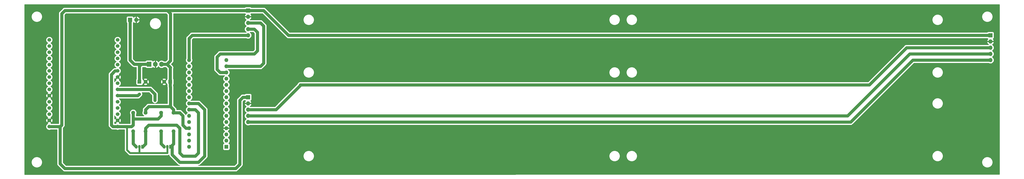
<source format=gbr>
G04 #@! TF.GenerationSoftware,KiCad,Pcbnew,(5.1.5)-3*
G04 #@! TF.CreationDate,2020-07-10T12:59:04+02:00*
G04 #@! TF.ProjectId,twitchdisplay,74776974-6368-4646-9973-706c61792e6b,rev?*
G04 #@! TF.SameCoordinates,Original*
G04 #@! TF.FileFunction,Copper,L2,Bot*
G04 #@! TF.FilePolarity,Positive*
%FSLAX46Y46*%
G04 Gerber Fmt 4.6, Leading zero omitted, Abs format (unit mm)*
G04 Created by KiCad (PCBNEW (5.1.5)-3) date 2020-07-10 12:59:04*
%MOMM*%
%LPD*%
G04 APERTURE LIST*
%ADD10C,1.524000*%
%ADD11O,1.905000X2.000000*%
%ADD12R,1.905000X2.000000*%
%ADD13O,1.600000X1.600000*%
%ADD14C,1.600000*%
%ADD15R,1.050000X1.500000*%
%ADD16O,1.050000X1.500000*%
%ADD17O,1.700000X1.700000*%
%ADD18R,1.700000X1.700000*%
%ADD19R,1.600000X1.600000*%
%ADD20C,1.270000*%
%ADD21C,1.270000*%
%ADD22C,0.800000*%
%ADD23C,0.254000*%
G04 APERTURE END LIST*
D10*
X-2540000Y-80645000D03*
X-2540000Y-83185000D03*
X-2540000Y-85725000D03*
X-2540000Y-88265000D03*
X-2540000Y-90805000D03*
X-2540000Y-93345000D03*
X-2540000Y-95885000D03*
X-2540000Y-98425000D03*
X-2540000Y-100965000D03*
X-2540000Y-103505000D03*
X-2540000Y-106045000D03*
X-2540000Y-108585000D03*
X-2540000Y-111125000D03*
X-2540000Y-113665000D03*
X-2540000Y-116205000D03*
X-30480000Y-116205000D03*
X-30480000Y-113665000D03*
X-30480000Y-111125000D03*
X-30480000Y-108585000D03*
X-30480000Y-106045000D03*
X-30480000Y-103505000D03*
X-30480000Y-100965000D03*
X-30480000Y-98425000D03*
X-30480000Y-95885000D03*
X-30480000Y-93345000D03*
X-30480000Y-90805000D03*
X-30480000Y-88265000D03*
X-30480000Y-85725000D03*
X-30480000Y-83185000D03*
X-30480000Y-80645000D03*
D11*
X15430000Y-90580000D03*
X12890000Y-90580000D03*
D12*
X10350000Y-90580000D03*
D13*
X3810000Y-118110000D03*
D14*
X3810000Y-110490000D03*
D13*
X15240000Y-118110000D03*
D14*
X15240000Y-110490000D03*
D13*
X8890000Y-118110000D03*
D14*
X8890000Y-110490000D03*
D13*
X20320000Y-118110000D03*
D14*
X20320000Y-110490000D03*
D15*
X7620000Y-124460000D03*
D16*
X5080000Y-124460000D03*
X6350000Y-124460000D03*
D15*
X19050000Y-124460000D03*
D16*
X16510000Y-124460000D03*
X17780000Y-124460000D03*
D17*
X50800000Y-78740000D03*
X50800000Y-76200000D03*
X50800000Y-73660000D03*
X50800000Y-71120000D03*
D18*
X50800000Y-68580000D03*
D17*
X354330000Y-88900000D03*
X354330000Y-86360000D03*
X354330000Y-83820000D03*
X354330000Y-81280000D03*
D18*
X354330000Y-78740000D03*
D17*
X50800000Y-114300000D03*
X50800000Y-111760000D03*
X50800000Y-109220000D03*
X50800000Y-106680000D03*
D18*
X50800000Y-104140000D03*
D17*
X5080000Y-72390000D03*
D18*
X2540000Y-72390000D03*
D14*
X16510000Y-97790000D03*
D19*
X19010000Y-97790000D03*
D14*
X8890000Y-97790000D03*
D19*
X6390000Y-97790000D03*
D13*
X26670000Y-88900000D03*
X41910000Y-88900000D03*
X26670000Y-124460000D03*
X41910000Y-91440000D03*
X26670000Y-121920000D03*
X41910000Y-93980000D03*
X26670000Y-119380000D03*
X41910000Y-96520000D03*
X26670000Y-116840000D03*
X41910000Y-99060000D03*
X26670000Y-114300000D03*
X41910000Y-101600000D03*
X26670000Y-111760000D03*
X41910000Y-104140000D03*
X26670000Y-109220000D03*
X41910000Y-106680000D03*
X26670000Y-106680000D03*
X41910000Y-109220000D03*
X26670000Y-104140000D03*
X41910000Y-111760000D03*
X26670000Y-101600000D03*
X41910000Y-114300000D03*
X26670000Y-99060000D03*
X41910000Y-116840000D03*
X26670000Y-96520000D03*
X41910000Y-119380000D03*
X26670000Y-93980000D03*
X41910000Y-121920000D03*
X26670000Y-91440000D03*
D19*
X41910000Y-124460000D03*
D20*
X12700000Y-105410000D03*
X6350000Y-102870000D03*
D21*
X50800000Y-78740000D02*
X27940000Y-78740000D01*
X26670000Y-80010000D02*
X26670000Y-88900000D01*
X27940000Y-78740000D02*
X26670000Y-80010000D01*
X53340000Y-91440000D02*
X41910000Y-91440000D01*
X55880000Y-73660000D02*
X57150000Y-74930000D01*
X50800000Y-73660000D02*
X55880000Y-73660000D01*
X57150000Y-74930000D02*
X57150000Y-90170000D01*
X57150000Y-90170000D02*
X55880000Y-91440000D01*
X55880000Y-91440000D02*
X53340000Y-91440000D01*
X53340000Y-76200000D02*
X50800000Y-76200000D01*
X54610000Y-77470000D02*
X53340000Y-76200000D01*
X54610000Y-85090000D02*
X54610000Y-77470000D01*
X53340000Y-86360000D02*
X54610000Y-85090000D01*
X39370000Y-93980000D02*
X38100000Y-92710000D01*
X38100000Y-92710000D02*
X38100000Y-87630000D01*
X41910000Y-93980000D02*
X39370000Y-93980000D01*
X39370000Y-86360000D02*
X53340000Y-86360000D01*
X38100000Y-87630000D02*
X39370000Y-86360000D01*
X8890000Y-110490000D02*
X8890000Y-109220000D01*
X8890000Y-109220000D02*
X10160000Y-107950000D01*
X10160000Y-107950000D02*
X19050000Y-107950000D01*
X20320000Y-109220000D02*
X20320000Y-110490000D01*
X19050000Y-107950000D02*
X20320000Y-109220000D01*
X17652500Y-90580000D02*
X19050000Y-91977500D01*
X15430000Y-90580000D02*
X17652500Y-90580000D01*
X19010000Y-92017500D02*
X19010000Y-97790000D01*
X19050000Y-91977500D02*
X19010000Y-92017500D01*
X19050000Y-99900000D02*
X19050000Y-107950000D01*
X19010000Y-99860000D02*
X19050000Y-99900000D01*
X19010000Y-97790000D02*
X19010000Y-99860000D01*
X20320000Y-110490000D02*
X22860000Y-110490000D01*
X22860000Y-110490000D02*
X24130000Y-111760000D01*
X24130000Y-111760000D02*
X24130000Y-115570000D01*
X25400000Y-116840000D02*
X26670000Y-116840000D01*
X24130000Y-115570000D02*
X25400000Y-116840000D01*
X-26035000Y-116205000D02*
X-30480000Y-116205000D01*
X17652500Y-90580000D02*
X19050000Y-89182500D01*
X19050000Y-69850000D02*
X17780000Y-68580000D01*
X17780000Y-68580000D02*
X-24130000Y-68580000D01*
X-24130000Y-68580000D02*
X-25400000Y-69850000D01*
X50800000Y-68580000D02*
X17780000Y-68580000D01*
X19050000Y-89182500D02*
X19050000Y-86360000D01*
X19050000Y-86360000D02*
X19050000Y-69850000D01*
X-26035000Y-116205000D02*
X-25400000Y-115570000D01*
X-25400000Y-115570000D02*
X-25400000Y-69850000D01*
X57150000Y-68580000D02*
X50800000Y-68580000D01*
X47410000Y-105410000D02*
X48680000Y-104140000D01*
X-26035000Y-131445000D02*
X-24130000Y-133350000D01*
X-26035000Y-116205000D02*
X-26035000Y-131445000D01*
X-24130000Y-133350000D02*
X45720000Y-133350000D01*
X45720000Y-133350000D02*
X47410000Y-131660000D01*
X48680000Y-104140000D02*
X50800000Y-104140000D01*
X47410000Y-131660000D02*
X47410000Y-105410000D01*
X57150000Y-68580000D02*
X67310000Y-78740000D01*
X67310000Y-78740000D02*
X354330000Y-78740000D01*
X8890000Y-123280010D02*
X7710010Y-124460000D01*
X8890000Y-118110000D02*
X8890000Y-123280010D01*
X8890000Y-116840000D02*
X8890000Y-118110000D01*
X22860000Y-116840000D02*
X21590000Y-115570000D01*
X10160000Y-115570000D02*
X8890000Y-116840000D01*
X21590000Y-115570000D02*
X10160000Y-115570000D01*
X22860000Y-127000000D02*
X22860000Y-116840000D01*
X29210000Y-109220000D02*
X30480000Y-110490000D01*
X24130000Y-128270000D02*
X22860000Y-127000000D01*
X30480000Y-110490000D02*
X30480000Y-127000000D01*
X26670000Y-109220000D02*
X29210000Y-109220000D01*
X30480000Y-127000000D02*
X29210000Y-128270000D01*
X29210000Y-128270000D02*
X24130000Y-128270000D01*
X19140010Y-124460000D02*
X19140010Y-124369990D01*
X29210000Y-106680000D02*
X26670000Y-106680000D01*
X20320000Y-118110000D02*
X20320000Y-123280010D01*
X19730005Y-123870005D02*
X19140010Y-124460000D01*
X19730005Y-123870005D02*
X19730005Y-127680005D01*
X20320000Y-123280010D02*
X19730005Y-123870005D01*
X19730005Y-127680005D02*
X22860000Y-130810000D01*
X22860000Y-130810000D02*
X30480000Y-130810000D01*
X30480000Y-130810000D02*
X33020000Y-128270000D01*
X33020000Y-128270000D02*
X33020000Y-109220000D01*
X33020000Y-109220000D02*
X30480000Y-106680000D01*
X30480000Y-106680000D02*
X29210000Y-106680000D01*
X10350000Y-90580000D02*
X7210000Y-90580000D01*
X6390000Y-91400000D02*
X6390000Y-97790000D01*
X7210000Y-90580000D02*
X6390000Y-91400000D01*
X2540000Y-72390000D02*
X2540000Y-88900000D01*
X4220000Y-90580000D02*
X10350000Y-90580000D01*
X2540000Y-88900000D02*
X4220000Y-90580000D01*
X50800000Y-114300000D02*
X297180000Y-114300000D01*
X322580000Y-88900000D02*
X354330000Y-88900000D01*
X297180000Y-114300000D02*
X322580000Y-88900000D01*
X50800000Y-111760000D02*
X295910000Y-111760000D01*
X321310000Y-86360000D02*
X354330000Y-86360000D01*
X295910000Y-111760000D02*
X321310000Y-86360000D01*
X354283802Y-83820000D02*
X354330000Y-83820000D01*
X62230000Y-109220000D02*
X72390000Y-99060000D01*
X50800000Y-109220000D02*
X62023802Y-109220000D01*
X72183802Y-99060000D02*
X304800000Y-99060000D01*
X304800000Y-99060000D02*
X320040000Y-83820000D01*
X320040000Y-83820000D02*
X354283802Y-83820000D01*
X15240000Y-118110000D02*
X15240000Y-123190000D01*
X16419990Y-124369990D02*
X16419990Y-124460000D01*
X15240000Y-123190000D02*
X16419990Y-124369990D01*
X-2540000Y-100965000D02*
X10795000Y-100965000D01*
X12700000Y-102870000D02*
X12700000Y-105410000D01*
X10795000Y-100965000D02*
X12700000Y-102870000D01*
D22*
X17780000Y-127000000D02*
X17780000Y-124460000D01*
D21*
X15240000Y-110490000D02*
X15240000Y-111760000D01*
X13970000Y-113030000D02*
X3810000Y-113030000D01*
X15240000Y-111760000D02*
X13970000Y-113030000D01*
X3810000Y-110490000D02*
X3810000Y-113030000D01*
X-3617630Y-93345000D02*
X-5080000Y-94807370D01*
X-2540000Y-93345000D02*
X-3617630Y-93345000D01*
X-5080000Y-94807370D02*
X-5080000Y-115570000D01*
X-4445000Y-116205000D02*
X-2540000Y-116205000D01*
X-5080000Y-115570000D02*
X-4445000Y-116205000D01*
D22*
X2540000Y-127000000D02*
X6350000Y-127000000D01*
X6350000Y-127000000D02*
X6350000Y-124460000D01*
X1270000Y-125730000D02*
X2540000Y-127000000D01*
X1270000Y-119380000D02*
X1270000Y-125730000D01*
X6350000Y-127000000D02*
X17780000Y-127000000D01*
X1270000Y-119380000D02*
X1270000Y-116840000D01*
D21*
X3810000Y-115570000D02*
X3810000Y-113030000D01*
X-2540000Y-116205000D02*
X3175000Y-116205000D01*
X3175000Y-116205000D02*
X3810000Y-115570000D01*
X3810000Y-118110000D02*
X3810000Y-123190000D01*
X4989990Y-124369990D02*
X4989990Y-124460000D01*
X3810000Y-123190000D02*
X4989990Y-124369990D01*
X5715000Y-103505000D02*
X6350000Y-102870000D01*
X-2540000Y-103505000D02*
X5715000Y-103505000D01*
D23*
G36*
X358013000Y-135714387D02*
G01*
X-40513000Y-135811614D01*
X-40513000Y-130589872D01*
X-37795000Y-130589872D01*
X-37795000Y-131030128D01*
X-37709110Y-131461925D01*
X-37540631Y-131868669D01*
X-37296038Y-132234729D01*
X-36984729Y-132546038D01*
X-36618669Y-132790631D01*
X-36211925Y-132959110D01*
X-35780128Y-133045000D01*
X-35339872Y-133045000D01*
X-34908075Y-132959110D01*
X-34501331Y-132790631D01*
X-34135271Y-132546038D01*
X-33823962Y-132234729D01*
X-33579369Y-131868669D01*
X-33410890Y-131461925D01*
X-33325000Y-131030128D01*
X-33325000Y-130589872D01*
X-33410890Y-130158075D01*
X-33579369Y-129751331D01*
X-33823962Y-129385271D01*
X-34135271Y-129073962D01*
X-34501331Y-128829369D01*
X-34908075Y-128660890D01*
X-35339872Y-128575000D01*
X-35780128Y-128575000D01*
X-36211925Y-128660890D01*
X-36618669Y-128829369D01*
X-36984729Y-129073962D01*
X-37296038Y-129385271D01*
X-37540631Y-129751331D01*
X-37709110Y-130158075D01*
X-37795000Y-130589872D01*
X-40513000Y-130589872D01*
X-40513000Y-116067408D01*
X-31877000Y-116067408D01*
X-31877000Y-116342592D01*
X-31823314Y-116612490D01*
X-31718005Y-116866727D01*
X-31565120Y-117095535D01*
X-31370535Y-117290120D01*
X-31141727Y-117443005D01*
X-30887490Y-117548314D01*
X-30617592Y-117602000D01*
X-30342408Y-117602000D01*
X-30072510Y-117548314D01*
X-29895515Y-117475000D01*
X-27305000Y-117475000D01*
X-27304999Y-131382617D01*
X-27311143Y-131445000D01*
X-27286623Y-131693963D01*
X-27221402Y-131908964D01*
X-27214002Y-131933359D01*
X-27096074Y-132153988D01*
X-26937369Y-132347370D01*
X-26888914Y-132387136D01*
X-25072132Y-134203919D01*
X-25032370Y-134252370D01*
X-24983920Y-134292132D01*
X-24983917Y-134292135D01*
X-24933914Y-134333171D01*
X-24838988Y-134411075D01*
X-24618361Y-134529002D01*
X-24618359Y-134529003D01*
X-24378963Y-134601623D01*
X-24130000Y-134626144D01*
X-24067620Y-134620000D01*
X45657627Y-134620000D01*
X45720000Y-134626143D01*
X45782373Y-134620000D01*
X45782380Y-134620000D01*
X45968963Y-134601623D01*
X46208359Y-134529003D01*
X46428988Y-134411075D01*
X46622370Y-134252370D01*
X46662141Y-134203909D01*
X48263915Y-132602136D01*
X48312370Y-132562370D01*
X48471075Y-132368988D01*
X48589003Y-132148359D01*
X48607876Y-132086143D01*
X48661623Y-131908964D01*
X48677069Y-131752134D01*
X48680000Y-131722380D01*
X48680000Y-131722373D01*
X48686143Y-131660000D01*
X48680000Y-131597627D01*
X48680000Y-130589872D01*
X350825000Y-130589872D01*
X350825000Y-131030128D01*
X350910890Y-131461925D01*
X351079369Y-131868669D01*
X351323962Y-132234729D01*
X351635271Y-132546038D01*
X352001331Y-132790631D01*
X352408075Y-132959110D01*
X352839872Y-133045000D01*
X353280128Y-133045000D01*
X353711925Y-132959110D01*
X354118669Y-132790631D01*
X354484729Y-132546038D01*
X354796038Y-132234729D01*
X355040631Y-131868669D01*
X355209110Y-131461925D01*
X355295000Y-131030128D01*
X355295000Y-130589872D01*
X355209110Y-130158075D01*
X355040631Y-129751331D01*
X354796038Y-129385271D01*
X354484729Y-129073962D01*
X354118669Y-128829369D01*
X353711925Y-128660890D01*
X353280128Y-128575000D01*
X352839872Y-128575000D01*
X352408075Y-128660890D01*
X352001331Y-128829369D01*
X351635271Y-129073962D01*
X351323962Y-129385271D01*
X351079369Y-129751331D01*
X350910890Y-130158075D01*
X350825000Y-130589872D01*
X48680000Y-130589872D01*
X48680000Y-128049872D01*
X73330000Y-128049872D01*
X73330000Y-128490128D01*
X73415890Y-128921925D01*
X73584369Y-129328669D01*
X73828962Y-129694729D01*
X74140271Y-130006038D01*
X74506331Y-130250631D01*
X74913075Y-130419110D01*
X75344872Y-130505000D01*
X75785128Y-130505000D01*
X76216925Y-130419110D01*
X76623669Y-130250631D01*
X76989729Y-130006038D01*
X77301038Y-129694729D01*
X77545631Y-129328669D01*
X77714110Y-128921925D01*
X77800000Y-128490128D01*
X77800000Y-128049872D01*
X198425000Y-128049872D01*
X198425000Y-128490128D01*
X198510890Y-128921925D01*
X198679369Y-129328669D01*
X198923962Y-129694729D01*
X199235271Y-130006038D01*
X199601331Y-130250631D01*
X200008075Y-130419110D01*
X200439872Y-130505000D01*
X200880128Y-130505000D01*
X201311925Y-130419110D01*
X201718669Y-130250631D01*
X202084729Y-130006038D01*
X202396038Y-129694729D01*
X202640631Y-129328669D01*
X202809110Y-128921925D01*
X202895000Y-128490128D01*
X202895000Y-128049872D01*
X205410000Y-128049872D01*
X205410000Y-128490128D01*
X205495890Y-128921925D01*
X205664369Y-129328669D01*
X205908962Y-129694729D01*
X206220271Y-130006038D01*
X206586331Y-130250631D01*
X206993075Y-130419110D01*
X207424872Y-130505000D01*
X207865128Y-130505000D01*
X208296925Y-130419110D01*
X208703669Y-130250631D01*
X209069729Y-130006038D01*
X209381038Y-129694729D01*
X209625631Y-129328669D01*
X209794110Y-128921925D01*
X209880000Y-128490128D01*
X209880000Y-128049872D01*
X330505000Y-128049872D01*
X330505000Y-128490128D01*
X330590890Y-128921925D01*
X330759369Y-129328669D01*
X331003962Y-129694729D01*
X331315271Y-130006038D01*
X331681331Y-130250631D01*
X332088075Y-130419110D01*
X332519872Y-130505000D01*
X332960128Y-130505000D01*
X333391925Y-130419110D01*
X333798669Y-130250631D01*
X334164729Y-130006038D01*
X334476038Y-129694729D01*
X334720631Y-129328669D01*
X334889110Y-128921925D01*
X334975000Y-128490128D01*
X334975000Y-128049872D01*
X334889110Y-127618075D01*
X334720631Y-127211331D01*
X334476038Y-126845271D01*
X334164729Y-126533962D01*
X333798669Y-126289369D01*
X333391925Y-126120890D01*
X332960128Y-126035000D01*
X332519872Y-126035000D01*
X332088075Y-126120890D01*
X331681331Y-126289369D01*
X331315271Y-126533962D01*
X331003962Y-126845271D01*
X330759369Y-127211331D01*
X330590890Y-127618075D01*
X330505000Y-128049872D01*
X209880000Y-128049872D01*
X209794110Y-127618075D01*
X209625631Y-127211331D01*
X209381038Y-126845271D01*
X209069729Y-126533962D01*
X208703669Y-126289369D01*
X208296925Y-126120890D01*
X207865128Y-126035000D01*
X207424872Y-126035000D01*
X206993075Y-126120890D01*
X206586331Y-126289369D01*
X206220271Y-126533962D01*
X205908962Y-126845271D01*
X205664369Y-127211331D01*
X205495890Y-127618075D01*
X205410000Y-128049872D01*
X202895000Y-128049872D01*
X202809110Y-127618075D01*
X202640631Y-127211331D01*
X202396038Y-126845271D01*
X202084729Y-126533962D01*
X201718669Y-126289369D01*
X201311925Y-126120890D01*
X200880128Y-126035000D01*
X200439872Y-126035000D01*
X200008075Y-126120890D01*
X199601331Y-126289369D01*
X199235271Y-126533962D01*
X198923962Y-126845271D01*
X198679369Y-127211331D01*
X198510890Y-127618075D01*
X198425000Y-128049872D01*
X77800000Y-128049872D01*
X77714110Y-127618075D01*
X77545631Y-127211331D01*
X77301038Y-126845271D01*
X76989729Y-126533962D01*
X76623669Y-126289369D01*
X76216925Y-126120890D01*
X75785128Y-126035000D01*
X75344872Y-126035000D01*
X74913075Y-126120890D01*
X74506331Y-126289369D01*
X74140271Y-126533962D01*
X73828962Y-126845271D01*
X73584369Y-127211331D01*
X73415890Y-127618075D01*
X73330000Y-128049872D01*
X48680000Y-128049872D01*
X48680000Y-109073740D01*
X49315000Y-109073740D01*
X49315000Y-109366260D01*
X49372068Y-109653158D01*
X49484010Y-109923411D01*
X49646525Y-110166632D01*
X49853368Y-110373475D01*
X50027760Y-110490000D01*
X49853368Y-110606525D01*
X49646525Y-110813368D01*
X49484010Y-111056589D01*
X49372068Y-111326842D01*
X49315000Y-111613740D01*
X49315000Y-111906260D01*
X49372068Y-112193158D01*
X49484010Y-112463411D01*
X49646525Y-112706632D01*
X49853368Y-112913475D01*
X50027760Y-113030000D01*
X49853368Y-113146525D01*
X49646525Y-113353368D01*
X49484010Y-113596589D01*
X49372068Y-113866842D01*
X49315000Y-114153740D01*
X49315000Y-114446260D01*
X49372068Y-114733158D01*
X49484010Y-115003411D01*
X49646525Y-115246632D01*
X49853368Y-115453475D01*
X50096589Y-115615990D01*
X50366842Y-115727932D01*
X50653740Y-115785000D01*
X50946260Y-115785000D01*
X51233158Y-115727932D01*
X51503411Y-115615990D01*
X51572240Y-115570000D01*
X297117627Y-115570000D01*
X297180000Y-115576143D01*
X297242373Y-115570000D01*
X297242380Y-115570000D01*
X297428963Y-115551623D01*
X297668359Y-115479003D01*
X297888988Y-115361075D01*
X298082370Y-115202370D01*
X298122141Y-115153909D01*
X306816178Y-106459872D01*
X330505000Y-106459872D01*
X330505000Y-106900128D01*
X330590890Y-107331925D01*
X330759369Y-107738669D01*
X331003962Y-108104729D01*
X331315271Y-108416038D01*
X331681331Y-108660631D01*
X332088075Y-108829110D01*
X332519872Y-108915000D01*
X332960128Y-108915000D01*
X333391925Y-108829110D01*
X333798669Y-108660631D01*
X334164729Y-108416038D01*
X334476038Y-108104729D01*
X334720631Y-107738669D01*
X334889110Y-107331925D01*
X334975000Y-106900128D01*
X334975000Y-106459872D01*
X334889110Y-106028075D01*
X334720631Y-105621331D01*
X334476038Y-105255271D01*
X334164729Y-104943962D01*
X333798669Y-104699369D01*
X333391925Y-104530890D01*
X332960128Y-104445000D01*
X332519872Y-104445000D01*
X332088075Y-104530890D01*
X331681331Y-104699369D01*
X331315271Y-104943962D01*
X331003962Y-105255271D01*
X330759369Y-105621331D01*
X330590890Y-106028075D01*
X330505000Y-106459872D01*
X306816178Y-106459872D01*
X319516178Y-93759872D01*
X330505000Y-93759872D01*
X330505000Y-94200128D01*
X330590890Y-94631925D01*
X330759369Y-95038669D01*
X331003962Y-95404729D01*
X331315271Y-95716038D01*
X331681331Y-95960631D01*
X332088075Y-96129110D01*
X332519872Y-96215000D01*
X332960128Y-96215000D01*
X333391925Y-96129110D01*
X333798669Y-95960631D01*
X334164729Y-95716038D01*
X334476038Y-95404729D01*
X334720631Y-95038669D01*
X334889110Y-94631925D01*
X334975000Y-94200128D01*
X334975000Y-93759872D01*
X334889110Y-93328075D01*
X334720631Y-92921331D01*
X334476038Y-92555271D01*
X334164729Y-92243962D01*
X333798669Y-91999369D01*
X333391925Y-91830890D01*
X332960128Y-91745000D01*
X332519872Y-91745000D01*
X332088075Y-91830890D01*
X331681331Y-91999369D01*
X331315271Y-92243962D01*
X331003962Y-92555271D01*
X330759369Y-92921331D01*
X330590890Y-93328075D01*
X330505000Y-93759872D01*
X319516178Y-93759872D01*
X323106051Y-90170000D01*
X353557760Y-90170000D01*
X353626589Y-90215990D01*
X353896842Y-90327932D01*
X354183740Y-90385000D01*
X354476260Y-90385000D01*
X354763158Y-90327932D01*
X355033411Y-90215990D01*
X355276632Y-90053475D01*
X355483475Y-89846632D01*
X355645990Y-89603411D01*
X355757932Y-89333158D01*
X355815000Y-89046260D01*
X355815000Y-88753740D01*
X355757932Y-88466842D01*
X355645990Y-88196589D01*
X355483475Y-87953368D01*
X355276632Y-87746525D01*
X355102240Y-87630000D01*
X355276632Y-87513475D01*
X355483475Y-87306632D01*
X355645990Y-87063411D01*
X355757932Y-86793158D01*
X355815000Y-86506260D01*
X355815000Y-86213740D01*
X355757932Y-85926842D01*
X355645990Y-85656589D01*
X355483475Y-85413368D01*
X355276632Y-85206525D01*
X355102240Y-85090000D01*
X355276632Y-84973475D01*
X355483475Y-84766632D01*
X355645990Y-84523411D01*
X355757932Y-84253158D01*
X355815000Y-83966260D01*
X355815000Y-83673740D01*
X355757932Y-83386842D01*
X355645990Y-83116589D01*
X355483475Y-82873368D01*
X355276632Y-82666525D01*
X355094466Y-82544805D01*
X355211355Y-82475178D01*
X355427588Y-82280269D01*
X355601641Y-82046920D01*
X355726825Y-81784099D01*
X355771476Y-81636890D01*
X355650155Y-81407000D01*
X354457000Y-81407000D01*
X354457000Y-81427000D01*
X354203000Y-81427000D01*
X354203000Y-81407000D01*
X353009845Y-81407000D01*
X352888524Y-81636890D01*
X352933175Y-81784099D01*
X353058359Y-82046920D01*
X353232412Y-82280269D01*
X353448645Y-82475178D01*
X353565534Y-82544805D01*
X353557760Y-82550000D01*
X320102380Y-82550000D01*
X320040000Y-82543856D01*
X319977620Y-82550000D01*
X319791037Y-82568377D01*
X319551641Y-82640997D01*
X319331012Y-82758925D01*
X319236086Y-82836829D01*
X319186083Y-82877865D01*
X319186080Y-82877868D01*
X319137630Y-82917630D01*
X319097868Y-82966080D01*
X304273950Y-97790000D01*
X72452380Y-97790000D01*
X72390000Y-97783856D01*
X72327620Y-97790000D01*
X72121422Y-97790000D01*
X71934839Y-97808377D01*
X71695443Y-97880997D01*
X71474814Y-97998925D01*
X71281432Y-98157630D01*
X71122727Y-98351012D01*
X71004799Y-98571641D01*
X70971049Y-98682899D01*
X61703950Y-107950000D01*
X51572240Y-107950000D01*
X51564466Y-107944805D01*
X51681355Y-107875178D01*
X51897588Y-107680269D01*
X52071641Y-107446920D01*
X52196825Y-107184099D01*
X52241476Y-107036890D01*
X52120155Y-106807000D01*
X50927000Y-106807000D01*
X50927000Y-106827000D01*
X50673000Y-106827000D01*
X50673000Y-106807000D01*
X49479845Y-106807000D01*
X49358524Y-107036890D01*
X49403175Y-107184099D01*
X49528359Y-107446920D01*
X49702412Y-107680269D01*
X49918645Y-107875178D01*
X50035534Y-107944805D01*
X49853368Y-108066525D01*
X49646525Y-108273368D01*
X49484010Y-108516589D01*
X49372068Y-108786842D01*
X49315000Y-109073740D01*
X48680000Y-109073740D01*
X48680000Y-105936050D01*
X49206051Y-105410000D01*
X49473222Y-105410000D01*
X49498815Y-105441185D01*
X49595506Y-105520537D01*
X49705820Y-105579502D01*
X49786466Y-105603966D01*
X49702412Y-105679731D01*
X49528359Y-105913080D01*
X49403175Y-106175901D01*
X49358524Y-106323110D01*
X49479845Y-106553000D01*
X50673000Y-106553000D01*
X50673000Y-106533000D01*
X50927000Y-106533000D01*
X50927000Y-106553000D01*
X52120155Y-106553000D01*
X52241476Y-106323110D01*
X52196825Y-106175901D01*
X52071641Y-105913080D01*
X51897588Y-105679731D01*
X51813534Y-105603966D01*
X51894180Y-105579502D01*
X52004494Y-105520537D01*
X52101185Y-105441185D01*
X52180537Y-105344494D01*
X52239502Y-105234180D01*
X52275812Y-105114482D01*
X52288072Y-104990000D01*
X52288072Y-103290000D01*
X52275812Y-103165518D01*
X52239502Y-103045820D01*
X52180537Y-102935506D01*
X52101185Y-102838815D01*
X52004494Y-102759463D01*
X51894180Y-102700498D01*
X51774482Y-102664188D01*
X51650000Y-102651928D01*
X49950000Y-102651928D01*
X49825518Y-102664188D01*
X49705820Y-102700498D01*
X49595506Y-102759463D01*
X49498815Y-102838815D01*
X49473222Y-102870000D01*
X48742372Y-102870000D01*
X48679999Y-102863857D01*
X48617626Y-102870000D01*
X48617620Y-102870000D01*
X48456755Y-102885844D01*
X48431036Y-102888377D01*
X48358416Y-102910406D01*
X48191641Y-102960997D01*
X47971012Y-103078925D01*
X47777630Y-103237630D01*
X47737863Y-103286086D01*
X46556086Y-104467864D01*
X46507631Y-104507630D01*
X46348926Y-104701012D01*
X46270192Y-104848314D01*
X46230998Y-104921641D01*
X46158377Y-105161037D01*
X46133857Y-105410000D01*
X46140001Y-105472380D01*
X46140000Y-131133949D01*
X45193950Y-132080000D01*
X30542380Y-132080000D01*
X30728963Y-132061623D01*
X30968359Y-131989003D01*
X31188988Y-131871075D01*
X31382370Y-131712370D01*
X31422141Y-131663909D01*
X33873917Y-129212134D01*
X33922370Y-129172370D01*
X34081075Y-128978988D01*
X34199003Y-128758359D01*
X34271623Y-128518963D01*
X34290000Y-128332380D01*
X34290000Y-128332374D01*
X34296143Y-128270001D01*
X34290000Y-128207628D01*
X34290000Y-123660000D01*
X40471928Y-123660000D01*
X40471928Y-125260000D01*
X40484188Y-125384482D01*
X40520498Y-125504180D01*
X40579463Y-125614494D01*
X40658815Y-125711185D01*
X40755506Y-125790537D01*
X40865820Y-125849502D01*
X40985518Y-125885812D01*
X41110000Y-125898072D01*
X42710000Y-125898072D01*
X42834482Y-125885812D01*
X42954180Y-125849502D01*
X43064494Y-125790537D01*
X43161185Y-125711185D01*
X43240537Y-125614494D01*
X43299502Y-125504180D01*
X43335812Y-125384482D01*
X43348072Y-125260000D01*
X43348072Y-123660000D01*
X43335812Y-123535518D01*
X43299502Y-123415820D01*
X43240537Y-123305506D01*
X43161185Y-123208815D01*
X43064494Y-123129463D01*
X42954180Y-123070498D01*
X42834482Y-123034188D01*
X42826039Y-123033357D01*
X43024637Y-122834759D01*
X43181680Y-122599727D01*
X43289853Y-122338574D01*
X43345000Y-122061335D01*
X43345000Y-121778665D01*
X43289853Y-121501426D01*
X43181680Y-121240273D01*
X43024637Y-121005241D01*
X42824759Y-120805363D01*
X42592241Y-120650000D01*
X42824759Y-120494637D01*
X43024637Y-120294759D01*
X43181680Y-120059727D01*
X43289853Y-119798574D01*
X43345000Y-119521335D01*
X43345000Y-119238665D01*
X43289853Y-118961426D01*
X43181680Y-118700273D01*
X43024637Y-118465241D01*
X42824759Y-118265363D01*
X42589727Y-118108320D01*
X42579135Y-118103933D01*
X42765131Y-117992385D01*
X42973519Y-117803414D01*
X43141037Y-117577420D01*
X43261246Y-117323087D01*
X43301904Y-117189039D01*
X43179915Y-116967000D01*
X42037000Y-116967000D01*
X42037000Y-116987000D01*
X41783000Y-116987000D01*
X41783000Y-116967000D01*
X40640085Y-116967000D01*
X40518096Y-117189039D01*
X40558754Y-117323087D01*
X40678963Y-117577420D01*
X40846481Y-117803414D01*
X41054869Y-117992385D01*
X41240865Y-118103933D01*
X41230273Y-118108320D01*
X40995241Y-118265363D01*
X40795363Y-118465241D01*
X40638320Y-118700273D01*
X40530147Y-118961426D01*
X40475000Y-119238665D01*
X40475000Y-119521335D01*
X40530147Y-119798574D01*
X40638320Y-120059727D01*
X40795363Y-120294759D01*
X40995241Y-120494637D01*
X41227759Y-120650000D01*
X40995241Y-120805363D01*
X40795363Y-121005241D01*
X40638320Y-121240273D01*
X40530147Y-121501426D01*
X40475000Y-121778665D01*
X40475000Y-122061335D01*
X40530147Y-122338574D01*
X40638320Y-122599727D01*
X40795363Y-122834759D01*
X40993961Y-123033357D01*
X40985518Y-123034188D01*
X40865820Y-123070498D01*
X40755506Y-123129463D01*
X40658815Y-123208815D01*
X40579463Y-123305506D01*
X40520498Y-123415820D01*
X40484188Y-123535518D01*
X40471928Y-123660000D01*
X34290000Y-123660000D01*
X34290000Y-109282372D01*
X34296143Y-109219999D01*
X34290000Y-109157626D01*
X34290000Y-109157620D01*
X34271623Y-108971037D01*
X34199003Y-108731641D01*
X34081075Y-108511012D01*
X33922370Y-108317630D01*
X33873914Y-108277863D01*
X31422141Y-105826091D01*
X31382370Y-105777630D01*
X31188988Y-105618925D01*
X30968359Y-105500997D01*
X30728963Y-105428377D01*
X30542380Y-105410000D01*
X30542373Y-105410000D01*
X30480000Y-105403857D01*
X30417627Y-105410000D01*
X27352241Y-105410000D01*
X27584759Y-105254637D01*
X27784637Y-105054759D01*
X27941680Y-104819727D01*
X28049853Y-104558574D01*
X28105000Y-104281335D01*
X28105000Y-103998665D01*
X28049853Y-103721426D01*
X27941680Y-103460273D01*
X27784637Y-103225241D01*
X27584759Y-103025363D01*
X27352241Y-102870000D01*
X27584759Y-102714637D01*
X27784637Y-102514759D01*
X27941680Y-102279727D01*
X28049853Y-102018574D01*
X28105000Y-101741335D01*
X28105000Y-101458665D01*
X28049853Y-101181426D01*
X27941680Y-100920273D01*
X27784637Y-100685241D01*
X27584759Y-100485363D01*
X27352241Y-100330000D01*
X27584759Y-100174637D01*
X27784637Y-99974759D01*
X27941680Y-99739727D01*
X28049853Y-99478574D01*
X28105000Y-99201335D01*
X28105000Y-98918665D01*
X28049853Y-98641426D01*
X27941680Y-98380273D01*
X27784637Y-98145241D01*
X27584759Y-97945363D01*
X27352241Y-97790000D01*
X27584759Y-97634637D01*
X27784637Y-97434759D01*
X27941680Y-97199727D01*
X28049853Y-96938574D01*
X28105000Y-96661335D01*
X28105000Y-96378665D01*
X28049853Y-96101426D01*
X27941680Y-95840273D01*
X27784637Y-95605241D01*
X27584759Y-95405363D01*
X27352241Y-95250000D01*
X27584759Y-95094637D01*
X27784637Y-94894759D01*
X27941680Y-94659727D01*
X28049853Y-94398574D01*
X28105000Y-94121335D01*
X28105000Y-93838665D01*
X28049853Y-93561426D01*
X27941680Y-93300273D01*
X27784637Y-93065241D01*
X27584759Y-92865363D01*
X27352241Y-92710000D01*
X27584759Y-92554637D01*
X27784637Y-92354759D01*
X27941680Y-92119727D01*
X28049853Y-91858574D01*
X28105000Y-91581335D01*
X28105000Y-91298665D01*
X28049853Y-91021426D01*
X27941680Y-90760273D01*
X27784637Y-90525241D01*
X27584759Y-90325363D01*
X27352241Y-90170000D01*
X27584759Y-90014637D01*
X27784637Y-89814759D01*
X27941680Y-89579727D01*
X28049853Y-89318574D01*
X28105000Y-89041335D01*
X28105000Y-88758665D01*
X28049853Y-88481426D01*
X27941680Y-88220273D01*
X27940000Y-88217759D01*
X27940000Y-80536050D01*
X28466051Y-80010000D01*
X50027760Y-80010000D01*
X50096589Y-80055990D01*
X50366842Y-80167932D01*
X50653740Y-80225000D01*
X50946260Y-80225000D01*
X51233158Y-80167932D01*
X51503411Y-80055990D01*
X51746632Y-79893475D01*
X51953475Y-79686632D01*
X52115990Y-79443411D01*
X52227932Y-79173158D01*
X52285000Y-78886260D01*
X52285000Y-78593740D01*
X52227932Y-78306842D01*
X52115990Y-78036589D01*
X51953475Y-77793368D01*
X51746632Y-77586525D01*
X51572240Y-77470000D01*
X52813950Y-77470000D01*
X53340001Y-77996052D01*
X53340000Y-84563949D01*
X52813950Y-85090000D01*
X39432372Y-85090000D01*
X39369999Y-85083857D01*
X39307626Y-85090000D01*
X39307620Y-85090000D01*
X39146755Y-85105844D01*
X39121036Y-85108377D01*
X39048416Y-85130406D01*
X38881641Y-85180997D01*
X38661012Y-85298925D01*
X38467630Y-85457630D01*
X38427865Y-85506084D01*
X37246086Y-86687864D01*
X37197631Y-86727630D01*
X37038926Y-86921012D01*
X36982277Y-87026995D01*
X36920998Y-87141641D01*
X36848377Y-87381037D01*
X36823857Y-87630000D01*
X36830001Y-87692383D01*
X36830000Y-92647627D01*
X36823857Y-92710000D01*
X36830000Y-92772373D01*
X36830000Y-92772379D01*
X36848377Y-92958962D01*
X36920997Y-93198358D01*
X37038925Y-93418987D01*
X37197630Y-93612370D01*
X37246091Y-93652141D01*
X38427863Y-94833914D01*
X38467630Y-94882370D01*
X38661012Y-95041075D01*
X38881641Y-95159003D01*
X39048416Y-95209594D01*
X39121036Y-95231623D01*
X39146755Y-95234156D01*
X39307620Y-95250000D01*
X39307626Y-95250000D01*
X39369999Y-95256143D01*
X39432372Y-95250000D01*
X41227759Y-95250000D01*
X40995241Y-95405363D01*
X40795363Y-95605241D01*
X40638320Y-95840273D01*
X40530147Y-96101426D01*
X40475000Y-96378665D01*
X40475000Y-96661335D01*
X40530147Y-96938574D01*
X40638320Y-97199727D01*
X40795363Y-97434759D01*
X40995241Y-97634637D01*
X41227759Y-97790000D01*
X40995241Y-97945363D01*
X40795363Y-98145241D01*
X40638320Y-98380273D01*
X40530147Y-98641426D01*
X40475000Y-98918665D01*
X40475000Y-99201335D01*
X40530147Y-99478574D01*
X40638320Y-99739727D01*
X40795363Y-99974759D01*
X40995241Y-100174637D01*
X41227759Y-100330000D01*
X40995241Y-100485363D01*
X40795363Y-100685241D01*
X40638320Y-100920273D01*
X40530147Y-101181426D01*
X40475000Y-101458665D01*
X40475000Y-101741335D01*
X40530147Y-102018574D01*
X40638320Y-102279727D01*
X40795363Y-102514759D01*
X40995241Y-102714637D01*
X41227759Y-102870000D01*
X40995241Y-103025363D01*
X40795363Y-103225241D01*
X40638320Y-103460273D01*
X40530147Y-103721426D01*
X40475000Y-103998665D01*
X40475000Y-104281335D01*
X40530147Y-104558574D01*
X40638320Y-104819727D01*
X40795363Y-105054759D01*
X40995241Y-105254637D01*
X41227759Y-105410000D01*
X40995241Y-105565363D01*
X40795363Y-105765241D01*
X40638320Y-106000273D01*
X40530147Y-106261426D01*
X40475000Y-106538665D01*
X40475000Y-106821335D01*
X40530147Y-107098574D01*
X40638320Y-107359727D01*
X40795363Y-107594759D01*
X40995241Y-107794637D01*
X41227759Y-107950000D01*
X40995241Y-108105363D01*
X40795363Y-108305241D01*
X40638320Y-108540273D01*
X40530147Y-108801426D01*
X40475000Y-109078665D01*
X40475000Y-109361335D01*
X40530147Y-109638574D01*
X40638320Y-109899727D01*
X40795363Y-110134759D01*
X40995241Y-110334637D01*
X41227759Y-110490000D01*
X40995241Y-110645363D01*
X40795363Y-110845241D01*
X40638320Y-111080273D01*
X40530147Y-111341426D01*
X40475000Y-111618665D01*
X40475000Y-111901335D01*
X40530147Y-112178574D01*
X40638320Y-112439727D01*
X40795363Y-112674759D01*
X40995241Y-112874637D01*
X41227759Y-113030000D01*
X40995241Y-113185363D01*
X40795363Y-113385241D01*
X40638320Y-113620273D01*
X40530147Y-113881426D01*
X40475000Y-114158665D01*
X40475000Y-114441335D01*
X40530147Y-114718574D01*
X40638320Y-114979727D01*
X40795363Y-115214759D01*
X40995241Y-115414637D01*
X41230273Y-115571680D01*
X41240865Y-115576067D01*
X41054869Y-115687615D01*
X40846481Y-115876586D01*
X40678963Y-116102580D01*
X40558754Y-116356913D01*
X40518096Y-116490961D01*
X40640085Y-116713000D01*
X41783000Y-116713000D01*
X41783000Y-116693000D01*
X42037000Y-116693000D01*
X42037000Y-116713000D01*
X43179915Y-116713000D01*
X43301904Y-116490961D01*
X43261246Y-116356913D01*
X43141037Y-116102580D01*
X42973519Y-115876586D01*
X42765131Y-115687615D01*
X42579135Y-115576067D01*
X42589727Y-115571680D01*
X42824759Y-115414637D01*
X43024637Y-115214759D01*
X43181680Y-114979727D01*
X43289853Y-114718574D01*
X43345000Y-114441335D01*
X43345000Y-114158665D01*
X43289853Y-113881426D01*
X43181680Y-113620273D01*
X43024637Y-113385241D01*
X42824759Y-113185363D01*
X42592241Y-113030000D01*
X42824759Y-112874637D01*
X43024637Y-112674759D01*
X43181680Y-112439727D01*
X43289853Y-112178574D01*
X43345000Y-111901335D01*
X43345000Y-111618665D01*
X43289853Y-111341426D01*
X43181680Y-111080273D01*
X43024637Y-110845241D01*
X42824759Y-110645363D01*
X42592241Y-110490000D01*
X42824759Y-110334637D01*
X43024637Y-110134759D01*
X43181680Y-109899727D01*
X43289853Y-109638574D01*
X43345000Y-109361335D01*
X43345000Y-109078665D01*
X43289853Y-108801426D01*
X43181680Y-108540273D01*
X43024637Y-108305241D01*
X42824759Y-108105363D01*
X42592241Y-107950000D01*
X42824759Y-107794637D01*
X43024637Y-107594759D01*
X43181680Y-107359727D01*
X43289853Y-107098574D01*
X43345000Y-106821335D01*
X43345000Y-106538665D01*
X43289853Y-106261426D01*
X43181680Y-106000273D01*
X43024637Y-105765241D01*
X42824759Y-105565363D01*
X42592241Y-105410000D01*
X42824759Y-105254637D01*
X43024637Y-105054759D01*
X43181680Y-104819727D01*
X43289853Y-104558574D01*
X43345000Y-104281335D01*
X43345000Y-103998665D01*
X43289853Y-103721426D01*
X43181680Y-103460273D01*
X43024637Y-103225241D01*
X42824759Y-103025363D01*
X42592241Y-102870000D01*
X42824759Y-102714637D01*
X43024637Y-102514759D01*
X43181680Y-102279727D01*
X43289853Y-102018574D01*
X43345000Y-101741335D01*
X43345000Y-101458665D01*
X43289853Y-101181426D01*
X43181680Y-100920273D01*
X43024637Y-100685241D01*
X42824759Y-100485363D01*
X42592241Y-100330000D01*
X42824759Y-100174637D01*
X43024637Y-99974759D01*
X43181680Y-99739727D01*
X43289853Y-99478574D01*
X43345000Y-99201335D01*
X43345000Y-98918665D01*
X43289853Y-98641426D01*
X43181680Y-98380273D01*
X43024637Y-98145241D01*
X42824759Y-97945363D01*
X42592241Y-97790000D01*
X42824759Y-97634637D01*
X43024637Y-97434759D01*
X43181680Y-97199727D01*
X43289853Y-96938574D01*
X43345000Y-96661335D01*
X43345000Y-96378665D01*
X43289853Y-96101426D01*
X43181680Y-95840273D01*
X43024637Y-95605241D01*
X42824759Y-95405363D01*
X42592241Y-95250000D01*
X42824759Y-95094637D01*
X43024637Y-94894759D01*
X43181680Y-94659727D01*
X43289853Y-94398574D01*
X43345000Y-94121335D01*
X43345000Y-93838665D01*
X43329327Y-93759872D01*
X73330000Y-93759872D01*
X73330000Y-94200128D01*
X73415890Y-94631925D01*
X73584369Y-95038669D01*
X73828962Y-95404729D01*
X74140271Y-95716038D01*
X74506331Y-95960631D01*
X74913075Y-96129110D01*
X75344872Y-96215000D01*
X75785128Y-96215000D01*
X76216925Y-96129110D01*
X76623669Y-95960631D01*
X76989729Y-95716038D01*
X77301038Y-95404729D01*
X77545631Y-95038669D01*
X77714110Y-94631925D01*
X77800000Y-94200128D01*
X77800000Y-93759872D01*
X198425000Y-93759872D01*
X198425000Y-94200128D01*
X198510890Y-94631925D01*
X198679369Y-95038669D01*
X198923962Y-95404729D01*
X199235271Y-95716038D01*
X199601331Y-95960631D01*
X200008075Y-96129110D01*
X200439872Y-96215000D01*
X200880128Y-96215000D01*
X201311925Y-96129110D01*
X201718669Y-95960631D01*
X202084729Y-95716038D01*
X202396038Y-95404729D01*
X202640631Y-95038669D01*
X202809110Y-94631925D01*
X202895000Y-94200128D01*
X202895000Y-93759872D01*
X205410000Y-93759872D01*
X205410000Y-94200128D01*
X205495890Y-94631925D01*
X205664369Y-95038669D01*
X205908962Y-95404729D01*
X206220271Y-95716038D01*
X206586331Y-95960631D01*
X206993075Y-96129110D01*
X207424872Y-96215000D01*
X207865128Y-96215000D01*
X208296925Y-96129110D01*
X208703669Y-95960631D01*
X209069729Y-95716038D01*
X209381038Y-95404729D01*
X209625631Y-95038669D01*
X209794110Y-94631925D01*
X209880000Y-94200128D01*
X209880000Y-93759872D01*
X209794110Y-93328075D01*
X209625631Y-92921331D01*
X209381038Y-92555271D01*
X209069729Y-92243962D01*
X208703669Y-91999369D01*
X208296925Y-91830890D01*
X207865128Y-91745000D01*
X207424872Y-91745000D01*
X206993075Y-91830890D01*
X206586331Y-91999369D01*
X206220271Y-92243962D01*
X205908962Y-92555271D01*
X205664369Y-92921331D01*
X205495890Y-93328075D01*
X205410000Y-93759872D01*
X202895000Y-93759872D01*
X202809110Y-93328075D01*
X202640631Y-92921331D01*
X202396038Y-92555271D01*
X202084729Y-92243962D01*
X201718669Y-91999369D01*
X201311925Y-91830890D01*
X200880128Y-91745000D01*
X200439872Y-91745000D01*
X200008075Y-91830890D01*
X199601331Y-91999369D01*
X199235271Y-92243962D01*
X198923962Y-92555271D01*
X198679369Y-92921331D01*
X198510890Y-93328075D01*
X198425000Y-93759872D01*
X77800000Y-93759872D01*
X77714110Y-93328075D01*
X77545631Y-92921331D01*
X77301038Y-92555271D01*
X76989729Y-92243962D01*
X76623669Y-91999369D01*
X76216925Y-91830890D01*
X75785128Y-91745000D01*
X75344872Y-91745000D01*
X74913075Y-91830890D01*
X74506331Y-91999369D01*
X74140271Y-92243962D01*
X73828962Y-92555271D01*
X73584369Y-92921331D01*
X73415890Y-93328075D01*
X73330000Y-93759872D01*
X43329327Y-93759872D01*
X43289853Y-93561426D01*
X43181680Y-93300273D01*
X43024637Y-93065241D01*
X42824759Y-92865363D01*
X42592241Y-92710000D01*
X55817627Y-92710000D01*
X55880000Y-92716143D01*
X55942373Y-92710000D01*
X55942380Y-92710000D01*
X56128963Y-92691623D01*
X56368359Y-92619003D01*
X56588988Y-92501075D01*
X56782370Y-92342370D01*
X56822141Y-92293909D01*
X58003914Y-91112137D01*
X58052370Y-91072370D01*
X58211075Y-90878988D01*
X58329003Y-90658359D01*
X58389586Y-90458644D01*
X58401623Y-90418964D01*
X58409506Y-90338925D01*
X58420000Y-90232380D01*
X58420000Y-90232374D01*
X58426143Y-90170001D01*
X58420000Y-90107628D01*
X58420000Y-74992372D01*
X58426143Y-74929999D01*
X58420000Y-74867626D01*
X58420000Y-74867620D01*
X58401623Y-74681037D01*
X58329003Y-74441641D01*
X58211075Y-74221012D01*
X58052370Y-74027630D01*
X58003915Y-73987864D01*
X56822141Y-72806091D01*
X56782370Y-72757630D01*
X56588988Y-72598925D01*
X56368359Y-72480997D01*
X56128963Y-72408377D01*
X55942380Y-72390000D01*
X55942373Y-72390000D01*
X55880000Y-72383857D01*
X55817627Y-72390000D01*
X51572240Y-72390000D01*
X51564466Y-72384805D01*
X51681355Y-72315178D01*
X51897588Y-72120269D01*
X52071641Y-71886920D01*
X52196825Y-71624099D01*
X52241476Y-71476890D01*
X52120155Y-71247000D01*
X50927000Y-71247000D01*
X50927000Y-71267000D01*
X50673000Y-71267000D01*
X50673000Y-71247000D01*
X49479845Y-71247000D01*
X49358524Y-71476890D01*
X49403175Y-71624099D01*
X49528359Y-71886920D01*
X49702412Y-72120269D01*
X49918645Y-72315178D01*
X50035534Y-72384805D01*
X49853368Y-72506525D01*
X49646525Y-72713368D01*
X49484010Y-72956589D01*
X49372068Y-73226842D01*
X49315000Y-73513740D01*
X49315000Y-73806260D01*
X49372068Y-74093158D01*
X49484010Y-74363411D01*
X49646525Y-74606632D01*
X49853368Y-74813475D01*
X50027760Y-74930000D01*
X49853368Y-75046525D01*
X49646525Y-75253368D01*
X49484010Y-75496589D01*
X49372068Y-75766842D01*
X49315000Y-76053740D01*
X49315000Y-76346260D01*
X49372068Y-76633158D01*
X49484010Y-76903411D01*
X49646525Y-77146632D01*
X49853368Y-77353475D01*
X50027760Y-77470000D01*
X28002372Y-77470000D01*
X27939999Y-77463857D01*
X27877626Y-77470000D01*
X27877620Y-77470000D01*
X27716755Y-77485844D01*
X27691036Y-77488377D01*
X27618416Y-77510406D01*
X27451641Y-77560997D01*
X27231012Y-77678925D01*
X27037630Y-77837630D01*
X26997866Y-77886083D01*
X25816091Y-79067859D01*
X25767630Y-79107630D01*
X25608925Y-79301013D01*
X25490997Y-79521642D01*
X25418377Y-79761038D01*
X25400000Y-79947621D01*
X25400000Y-79947627D01*
X25393857Y-80010000D01*
X25400000Y-80072373D01*
X25400001Y-88217757D01*
X25398320Y-88220273D01*
X25290147Y-88481426D01*
X25235000Y-88758665D01*
X25235000Y-89041335D01*
X25290147Y-89318574D01*
X25398320Y-89579727D01*
X25555363Y-89814759D01*
X25755241Y-90014637D01*
X25987759Y-90170000D01*
X25755241Y-90325363D01*
X25555363Y-90525241D01*
X25398320Y-90760273D01*
X25290147Y-91021426D01*
X25235000Y-91298665D01*
X25235000Y-91581335D01*
X25290147Y-91858574D01*
X25398320Y-92119727D01*
X25555363Y-92354759D01*
X25755241Y-92554637D01*
X25987759Y-92710000D01*
X25755241Y-92865363D01*
X25555363Y-93065241D01*
X25398320Y-93300273D01*
X25290147Y-93561426D01*
X25235000Y-93838665D01*
X25235000Y-94121335D01*
X25290147Y-94398574D01*
X25398320Y-94659727D01*
X25555363Y-94894759D01*
X25755241Y-95094637D01*
X25987759Y-95250000D01*
X25755241Y-95405363D01*
X25555363Y-95605241D01*
X25398320Y-95840273D01*
X25290147Y-96101426D01*
X25235000Y-96378665D01*
X25235000Y-96661335D01*
X25290147Y-96938574D01*
X25398320Y-97199727D01*
X25555363Y-97434759D01*
X25755241Y-97634637D01*
X25987759Y-97790000D01*
X25755241Y-97945363D01*
X25555363Y-98145241D01*
X25398320Y-98380273D01*
X25290147Y-98641426D01*
X25235000Y-98918665D01*
X25235000Y-99201335D01*
X25290147Y-99478574D01*
X25398320Y-99739727D01*
X25555363Y-99974759D01*
X25755241Y-100174637D01*
X25987759Y-100330000D01*
X25755241Y-100485363D01*
X25555363Y-100685241D01*
X25398320Y-100920273D01*
X25290147Y-101181426D01*
X25235000Y-101458665D01*
X25235000Y-101741335D01*
X25290147Y-102018574D01*
X25398320Y-102279727D01*
X25555363Y-102514759D01*
X25755241Y-102714637D01*
X25987759Y-102870000D01*
X25755241Y-103025363D01*
X25555363Y-103225241D01*
X25398320Y-103460273D01*
X25290147Y-103721426D01*
X25235000Y-103998665D01*
X25235000Y-104281335D01*
X25290147Y-104558574D01*
X25398320Y-104819727D01*
X25555363Y-105054759D01*
X25755241Y-105254637D01*
X25987759Y-105410000D01*
X25755241Y-105565363D01*
X25555363Y-105765241D01*
X25398320Y-106000273D01*
X25290147Y-106261426D01*
X25235000Y-106538665D01*
X25235000Y-106821335D01*
X25290147Y-107098574D01*
X25398320Y-107359727D01*
X25555363Y-107594759D01*
X25755241Y-107794637D01*
X25987759Y-107950000D01*
X25755241Y-108105363D01*
X25555363Y-108305241D01*
X25398320Y-108540273D01*
X25290147Y-108801426D01*
X25235000Y-109078665D01*
X25235000Y-109361335D01*
X25290147Y-109638574D01*
X25398320Y-109899727D01*
X25555363Y-110134759D01*
X25755241Y-110334637D01*
X25987759Y-110490000D01*
X25755241Y-110645363D01*
X25555363Y-110845241D01*
X25398320Y-111080273D01*
X25313252Y-111285647D01*
X25309003Y-111271641D01*
X25191075Y-111051012D01*
X25032370Y-110857630D01*
X24983915Y-110817864D01*
X23802141Y-109636091D01*
X23762370Y-109587630D01*
X23568988Y-109428925D01*
X23348359Y-109310997D01*
X23108963Y-109238377D01*
X22922380Y-109220000D01*
X22922373Y-109220000D01*
X22860000Y-109213857D01*
X22797627Y-109220000D01*
X21596143Y-109220000D01*
X21596143Y-109219999D01*
X21590000Y-109157626D01*
X21590000Y-109157620D01*
X21571623Y-108971037D01*
X21499003Y-108731641D01*
X21381075Y-108511012D01*
X21222370Y-108317630D01*
X21173915Y-108277864D01*
X20320000Y-107423950D01*
X20320000Y-99962380D01*
X20326144Y-99900000D01*
X20301623Y-99651038D01*
X20280000Y-99579757D01*
X20280000Y-99018259D01*
X20340537Y-98944494D01*
X20399502Y-98834180D01*
X20435812Y-98714482D01*
X20448072Y-98590000D01*
X20448072Y-96990000D01*
X20435812Y-96865518D01*
X20399502Y-96745820D01*
X20340537Y-96635506D01*
X20280000Y-96561741D01*
X20280000Y-92297743D01*
X20301623Y-92226462D01*
X20326144Y-91977500D01*
X20304038Y-91753057D01*
X20301623Y-91728536D01*
X20275091Y-91641074D01*
X20229003Y-91489141D01*
X20174108Y-91386440D01*
X20111074Y-91268511D01*
X19992134Y-91123583D01*
X19952370Y-91075130D01*
X19903915Y-91035364D01*
X19448551Y-90580000D01*
X19903915Y-90124636D01*
X19952370Y-90084870D01*
X20111075Y-89891488D01*
X20229003Y-89670859D01*
X20301623Y-89431463D01*
X20320000Y-89244880D01*
X20320000Y-89244874D01*
X20326143Y-89182501D01*
X20320000Y-89120128D01*
X20320000Y-69912372D01*
X20326143Y-69850000D01*
X49473222Y-69850000D01*
X49498815Y-69881185D01*
X49595506Y-69960537D01*
X49705820Y-70019502D01*
X49786466Y-70043966D01*
X49702412Y-70119731D01*
X49528359Y-70353080D01*
X49403175Y-70615901D01*
X49358524Y-70763110D01*
X49479845Y-70993000D01*
X50673000Y-70993000D01*
X50673000Y-70973000D01*
X50927000Y-70973000D01*
X50927000Y-70993000D01*
X52120155Y-70993000D01*
X52241476Y-70763110D01*
X52196825Y-70615901D01*
X52071641Y-70353080D01*
X51897588Y-70119731D01*
X51813534Y-70043966D01*
X51894180Y-70019502D01*
X52004494Y-69960537D01*
X52101185Y-69881185D01*
X52126778Y-69850000D01*
X56623950Y-69850000D01*
X66367868Y-79593920D01*
X66407630Y-79642370D01*
X66456080Y-79682132D01*
X66456083Y-79682135D01*
X66461563Y-79686632D01*
X66601012Y-79801075D01*
X66821641Y-79919003D01*
X67061037Y-79991623D01*
X67310000Y-80016144D01*
X67372380Y-80010000D01*
X353003222Y-80010000D01*
X353028815Y-80041185D01*
X353125506Y-80120537D01*
X353235820Y-80179502D01*
X353316466Y-80203966D01*
X353232412Y-80279731D01*
X353058359Y-80513080D01*
X352933175Y-80775901D01*
X352888524Y-80923110D01*
X353009845Y-81153000D01*
X354203000Y-81153000D01*
X354203000Y-81133000D01*
X354457000Y-81133000D01*
X354457000Y-81153000D01*
X355650155Y-81153000D01*
X355771476Y-80923110D01*
X355726825Y-80775901D01*
X355601641Y-80513080D01*
X355427588Y-80279731D01*
X355343534Y-80203966D01*
X355424180Y-80179502D01*
X355534494Y-80120537D01*
X355631185Y-80041185D01*
X355710537Y-79944494D01*
X355769502Y-79834180D01*
X355805812Y-79714482D01*
X355818072Y-79590000D01*
X355818072Y-77890000D01*
X355805812Y-77765518D01*
X355769502Y-77645820D01*
X355710537Y-77535506D01*
X355631185Y-77438815D01*
X355534494Y-77359463D01*
X355424180Y-77300498D01*
X355304482Y-77264188D01*
X355180000Y-77251928D01*
X353480000Y-77251928D01*
X353355518Y-77264188D01*
X353235820Y-77300498D01*
X353125506Y-77359463D01*
X353028815Y-77438815D01*
X353003222Y-77470000D01*
X67836052Y-77470000D01*
X62535923Y-72169872D01*
X73330000Y-72169872D01*
X73330000Y-72610128D01*
X73415890Y-73041925D01*
X73584369Y-73448669D01*
X73828962Y-73814729D01*
X74140271Y-74126038D01*
X74506331Y-74370631D01*
X74913075Y-74539110D01*
X75344872Y-74625000D01*
X75785128Y-74625000D01*
X76216925Y-74539110D01*
X76623669Y-74370631D01*
X76989729Y-74126038D01*
X77301038Y-73814729D01*
X77545631Y-73448669D01*
X77714110Y-73041925D01*
X77800000Y-72610128D01*
X77800000Y-72169872D01*
X198425000Y-72169872D01*
X198425000Y-72610128D01*
X198510890Y-73041925D01*
X198679369Y-73448669D01*
X198923962Y-73814729D01*
X199235271Y-74126038D01*
X199601331Y-74370631D01*
X200008075Y-74539110D01*
X200439872Y-74625000D01*
X200880128Y-74625000D01*
X201311925Y-74539110D01*
X201718669Y-74370631D01*
X202084729Y-74126038D01*
X202396038Y-73814729D01*
X202640631Y-73448669D01*
X202809110Y-73041925D01*
X202895000Y-72610128D01*
X202895000Y-72169872D01*
X205410000Y-72169872D01*
X205410000Y-72610128D01*
X205495890Y-73041925D01*
X205664369Y-73448669D01*
X205908962Y-73814729D01*
X206220271Y-74126038D01*
X206586331Y-74370631D01*
X206993075Y-74539110D01*
X207424872Y-74625000D01*
X207865128Y-74625000D01*
X208296925Y-74539110D01*
X208703669Y-74370631D01*
X209069729Y-74126038D01*
X209381038Y-73814729D01*
X209625631Y-73448669D01*
X209794110Y-73041925D01*
X209880000Y-72610128D01*
X209880000Y-72169872D01*
X330505000Y-72169872D01*
X330505000Y-72610128D01*
X330590890Y-73041925D01*
X330759369Y-73448669D01*
X331003962Y-73814729D01*
X331315271Y-74126038D01*
X331681331Y-74370631D01*
X332088075Y-74539110D01*
X332519872Y-74625000D01*
X332960128Y-74625000D01*
X333391925Y-74539110D01*
X333798669Y-74370631D01*
X334164729Y-74126038D01*
X334476038Y-73814729D01*
X334720631Y-73448669D01*
X334889110Y-73041925D01*
X334975000Y-72610128D01*
X334975000Y-72169872D01*
X334889110Y-71738075D01*
X334720631Y-71331331D01*
X334476038Y-70965271D01*
X334410639Y-70899872D01*
X350825000Y-70899872D01*
X350825000Y-71340128D01*
X350910890Y-71771925D01*
X351079369Y-72178669D01*
X351323962Y-72544729D01*
X351635271Y-72856038D01*
X352001331Y-73100631D01*
X352408075Y-73269110D01*
X352839872Y-73355000D01*
X353280128Y-73355000D01*
X353711925Y-73269110D01*
X354118669Y-73100631D01*
X354484729Y-72856038D01*
X354796038Y-72544729D01*
X355040631Y-72178669D01*
X355209110Y-71771925D01*
X355295000Y-71340128D01*
X355295000Y-70899872D01*
X355209110Y-70468075D01*
X355040631Y-70061331D01*
X354796038Y-69695271D01*
X354484729Y-69383962D01*
X354118669Y-69139369D01*
X353711925Y-68970890D01*
X353280128Y-68885000D01*
X352839872Y-68885000D01*
X352408075Y-68970890D01*
X352001331Y-69139369D01*
X351635271Y-69383962D01*
X351323962Y-69695271D01*
X351079369Y-70061331D01*
X350910890Y-70468075D01*
X350825000Y-70899872D01*
X334410639Y-70899872D01*
X334164729Y-70653962D01*
X333798669Y-70409369D01*
X333391925Y-70240890D01*
X332960128Y-70155000D01*
X332519872Y-70155000D01*
X332088075Y-70240890D01*
X331681331Y-70409369D01*
X331315271Y-70653962D01*
X331003962Y-70965271D01*
X330759369Y-71331331D01*
X330590890Y-71738075D01*
X330505000Y-72169872D01*
X209880000Y-72169872D01*
X209794110Y-71738075D01*
X209625631Y-71331331D01*
X209381038Y-70965271D01*
X209069729Y-70653962D01*
X208703669Y-70409369D01*
X208296925Y-70240890D01*
X207865128Y-70155000D01*
X207424872Y-70155000D01*
X206993075Y-70240890D01*
X206586331Y-70409369D01*
X206220271Y-70653962D01*
X205908962Y-70965271D01*
X205664369Y-71331331D01*
X205495890Y-71738075D01*
X205410000Y-72169872D01*
X202895000Y-72169872D01*
X202809110Y-71738075D01*
X202640631Y-71331331D01*
X202396038Y-70965271D01*
X202084729Y-70653962D01*
X201718669Y-70409369D01*
X201311925Y-70240890D01*
X200880128Y-70155000D01*
X200439872Y-70155000D01*
X200008075Y-70240890D01*
X199601331Y-70409369D01*
X199235271Y-70653962D01*
X198923962Y-70965271D01*
X198679369Y-71331331D01*
X198510890Y-71738075D01*
X198425000Y-72169872D01*
X77800000Y-72169872D01*
X77714110Y-71738075D01*
X77545631Y-71331331D01*
X77301038Y-70965271D01*
X76989729Y-70653962D01*
X76623669Y-70409369D01*
X76216925Y-70240890D01*
X75785128Y-70155000D01*
X75344872Y-70155000D01*
X74913075Y-70240890D01*
X74506331Y-70409369D01*
X74140271Y-70653962D01*
X73828962Y-70965271D01*
X73584369Y-71331331D01*
X73415890Y-71738075D01*
X73330000Y-72169872D01*
X62535923Y-72169872D01*
X58092141Y-67726091D01*
X58052370Y-67677630D01*
X57858988Y-67518925D01*
X57638359Y-67400997D01*
X57398963Y-67328377D01*
X57212380Y-67310000D01*
X57212373Y-67310000D01*
X57150000Y-67303857D01*
X57087627Y-67310000D01*
X52126778Y-67310000D01*
X52101185Y-67278815D01*
X52004494Y-67199463D01*
X51894180Y-67140498D01*
X51774482Y-67104188D01*
X51650000Y-67091928D01*
X49950000Y-67091928D01*
X49825518Y-67104188D01*
X49705820Y-67140498D01*
X49595506Y-67199463D01*
X49498815Y-67278815D01*
X49473222Y-67310000D01*
X17842373Y-67310000D01*
X17780000Y-67303857D01*
X17717627Y-67310000D01*
X-24067628Y-67310000D01*
X-24130001Y-67303857D01*
X-24192374Y-67310000D01*
X-24192380Y-67310000D01*
X-24353245Y-67325844D01*
X-24378964Y-67328377D01*
X-24451584Y-67350406D01*
X-24618359Y-67400997D01*
X-24838988Y-67518925D01*
X-25032370Y-67677630D01*
X-25072137Y-67726086D01*
X-26253914Y-68907864D01*
X-26302369Y-68947630D01*
X-26461074Y-69141012D01*
X-26540168Y-69288987D01*
X-26579002Y-69361641D01*
X-26651623Y-69601037D01*
X-26676143Y-69850000D01*
X-26669999Y-69912383D01*
X-26670000Y-114935000D01*
X-29883538Y-114935000D01*
X-29876977Y-114932636D01*
X-29761020Y-114870656D01*
X-29694040Y-114630565D01*
X-30480000Y-113844605D01*
X-31265960Y-114630565D01*
X-31198980Y-114870656D01*
X-31063240Y-114934485D01*
X-31141727Y-114966995D01*
X-31370535Y-115119880D01*
X-31565120Y-115314465D01*
X-31718005Y-115543273D01*
X-31823314Y-115797510D01*
X-31877000Y-116067408D01*
X-40513000Y-116067408D01*
X-40513000Y-113737017D01*
X-31881910Y-113737017D01*
X-31840922Y-114009133D01*
X-31747636Y-114268023D01*
X-31685656Y-114383980D01*
X-31445565Y-114450960D01*
X-30659605Y-113665000D01*
X-30300395Y-113665000D01*
X-29514435Y-114450960D01*
X-29274344Y-114383980D01*
X-29157244Y-114134952D01*
X-29090977Y-113867865D01*
X-29078090Y-113592983D01*
X-29119078Y-113320867D01*
X-29212364Y-113061977D01*
X-29274344Y-112946020D01*
X-29514435Y-112879040D01*
X-30300395Y-113665000D01*
X-30659605Y-113665000D01*
X-31445565Y-112879040D01*
X-31685656Y-112946020D01*
X-31802756Y-113195048D01*
X-31869023Y-113462135D01*
X-31881910Y-113737017D01*
X-40513000Y-113737017D01*
X-40513000Y-105907408D01*
X-31877000Y-105907408D01*
X-31877000Y-106182592D01*
X-31823314Y-106452490D01*
X-31718005Y-106706727D01*
X-31565120Y-106935535D01*
X-31370535Y-107130120D01*
X-31141727Y-107283005D01*
X-31064485Y-107315000D01*
X-31141727Y-107346995D01*
X-31370535Y-107499880D01*
X-31565120Y-107694465D01*
X-31718005Y-107923273D01*
X-31823314Y-108177510D01*
X-31877000Y-108447408D01*
X-31877000Y-108722592D01*
X-31823314Y-108992490D01*
X-31718005Y-109246727D01*
X-31565120Y-109475535D01*
X-31370535Y-109670120D01*
X-31141727Y-109823005D01*
X-31064485Y-109855000D01*
X-31141727Y-109886995D01*
X-31370535Y-110039880D01*
X-31565120Y-110234465D01*
X-31718005Y-110463273D01*
X-31823314Y-110717510D01*
X-31877000Y-110987408D01*
X-31877000Y-111262592D01*
X-31823314Y-111532490D01*
X-31718005Y-111786727D01*
X-31565120Y-112015535D01*
X-31370535Y-112210120D01*
X-31141727Y-112363005D01*
X-31070057Y-112392692D01*
X-31083023Y-112397364D01*
X-31198980Y-112459344D01*
X-31265960Y-112699435D01*
X-30480000Y-113485395D01*
X-29694040Y-112699435D01*
X-29761020Y-112459344D01*
X-29896760Y-112395515D01*
X-29818273Y-112363005D01*
X-29589465Y-112210120D01*
X-29394880Y-112015535D01*
X-29241995Y-111786727D01*
X-29136686Y-111532490D01*
X-29083000Y-111262592D01*
X-29083000Y-110987408D01*
X-29136686Y-110717510D01*
X-29241995Y-110463273D01*
X-29394880Y-110234465D01*
X-29589465Y-110039880D01*
X-29818273Y-109886995D01*
X-29895515Y-109855000D01*
X-29818273Y-109823005D01*
X-29589465Y-109670120D01*
X-29394880Y-109475535D01*
X-29241995Y-109246727D01*
X-29136686Y-108992490D01*
X-29083000Y-108722592D01*
X-29083000Y-108447408D01*
X-29136686Y-108177510D01*
X-29241995Y-107923273D01*
X-29394880Y-107694465D01*
X-29589465Y-107499880D01*
X-29818273Y-107346995D01*
X-29895515Y-107315000D01*
X-29818273Y-107283005D01*
X-29589465Y-107130120D01*
X-29394880Y-106935535D01*
X-29241995Y-106706727D01*
X-29136686Y-106452490D01*
X-29083000Y-106182592D01*
X-29083000Y-105907408D01*
X-29136686Y-105637510D01*
X-29241995Y-105383273D01*
X-29394880Y-105154465D01*
X-29589465Y-104959880D01*
X-29818273Y-104806995D01*
X-29889943Y-104777308D01*
X-29876977Y-104772636D01*
X-29761020Y-104710656D01*
X-29694040Y-104470565D01*
X-30480000Y-103684605D01*
X-31265960Y-104470565D01*
X-31198980Y-104710656D01*
X-31063240Y-104774485D01*
X-31141727Y-104806995D01*
X-31370535Y-104959880D01*
X-31565120Y-105154465D01*
X-31718005Y-105383273D01*
X-31823314Y-105637510D01*
X-31877000Y-105907408D01*
X-40513000Y-105907408D01*
X-40513000Y-103577017D01*
X-31881910Y-103577017D01*
X-31840922Y-103849133D01*
X-31747636Y-104108023D01*
X-31685656Y-104223980D01*
X-31445565Y-104290960D01*
X-30659605Y-103505000D01*
X-30300395Y-103505000D01*
X-29514435Y-104290960D01*
X-29274344Y-104223980D01*
X-29157244Y-103974952D01*
X-29090977Y-103707865D01*
X-29078090Y-103432983D01*
X-29119078Y-103160867D01*
X-29212364Y-102901977D01*
X-29274344Y-102786020D01*
X-29514435Y-102719040D01*
X-30300395Y-103505000D01*
X-30659605Y-103505000D01*
X-31445565Y-102719040D01*
X-31685656Y-102786020D01*
X-31802756Y-103035048D01*
X-31869023Y-103302135D01*
X-31881910Y-103577017D01*
X-40513000Y-103577017D01*
X-40513000Y-80507408D01*
X-31877000Y-80507408D01*
X-31877000Y-80782592D01*
X-31823314Y-81052490D01*
X-31718005Y-81306727D01*
X-31565120Y-81535535D01*
X-31370535Y-81730120D01*
X-31141727Y-81883005D01*
X-31064485Y-81915000D01*
X-31141727Y-81946995D01*
X-31370535Y-82099880D01*
X-31565120Y-82294465D01*
X-31718005Y-82523273D01*
X-31823314Y-82777510D01*
X-31877000Y-83047408D01*
X-31877000Y-83322592D01*
X-31823314Y-83592490D01*
X-31718005Y-83846727D01*
X-31565120Y-84075535D01*
X-31370535Y-84270120D01*
X-31141727Y-84423005D01*
X-31064485Y-84455000D01*
X-31141727Y-84486995D01*
X-31370535Y-84639880D01*
X-31565120Y-84834465D01*
X-31718005Y-85063273D01*
X-31823314Y-85317510D01*
X-31877000Y-85587408D01*
X-31877000Y-85862592D01*
X-31823314Y-86132490D01*
X-31718005Y-86386727D01*
X-31565120Y-86615535D01*
X-31370535Y-86810120D01*
X-31141727Y-86963005D01*
X-31064485Y-86995000D01*
X-31141727Y-87026995D01*
X-31370535Y-87179880D01*
X-31565120Y-87374465D01*
X-31718005Y-87603273D01*
X-31823314Y-87857510D01*
X-31877000Y-88127408D01*
X-31877000Y-88402592D01*
X-31823314Y-88672490D01*
X-31718005Y-88926727D01*
X-31565120Y-89155535D01*
X-31370535Y-89350120D01*
X-31141727Y-89503005D01*
X-31064485Y-89535000D01*
X-31141727Y-89566995D01*
X-31370535Y-89719880D01*
X-31565120Y-89914465D01*
X-31718005Y-90143273D01*
X-31823314Y-90397510D01*
X-31877000Y-90667408D01*
X-31877000Y-90942592D01*
X-31823314Y-91212490D01*
X-31718005Y-91466727D01*
X-31565120Y-91695535D01*
X-31370535Y-91890120D01*
X-31141727Y-92043005D01*
X-31064485Y-92075000D01*
X-31141727Y-92106995D01*
X-31370535Y-92259880D01*
X-31565120Y-92454465D01*
X-31718005Y-92683273D01*
X-31823314Y-92937510D01*
X-31877000Y-93207408D01*
X-31877000Y-93482592D01*
X-31823314Y-93752490D01*
X-31718005Y-94006727D01*
X-31565120Y-94235535D01*
X-31370535Y-94430120D01*
X-31141727Y-94583005D01*
X-31064485Y-94615000D01*
X-31141727Y-94646995D01*
X-31370535Y-94799880D01*
X-31565120Y-94994465D01*
X-31718005Y-95223273D01*
X-31823314Y-95477510D01*
X-31877000Y-95747408D01*
X-31877000Y-96022592D01*
X-31823314Y-96292490D01*
X-31718005Y-96546727D01*
X-31565120Y-96775535D01*
X-31370535Y-96970120D01*
X-31141727Y-97123005D01*
X-31064485Y-97155000D01*
X-31141727Y-97186995D01*
X-31370535Y-97339880D01*
X-31565120Y-97534465D01*
X-31718005Y-97763273D01*
X-31823314Y-98017510D01*
X-31877000Y-98287408D01*
X-31877000Y-98562592D01*
X-31823314Y-98832490D01*
X-31718005Y-99086727D01*
X-31565120Y-99315535D01*
X-31370535Y-99510120D01*
X-31141727Y-99663005D01*
X-31064485Y-99695000D01*
X-31141727Y-99726995D01*
X-31370535Y-99879880D01*
X-31565120Y-100074465D01*
X-31718005Y-100303273D01*
X-31823314Y-100557510D01*
X-31877000Y-100827408D01*
X-31877000Y-101102592D01*
X-31823314Y-101372490D01*
X-31718005Y-101626727D01*
X-31565120Y-101855535D01*
X-31370535Y-102050120D01*
X-31141727Y-102203005D01*
X-31070057Y-102232692D01*
X-31083023Y-102237364D01*
X-31198980Y-102299344D01*
X-31265960Y-102539435D01*
X-30480000Y-103325395D01*
X-29694040Y-102539435D01*
X-29761020Y-102299344D01*
X-29896760Y-102235515D01*
X-29818273Y-102203005D01*
X-29589465Y-102050120D01*
X-29394880Y-101855535D01*
X-29241995Y-101626727D01*
X-29136686Y-101372490D01*
X-29083000Y-101102592D01*
X-29083000Y-100827408D01*
X-29136686Y-100557510D01*
X-29241995Y-100303273D01*
X-29394880Y-100074465D01*
X-29589465Y-99879880D01*
X-29818273Y-99726995D01*
X-29895515Y-99695000D01*
X-29818273Y-99663005D01*
X-29589465Y-99510120D01*
X-29394880Y-99315535D01*
X-29241995Y-99086727D01*
X-29136686Y-98832490D01*
X-29083000Y-98562592D01*
X-29083000Y-98287408D01*
X-29136686Y-98017510D01*
X-29241995Y-97763273D01*
X-29394880Y-97534465D01*
X-29589465Y-97339880D01*
X-29818273Y-97186995D01*
X-29895515Y-97155000D01*
X-29818273Y-97123005D01*
X-29589465Y-96970120D01*
X-29394880Y-96775535D01*
X-29241995Y-96546727D01*
X-29136686Y-96292490D01*
X-29083000Y-96022592D01*
X-29083000Y-95747408D01*
X-29136686Y-95477510D01*
X-29241995Y-95223273D01*
X-29394880Y-94994465D01*
X-29589465Y-94799880D01*
X-29818273Y-94646995D01*
X-29895515Y-94615000D01*
X-29818273Y-94583005D01*
X-29589465Y-94430120D01*
X-29394880Y-94235535D01*
X-29241995Y-94006727D01*
X-29136686Y-93752490D01*
X-29083000Y-93482592D01*
X-29083000Y-93207408D01*
X-29136686Y-92937510D01*
X-29241995Y-92683273D01*
X-29394880Y-92454465D01*
X-29589465Y-92259880D01*
X-29818273Y-92106995D01*
X-29895515Y-92075000D01*
X-29818273Y-92043005D01*
X-29589465Y-91890120D01*
X-29394880Y-91695535D01*
X-29241995Y-91466727D01*
X-29136686Y-91212490D01*
X-29083000Y-90942592D01*
X-29083000Y-90667408D01*
X-29136686Y-90397510D01*
X-29241995Y-90143273D01*
X-29394880Y-89914465D01*
X-29589465Y-89719880D01*
X-29818273Y-89566995D01*
X-29895515Y-89535000D01*
X-29818273Y-89503005D01*
X-29589465Y-89350120D01*
X-29394880Y-89155535D01*
X-29241995Y-88926727D01*
X-29136686Y-88672490D01*
X-29083000Y-88402592D01*
X-29083000Y-88127408D01*
X-29136686Y-87857510D01*
X-29241995Y-87603273D01*
X-29394880Y-87374465D01*
X-29589465Y-87179880D01*
X-29818273Y-87026995D01*
X-29895515Y-86995000D01*
X-29818273Y-86963005D01*
X-29589465Y-86810120D01*
X-29394880Y-86615535D01*
X-29241995Y-86386727D01*
X-29136686Y-86132490D01*
X-29083000Y-85862592D01*
X-29083000Y-85587408D01*
X-29136686Y-85317510D01*
X-29241995Y-85063273D01*
X-29394880Y-84834465D01*
X-29589465Y-84639880D01*
X-29818273Y-84486995D01*
X-29895515Y-84455000D01*
X-29818273Y-84423005D01*
X-29589465Y-84270120D01*
X-29394880Y-84075535D01*
X-29241995Y-83846727D01*
X-29136686Y-83592490D01*
X-29083000Y-83322592D01*
X-29083000Y-83047408D01*
X-29136686Y-82777510D01*
X-29241995Y-82523273D01*
X-29394880Y-82294465D01*
X-29589465Y-82099880D01*
X-29818273Y-81946995D01*
X-29895515Y-81915000D01*
X-29818273Y-81883005D01*
X-29589465Y-81730120D01*
X-29394880Y-81535535D01*
X-29241995Y-81306727D01*
X-29136686Y-81052490D01*
X-29083000Y-80782592D01*
X-29083000Y-80507408D01*
X-29136686Y-80237510D01*
X-29241995Y-79983273D01*
X-29394880Y-79754465D01*
X-29589465Y-79559880D01*
X-29818273Y-79406995D01*
X-30072510Y-79301686D01*
X-30342408Y-79248000D01*
X-30617592Y-79248000D01*
X-30887490Y-79301686D01*
X-31141727Y-79406995D01*
X-31370535Y-79559880D01*
X-31565120Y-79754465D01*
X-31718005Y-79983273D01*
X-31823314Y-80237510D01*
X-31877000Y-80507408D01*
X-40513000Y-80507408D01*
X-40513000Y-70899872D01*
X-37795000Y-70899872D01*
X-37795000Y-71340128D01*
X-37709110Y-71771925D01*
X-37540631Y-72178669D01*
X-37296038Y-72544729D01*
X-36984729Y-72856038D01*
X-36618669Y-73100631D01*
X-36211925Y-73269110D01*
X-35780128Y-73355000D01*
X-35339872Y-73355000D01*
X-34908075Y-73269110D01*
X-34501331Y-73100631D01*
X-34135271Y-72856038D01*
X-33823962Y-72544729D01*
X-33579369Y-72178669D01*
X-33410890Y-71771925D01*
X-33325000Y-71340128D01*
X-33325000Y-70899872D01*
X-33410890Y-70468075D01*
X-33579369Y-70061331D01*
X-33823962Y-69695271D01*
X-34135271Y-69383962D01*
X-34501331Y-69139369D01*
X-34908075Y-68970890D01*
X-35339872Y-68885000D01*
X-35780128Y-68885000D01*
X-36211925Y-68970890D01*
X-36618669Y-69139369D01*
X-36984729Y-69383962D01*
X-37296038Y-69695271D01*
X-37540631Y-70061331D01*
X-37709110Y-70468075D01*
X-37795000Y-70899872D01*
X-40513000Y-70899872D01*
X-40513000Y-66167000D01*
X358013000Y-66167000D01*
X358013000Y-135714387D01*
G37*
X358013000Y-135714387D02*
X-40513000Y-135811614D01*
X-40513000Y-130589872D01*
X-37795000Y-130589872D01*
X-37795000Y-131030128D01*
X-37709110Y-131461925D01*
X-37540631Y-131868669D01*
X-37296038Y-132234729D01*
X-36984729Y-132546038D01*
X-36618669Y-132790631D01*
X-36211925Y-132959110D01*
X-35780128Y-133045000D01*
X-35339872Y-133045000D01*
X-34908075Y-132959110D01*
X-34501331Y-132790631D01*
X-34135271Y-132546038D01*
X-33823962Y-132234729D01*
X-33579369Y-131868669D01*
X-33410890Y-131461925D01*
X-33325000Y-131030128D01*
X-33325000Y-130589872D01*
X-33410890Y-130158075D01*
X-33579369Y-129751331D01*
X-33823962Y-129385271D01*
X-34135271Y-129073962D01*
X-34501331Y-128829369D01*
X-34908075Y-128660890D01*
X-35339872Y-128575000D01*
X-35780128Y-128575000D01*
X-36211925Y-128660890D01*
X-36618669Y-128829369D01*
X-36984729Y-129073962D01*
X-37296038Y-129385271D01*
X-37540631Y-129751331D01*
X-37709110Y-130158075D01*
X-37795000Y-130589872D01*
X-40513000Y-130589872D01*
X-40513000Y-116067408D01*
X-31877000Y-116067408D01*
X-31877000Y-116342592D01*
X-31823314Y-116612490D01*
X-31718005Y-116866727D01*
X-31565120Y-117095535D01*
X-31370535Y-117290120D01*
X-31141727Y-117443005D01*
X-30887490Y-117548314D01*
X-30617592Y-117602000D01*
X-30342408Y-117602000D01*
X-30072510Y-117548314D01*
X-29895515Y-117475000D01*
X-27305000Y-117475000D01*
X-27304999Y-131382617D01*
X-27311143Y-131445000D01*
X-27286623Y-131693963D01*
X-27221402Y-131908964D01*
X-27214002Y-131933359D01*
X-27096074Y-132153988D01*
X-26937369Y-132347370D01*
X-26888914Y-132387136D01*
X-25072132Y-134203919D01*
X-25032370Y-134252370D01*
X-24983920Y-134292132D01*
X-24983917Y-134292135D01*
X-24933914Y-134333171D01*
X-24838988Y-134411075D01*
X-24618361Y-134529002D01*
X-24618359Y-134529003D01*
X-24378963Y-134601623D01*
X-24130000Y-134626144D01*
X-24067620Y-134620000D01*
X45657627Y-134620000D01*
X45720000Y-134626143D01*
X45782373Y-134620000D01*
X45782380Y-134620000D01*
X45968963Y-134601623D01*
X46208359Y-134529003D01*
X46428988Y-134411075D01*
X46622370Y-134252370D01*
X46662141Y-134203909D01*
X48263915Y-132602136D01*
X48312370Y-132562370D01*
X48471075Y-132368988D01*
X48589003Y-132148359D01*
X48607876Y-132086143D01*
X48661623Y-131908964D01*
X48677069Y-131752134D01*
X48680000Y-131722380D01*
X48680000Y-131722373D01*
X48686143Y-131660000D01*
X48680000Y-131597627D01*
X48680000Y-130589872D01*
X350825000Y-130589872D01*
X350825000Y-131030128D01*
X350910890Y-131461925D01*
X351079369Y-131868669D01*
X351323962Y-132234729D01*
X351635271Y-132546038D01*
X352001331Y-132790631D01*
X352408075Y-132959110D01*
X352839872Y-133045000D01*
X353280128Y-133045000D01*
X353711925Y-132959110D01*
X354118669Y-132790631D01*
X354484729Y-132546038D01*
X354796038Y-132234729D01*
X355040631Y-131868669D01*
X355209110Y-131461925D01*
X355295000Y-131030128D01*
X355295000Y-130589872D01*
X355209110Y-130158075D01*
X355040631Y-129751331D01*
X354796038Y-129385271D01*
X354484729Y-129073962D01*
X354118669Y-128829369D01*
X353711925Y-128660890D01*
X353280128Y-128575000D01*
X352839872Y-128575000D01*
X352408075Y-128660890D01*
X352001331Y-128829369D01*
X351635271Y-129073962D01*
X351323962Y-129385271D01*
X351079369Y-129751331D01*
X350910890Y-130158075D01*
X350825000Y-130589872D01*
X48680000Y-130589872D01*
X48680000Y-128049872D01*
X73330000Y-128049872D01*
X73330000Y-128490128D01*
X73415890Y-128921925D01*
X73584369Y-129328669D01*
X73828962Y-129694729D01*
X74140271Y-130006038D01*
X74506331Y-130250631D01*
X74913075Y-130419110D01*
X75344872Y-130505000D01*
X75785128Y-130505000D01*
X76216925Y-130419110D01*
X76623669Y-130250631D01*
X76989729Y-130006038D01*
X77301038Y-129694729D01*
X77545631Y-129328669D01*
X77714110Y-128921925D01*
X77800000Y-128490128D01*
X77800000Y-128049872D01*
X198425000Y-128049872D01*
X198425000Y-128490128D01*
X198510890Y-128921925D01*
X198679369Y-129328669D01*
X198923962Y-129694729D01*
X199235271Y-130006038D01*
X199601331Y-130250631D01*
X200008075Y-130419110D01*
X200439872Y-130505000D01*
X200880128Y-130505000D01*
X201311925Y-130419110D01*
X201718669Y-130250631D01*
X202084729Y-130006038D01*
X202396038Y-129694729D01*
X202640631Y-129328669D01*
X202809110Y-128921925D01*
X202895000Y-128490128D01*
X202895000Y-128049872D01*
X205410000Y-128049872D01*
X205410000Y-128490128D01*
X205495890Y-128921925D01*
X205664369Y-129328669D01*
X205908962Y-129694729D01*
X206220271Y-130006038D01*
X206586331Y-130250631D01*
X206993075Y-130419110D01*
X207424872Y-130505000D01*
X207865128Y-130505000D01*
X208296925Y-130419110D01*
X208703669Y-130250631D01*
X209069729Y-130006038D01*
X209381038Y-129694729D01*
X209625631Y-129328669D01*
X209794110Y-128921925D01*
X209880000Y-128490128D01*
X209880000Y-128049872D01*
X330505000Y-128049872D01*
X330505000Y-128490128D01*
X330590890Y-128921925D01*
X330759369Y-129328669D01*
X331003962Y-129694729D01*
X331315271Y-130006038D01*
X331681331Y-130250631D01*
X332088075Y-130419110D01*
X332519872Y-130505000D01*
X332960128Y-130505000D01*
X333391925Y-130419110D01*
X333798669Y-130250631D01*
X334164729Y-130006038D01*
X334476038Y-129694729D01*
X334720631Y-129328669D01*
X334889110Y-128921925D01*
X334975000Y-128490128D01*
X334975000Y-128049872D01*
X334889110Y-127618075D01*
X334720631Y-127211331D01*
X334476038Y-126845271D01*
X334164729Y-126533962D01*
X333798669Y-126289369D01*
X333391925Y-126120890D01*
X332960128Y-126035000D01*
X332519872Y-126035000D01*
X332088075Y-126120890D01*
X331681331Y-126289369D01*
X331315271Y-126533962D01*
X331003962Y-126845271D01*
X330759369Y-127211331D01*
X330590890Y-127618075D01*
X330505000Y-128049872D01*
X209880000Y-128049872D01*
X209794110Y-127618075D01*
X209625631Y-127211331D01*
X209381038Y-126845271D01*
X209069729Y-126533962D01*
X208703669Y-126289369D01*
X208296925Y-126120890D01*
X207865128Y-126035000D01*
X207424872Y-126035000D01*
X206993075Y-126120890D01*
X206586331Y-126289369D01*
X206220271Y-126533962D01*
X205908962Y-126845271D01*
X205664369Y-127211331D01*
X205495890Y-127618075D01*
X205410000Y-128049872D01*
X202895000Y-128049872D01*
X202809110Y-127618075D01*
X202640631Y-127211331D01*
X202396038Y-126845271D01*
X202084729Y-126533962D01*
X201718669Y-126289369D01*
X201311925Y-126120890D01*
X200880128Y-126035000D01*
X200439872Y-126035000D01*
X200008075Y-126120890D01*
X199601331Y-126289369D01*
X199235271Y-126533962D01*
X198923962Y-126845271D01*
X198679369Y-127211331D01*
X198510890Y-127618075D01*
X198425000Y-128049872D01*
X77800000Y-128049872D01*
X77714110Y-127618075D01*
X77545631Y-127211331D01*
X77301038Y-126845271D01*
X76989729Y-126533962D01*
X76623669Y-126289369D01*
X76216925Y-126120890D01*
X75785128Y-126035000D01*
X75344872Y-126035000D01*
X74913075Y-126120890D01*
X74506331Y-126289369D01*
X74140271Y-126533962D01*
X73828962Y-126845271D01*
X73584369Y-127211331D01*
X73415890Y-127618075D01*
X73330000Y-128049872D01*
X48680000Y-128049872D01*
X48680000Y-109073740D01*
X49315000Y-109073740D01*
X49315000Y-109366260D01*
X49372068Y-109653158D01*
X49484010Y-109923411D01*
X49646525Y-110166632D01*
X49853368Y-110373475D01*
X50027760Y-110490000D01*
X49853368Y-110606525D01*
X49646525Y-110813368D01*
X49484010Y-111056589D01*
X49372068Y-111326842D01*
X49315000Y-111613740D01*
X49315000Y-111906260D01*
X49372068Y-112193158D01*
X49484010Y-112463411D01*
X49646525Y-112706632D01*
X49853368Y-112913475D01*
X50027760Y-113030000D01*
X49853368Y-113146525D01*
X49646525Y-113353368D01*
X49484010Y-113596589D01*
X49372068Y-113866842D01*
X49315000Y-114153740D01*
X49315000Y-114446260D01*
X49372068Y-114733158D01*
X49484010Y-115003411D01*
X49646525Y-115246632D01*
X49853368Y-115453475D01*
X50096589Y-115615990D01*
X50366842Y-115727932D01*
X50653740Y-115785000D01*
X50946260Y-115785000D01*
X51233158Y-115727932D01*
X51503411Y-115615990D01*
X51572240Y-115570000D01*
X297117627Y-115570000D01*
X297180000Y-115576143D01*
X297242373Y-115570000D01*
X297242380Y-115570000D01*
X297428963Y-115551623D01*
X297668359Y-115479003D01*
X297888988Y-115361075D01*
X298082370Y-115202370D01*
X298122141Y-115153909D01*
X306816178Y-106459872D01*
X330505000Y-106459872D01*
X330505000Y-106900128D01*
X330590890Y-107331925D01*
X330759369Y-107738669D01*
X331003962Y-108104729D01*
X331315271Y-108416038D01*
X331681331Y-108660631D01*
X332088075Y-108829110D01*
X332519872Y-108915000D01*
X332960128Y-108915000D01*
X333391925Y-108829110D01*
X333798669Y-108660631D01*
X334164729Y-108416038D01*
X334476038Y-108104729D01*
X334720631Y-107738669D01*
X334889110Y-107331925D01*
X334975000Y-106900128D01*
X334975000Y-106459872D01*
X334889110Y-106028075D01*
X334720631Y-105621331D01*
X334476038Y-105255271D01*
X334164729Y-104943962D01*
X333798669Y-104699369D01*
X333391925Y-104530890D01*
X332960128Y-104445000D01*
X332519872Y-104445000D01*
X332088075Y-104530890D01*
X331681331Y-104699369D01*
X331315271Y-104943962D01*
X331003962Y-105255271D01*
X330759369Y-105621331D01*
X330590890Y-106028075D01*
X330505000Y-106459872D01*
X306816178Y-106459872D01*
X319516178Y-93759872D01*
X330505000Y-93759872D01*
X330505000Y-94200128D01*
X330590890Y-94631925D01*
X330759369Y-95038669D01*
X331003962Y-95404729D01*
X331315271Y-95716038D01*
X331681331Y-95960631D01*
X332088075Y-96129110D01*
X332519872Y-96215000D01*
X332960128Y-96215000D01*
X333391925Y-96129110D01*
X333798669Y-95960631D01*
X334164729Y-95716038D01*
X334476038Y-95404729D01*
X334720631Y-95038669D01*
X334889110Y-94631925D01*
X334975000Y-94200128D01*
X334975000Y-93759872D01*
X334889110Y-93328075D01*
X334720631Y-92921331D01*
X334476038Y-92555271D01*
X334164729Y-92243962D01*
X333798669Y-91999369D01*
X333391925Y-91830890D01*
X332960128Y-91745000D01*
X332519872Y-91745000D01*
X332088075Y-91830890D01*
X331681331Y-91999369D01*
X331315271Y-92243962D01*
X331003962Y-92555271D01*
X330759369Y-92921331D01*
X330590890Y-93328075D01*
X330505000Y-93759872D01*
X319516178Y-93759872D01*
X323106051Y-90170000D01*
X353557760Y-90170000D01*
X353626589Y-90215990D01*
X353896842Y-90327932D01*
X354183740Y-90385000D01*
X354476260Y-90385000D01*
X354763158Y-90327932D01*
X355033411Y-90215990D01*
X355276632Y-90053475D01*
X355483475Y-89846632D01*
X355645990Y-89603411D01*
X355757932Y-89333158D01*
X355815000Y-89046260D01*
X355815000Y-88753740D01*
X355757932Y-88466842D01*
X355645990Y-88196589D01*
X355483475Y-87953368D01*
X355276632Y-87746525D01*
X355102240Y-87630000D01*
X355276632Y-87513475D01*
X355483475Y-87306632D01*
X355645990Y-87063411D01*
X355757932Y-86793158D01*
X355815000Y-86506260D01*
X355815000Y-86213740D01*
X355757932Y-85926842D01*
X355645990Y-85656589D01*
X355483475Y-85413368D01*
X355276632Y-85206525D01*
X355102240Y-85090000D01*
X355276632Y-84973475D01*
X355483475Y-84766632D01*
X355645990Y-84523411D01*
X355757932Y-84253158D01*
X355815000Y-83966260D01*
X355815000Y-83673740D01*
X355757932Y-83386842D01*
X355645990Y-83116589D01*
X355483475Y-82873368D01*
X355276632Y-82666525D01*
X355094466Y-82544805D01*
X355211355Y-82475178D01*
X355427588Y-82280269D01*
X355601641Y-82046920D01*
X355726825Y-81784099D01*
X355771476Y-81636890D01*
X355650155Y-81407000D01*
X354457000Y-81407000D01*
X354457000Y-81427000D01*
X354203000Y-81427000D01*
X354203000Y-81407000D01*
X353009845Y-81407000D01*
X352888524Y-81636890D01*
X352933175Y-81784099D01*
X353058359Y-82046920D01*
X353232412Y-82280269D01*
X353448645Y-82475178D01*
X353565534Y-82544805D01*
X353557760Y-82550000D01*
X320102380Y-82550000D01*
X320040000Y-82543856D01*
X319977620Y-82550000D01*
X319791037Y-82568377D01*
X319551641Y-82640997D01*
X319331012Y-82758925D01*
X319236086Y-82836829D01*
X319186083Y-82877865D01*
X319186080Y-82877868D01*
X319137630Y-82917630D01*
X319097868Y-82966080D01*
X304273950Y-97790000D01*
X72452380Y-97790000D01*
X72390000Y-97783856D01*
X72327620Y-97790000D01*
X72121422Y-97790000D01*
X71934839Y-97808377D01*
X71695443Y-97880997D01*
X71474814Y-97998925D01*
X71281432Y-98157630D01*
X71122727Y-98351012D01*
X71004799Y-98571641D01*
X70971049Y-98682899D01*
X61703950Y-107950000D01*
X51572240Y-107950000D01*
X51564466Y-107944805D01*
X51681355Y-107875178D01*
X51897588Y-107680269D01*
X52071641Y-107446920D01*
X52196825Y-107184099D01*
X52241476Y-107036890D01*
X52120155Y-106807000D01*
X50927000Y-106807000D01*
X50927000Y-106827000D01*
X50673000Y-106827000D01*
X50673000Y-106807000D01*
X49479845Y-106807000D01*
X49358524Y-107036890D01*
X49403175Y-107184099D01*
X49528359Y-107446920D01*
X49702412Y-107680269D01*
X49918645Y-107875178D01*
X50035534Y-107944805D01*
X49853368Y-108066525D01*
X49646525Y-108273368D01*
X49484010Y-108516589D01*
X49372068Y-108786842D01*
X49315000Y-109073740D01*
X48680000Y-109073740D01*
X48680000Y-105936050D01*
X49206051Y-105410000D01*
X49473222Y-105410000D01*
X49498815Y-105441185D01*
X49595506Y-105520537D01*
X49705820Y-105579502D01*
X49786466Y-105603966D01*
X49702412Y-105679731D01*
X49528359Y-105913080D01*
X49403175Y-106175901D01*
X49358524Y-106323110D01*
X49479845Y-106553000D01*
X50673000Y-106553000D01*
X50673000Y-106533000D01*
X50927000Y-106533000D01*
X50927000Y-106553000D01*
X52120155Y-106553000D01*
X52241476Y-106323110D01*
X52196825Y-106175901D01*
X52071641Y-105913080D01*
X51897588Y-105679731D01*
X51813534Y-105603966D01*
X51894180Y-105579502D01*
X52004494Y-105520537D01*
X52101185Y-105441185D01*
X52180537Y-105344494D01*
X52239502Y-105234180D01*
X52275812Y-105114482D01*
X52288072Y-104990000D01*
X52288072Y-103290000D01*
X52275812Y-103165518D01*
X52239502Y-103045820D01*
X52180537Y-102935506D01*
X52101185Y-102838815D01*
X52004494Y-102759463D01*
X51894180Y-102700498D01*
X51774482Y-102664188D01*
X51650000Y-102651928D01*
X49950000Y-102651928D01*
X49825518Y-102664188D01*
X49705820Y-102700498D01*
X49595506Y-102759463D01*
X49498815Y-102838815D01*
X49473222Y-102870000D01*
X48742372Y-102870000D01*
X48679999Y-102863857D01*
X48617626Y-102870000D01*
X48617620Y-102870000D01*
X48456755Y-102885844D01*
X48431036Y-102888377D01*
X48358416Y-102910406D01*
X48191641Y-102960997D01*
X47971012Y-103078925D01*
X47777630Y-103237630D01*
X47737863Y-103286086D01*
X46556086Y-104467864D01*
X46507631Y-104507630D01*
X46348926Y-104701012D01*
X46270192Y-104848314D01*
X46230998Y-104921641D01*
X46158377Y-105161037D01*
X46133857Y-105410000D01*
X46140001Y-105472380D01*
X46140000Y-131133949D01*
X45193950Y-132080000D01*
X30542380Y-132080000D01*
X30728963Y-132061623D01*
X30968359Y-131989003D01*
X31188988Y-131871075D01*
X31382370Y-131712370D01*
X31422141Y-131663909D01*
X33873917Y-129212134D01*
X33922370Y-129172370D01*
X34081075Y-128978988D01*
X34199003Y-128758359D01*
X34271623Y-128518963D01*
X34290000Y-128332380D01*
X34290000Y-128332374D01*
X34296143Y-128270001D01*
X34290000Y-128207628D01*
X34290000Y-123660000D01*
X40471928Y-123660000D01*
X40471928Y-125260000D01*
X40484188Y-125384482D01*
X40520498Y-125504180D01*
X40579463Y-125614494D01*
X40658815Y-125711185D01*
X40755506Y-125790537D01*
X40865820Y-125849502D01*
X40985518Y-125885812D01*
X41110000Y-125898072D01*
X42710000Y-125898072D01*
X42834482Y-125885812D01*
X42954180Y-125849502D01*
X43064494Y-125790537D01*
X43161185Y-125711185D01*
X43240537Y-125614494D01*
X43299502Y-125504180D01*
X43335812Y-125384482D01*
X43348072Y-125260000D01*
X43348072Y-123660000D01*
X43335812Y-123535518D01*
X43299502Y-123415820D01*
X43240537Y-123305506D01*
X43161185Y-123208815D01*
X43064494Y-123129463D01*
X42954180Y-123070498D01*
X42834482Y-123034188D01*
X42826039Y-123033357D01*
X43024637Y-122834759D01*
X43181680Y-122599727D01*
X43289853Y-122338574D01*
X43345000Y-122061335D01*
X43345000Y-121778665D01*
X43289853Y-121501426D01*
X43181680Y-121240273D01*
X43024637Y-121005241D01*
X42824759Y-120805363D01*
X42592241Y-120650000D01*
X42824759Y-120494637D01*
X43024637Y-120294759D01*
X43181680Y-120059727D01*
X43289853Y-119798574D01*
X43345000Y-119521335D01*
X43345000Y-119238665D01*
X43289853Y-118961426D01*
X43181680Y-118700273D01*
X43024637Y-118465241D01*
X42824759Y-118265363D01*
X42589727Y-118108320D01*
X42579135Y-118103933D01*
X42765131Y-117992385D01*
X42973519Y-117803414D01*
X43141037Y-117577420D01*
X43261246Y-117323087D01*
X43301904Y-117189039D01*
X43179915Y-116967000D01*
X42037000Y-116967000D01*
X42037000Y-116987000D01*
X41783000Y-116987000D01*
X41783000Y-116967000D01*
X40640085Y-116967000D01*
X40518096Y-117189039D01*
X40558754Y-117323087D01*
X40678963Y-117577420D01*
X40846481Y-117803414D01*
X41054869Y-117992385D01*
X41240865Y-118103933D01*
X41230273Y-118108320D01*
X40995241Y-118265363D01*
X40795363Y-118465241D01*
X40638320Y-118700273D01*
X40530147Y-118961426D01*
X40475000Y-119238665D01*
X40475000Y-119521335D01*
X40530147Y-119798574D01*
X40638320Y-120059727D01*
X40795363Y-120294759D01*
X40995241Y-120494637D01*
X41227759Y-120650000D01*
X40995241Y-120805363D01*
X40795363Y-121005241D01*
X40638320Y-121240273D01*
X40530147Y-121501426D01*
X40475000Y-121778665D01*
X40475000Y-122061335D01*
X40530147Y-122338574D01*
X40638320Y-122599727D01*
X40795363Y-122834759D01*
X40993961Y-123033357D01*
X40985518Y-123034188D01*
X40865820Y-123070498D01*
X40755506Y-123129463D01*
X40658815Y-123208815D01*
X40579463Y-123305506D01*
X40520498Y-123415820D01*
X40484188Y-123535518D01*
X40471928Y-123660000D01*
X34290000Y-123660000D01*
X34290000Y-109282372D01*
X34296143Y-109219999D01*
X34290000Y-109157626D01*
X34290000Y-109157620D01*
X34271623Y-108971037D01*
X34199003Y-108731641D01*
X34081075Y-108511012D01*
X33922370Y-108317630D01*
X33873914Y-108277863D01*
X31422141Y-105826091D01*
X31382370Y-105777630D01*
X31188988Y-105618925D01*
X30968359Y-105500997D01*
X30728963Y-105428377D01*
X30542380Y-105410000D01*
X30542373Y-105410000D01*
X30480000Y-105403857D01*
X30417627Y-105410000D01*
X27352241Y-105410000D01*
X27584759Y-105254637D01*
X27784637Y-105054759D01*
X27941680Y-104819727D01*
X28049853Y-104558574D01*
X28105000Y-104281335D01*
X28105000Y-103998665D01*
X28049853Y-103721426D01*
X27941680Y-103460273D01*
X27784637Y-103225241D01*
X27584759Y-103025363D01*
X27352241Y-102870000D01*
X27584759Y-102714637D01*
X27784637Y-102514759D01*
X27941680Y-102279727D01*
X28049853Y-102018574D01*
X28105000Y-101741335D01*
X28105000Y-101458665D01*
X28049853Y-101181426D01*
X27941680Y-100920273D01*
X27784637Y-100685241D01*
X27584759Y-100485363D01*
X27352241Y-100330000D01*
X27584759Y-100174637D01*
X27784637Y-99974759D01*
X27941680Y-99739727D01*
X28049853Y-99478574D01*
X28105000Y-99201335D01*
X28105000Y-98918665D01*
X28049853Y-98641426D01*
X27941680Y-98380273D01*
X27784637Y-98145241D01*
X27584759Y-97945363D01*
X27352241Y-97790000D01*
X27584759Y-97634637D01*
X27784637Y-97434759D01*
X27941680Y-97199727D01*
X28049853Y-96938574D01*
X28105000Y-96661335D01*
X28105000Y-96378665D01*
X28049853Y-96101426D01*
X27941680Y-95840273D01*
X27784637Y-95605241D01*
X27584759Y-95405363D01*
X27352241Y-95250000D01*
X27584759Y-95094637D01*
X27784637Y-94894759D01*
X27941680Y-94659727D01*
X28049853Y-94398574D01*
X28105000Y-94121335D01*
X28105000Y-93838665D01*
X28049853Y-93561426D01*
X27941680Y-93300273D01*
X27784637Y-93065241D01*
X27584759Y-92865363D01*
X27352241Y-92710000D01*
X27584759Y-92554637D01*
X27784637Y-92354759D01*
X27941680Y-92119727D01*
X28049853Y-91858574D01*
X28105000Y-91581335D01*
X28105000Y-91298665D01*
X28049853Y-91021426D01*
X27941680Y-90760273D01*
X27784637Y-90525241D01*
X27584759Y-90325363D01*
X27352241Y-90170000D01*
X27584759Y-90014637D01*
X27784637Y-89814759D01*
X27941680Y-89579727D01*
X28049853Y-89318574D01*
X28105000Y-89041335D01*
X28105000Y-88758665D01*
X28049853Y-88481426D01*
X27941680Y-88220273D01*
X27940000Y-88217759D01*
X27940000Y-80536050D01*
X28466051Y-80010000D01*
X50027760Y-80010000D01*
X50096589Y-80055990D01*
X50366842Y-80167932D01*
X50653740Y-80225000D01*
X50946260Y-80225000D01*
X51233158Y-80167932D01*
X51503411Y-80055990D01*
X51746632Y-79893475D01*
X51953475Y-79686632D01*
X52115990Y-79443411D01*
X52227932Y-79173158D01*
X52285000Y-78886260D01*
X52285000Y-78593740D01*
X52227932Y-78306842D01*
X52115990Y-78036589D01*
X51953475Y-77793368D01*
X51746632Y-77586525D01*
X51572240Y-77470000D01*
X52813950Y-77470000D01*
X53340001Y-77996052D01*
X53340000Y-84563949D01*
X52813950Y-85090000D01*
X39432372Y-85090000D01*
X39369999Y-85083857D01*
X39307626Y-85090000D01*
X39307620Y-85090000D01*
X39146755Y-85105844D01*
X39121036Y-85108377D01*
X39048416Y-85130406D01*
X38881641Y-85180997D01*
X38661012Y-85298925D01*
X38467630Y-85457630D01*
X38427865Y-85506084D01*
X37246086Y-86687864D01*
X37197631Y-86727630D01*
X37038926Y-86921012D01*
X36982277Y-87026995D01*
X36920998Y-87141641D01*
X36848377Y-87381037D01*
X36823857Y-87630000D01*
X36830001Y-87692383D01*
X36830000Y-92647627D01*
X36823857Y-92710000D01*
X36830000Y-92772373D01*
X36830000Y-92772379D01*
X36848377Y-92958962D01*
X36920997Y-93198358D01*
X37038925Y-93418987D01*
X37197630Y-93612370D01*
X37246091Y-93652141D01*
X38427863Y-94833914D01*
X38467630Y-94882370D01*
X38661012Y-95041075D01*
X38881641Y-95159003D01*
X39048416Y-95209594D01*
X39121036Y-95231623D01*
X39146755Y-95234156D01*
X39307620Y-95250000D01*
X39307626Y-95250000D01*
X39369999Y-95256143D01*
X39432372Y-95250000D01*
X41227759Y-95250000D01*
X40995241Y-95405363D01*
X40795363Y-95605241D01*
X40638320Y-95840273D01*
X40530147Y-96101426D01*
X40475000Y-96378665D01*
X40475000Y-96661335D01*
X40530147Y-96938574D01*
X40638320Y-97199727D01*
X40795363Y-97434759D01*
X40995241Y-97634637D01*
X41227759Y-97790000D01*
X40995241Y-97945363D01*
X40795363Y-98145241D01*
X40638320Y-98380273D01*
X40530147Y-98641426D01*
X40475000Y-98918665D01*
X40475000Y-99201335D01*
X40530147Y-99478574D01*
X40638320Y-99739727D01*
X40795363Y-99974759D01*
X40995241Y-100174637D01*
X41227759Y-100330000D01*
X40995241Y-100485363D01*
X40795363Y-100685241D01*
X40638320Y-100920273D01*
X40530147Y-101181426D01*
X40475000Y-101458665D01*
X40475000Y-101741335D01*
X40530147Y-102018574D01*
X40638320Y-102279727D01*
X40795363Y-102514759D01*
X40995241Y-102714637D01*
X41227759Y-102870000D01*
X40995241Y-103025363D01*
X40795363Y-103225241D01*
X40638320Y-103460273D01*
X40530147Y-103721426D01*
X40475000Y-103998665D01*
X40475000Y-104281335D01*
X40530147Y-104558574D01*
X40638320Y-104819727D01*
X40795363Y-105054759D01*
X40995241Y-105254637D01*
X41227759Y-105410000D01*
X40995241Y-105565363D01*
X40795363Y-105765241D01*
X40638320Y-106000273D01*
X40530147Y-106261426D01*
X40475000Y-106538665D01*
X40475000Y-106821335D01*
X40530147Y-107098574D01*
X40638320Y-107359727D01*
X40795363Y-107594759D01*
X40995241Y-107794637D01*
X41227759Y-107950000D01*
X40995241Y-108105363D01*
X40795363Y-108305241D01*
X40638320Y-108540273D01*
X40530147Y-108801426D01*
X40475000Y-109078665D01*
X40475000Y-109361335D01*
X40530147Y-109638574D01*
X40638320Y-109899727D01*
X40795363Y-110134759D01*
X40995241Y-110334637D01*
X41227759Y-110490000D01*
X40995241Y-110645363D01*
X40795363Y-110845241D01*
X40638320Y-111080273D01*
X40530147Y-111341426D01*
X40475000Y-111618665D01*
X40475000Y-111901335D01*
X40530147Y-112178574D01*
X40638320Y-112439727D01*
X40795363Y-112674759D01*
X40995241Y-112874637D01*
X41227759Y-113030000D01*
X40995241Y-113185363D01*
X40795363Y-113385241D01*
X40638320Y-113620273D01*
X40530147Y-113881426D01*
X40475000Y-114158665D01*
X40475000Y-114441335D01*
X40530147Y-114718574D01*
X40638320Y-114979727D01*
X40795363Y-115214759D01*
X40995241Y-115414637D01*
X41230273Y-115571680D01*
X41240865Y-115576067D01*
X41054869Y-115687615D01*
X40846481Y-115876586D01*
X40678963Y-116102580D01*
X40558754Y-116356913D01*
X40518096Y-116490961D01*
X40640085Y-116713000D01*
X41783000Y-116713000D01*
X41783000Y-116693000D01*
X42037000Y-116693000D01*
X42037000Y-116713000D01*
X43179915Y-116713000D01*
X43301904Y-116490961D01*
X43261246Y-116356913D01*
X43141037Y-116102580D01*
X42973519Y-115876586D01*
X42765131Y-115687615D01*
X42579135Y-115576067D01*
X42589727Y-115571680D01*
X42824759Y-115414637D01*
X43024637Y-115214759D01*
X43181680Y-114979727D01*
X43289853Y-114718574D01*
X43345000Y-114441335D01*
X43345000Y-114158665D01*
X43289853Y-113881426D01*
X43181680Y-113620273D01*
X43024637Y-113385241D01*
X42824759Y-113185363D01*
X42592241Y-113030000D01*
X42824759Y-112874637D01*
X43024637Y-112674759D01*
X43181680Y-112439727D01*
X43289853Y-112178574D01*
X43345000Y-111901335D01*
X43345000Y-111618665D01*
X43289853Y-111341426D01*
X43181680Y-111080273D01*
X43024637Y-110845241D01*
X42824759Y-110645363D01*
X42592241Y-110490000D01*
X42824759Y-110334637D01*
X43024637Y-110134759D01*
X43181680Y-109899727D01*
X43289853Y-109638574D01*
X43345000Y-109361335D01*
X43345000Y-109078665D01*
X43289853Y-108801426D01*
X43181680Y-108540273D01*
X43024637Y-108305241D01*
X42824759Y-108105363D01*
X42592241Y-107950000D01*
X42824759Y-107794637D01*
X43024637Y-107594759D01*
X43181680Y-107359727D01*
X43289853Y-107098574D01*
X43345000Y-106821335D01*
X43345000Y-106538665D01*
X43289853Y-106261426D01*
X43181680Y-106000273D01*
X43024637Y-105765241D01*
X42824759Y-105565363D01*
X42592241Y-105410000D01*
X42824759Y-105254637D01*
X43024637Y-105054759D01*
X43181680Y-104819727D01*
X43289853Y-104558574D01*
X43345000Y-104281335D01*
X43345000Y-103998665D01*
X43289853Y-103721426D01*
X43181680Y-103460273D01*
X43024637Y-103225241D01*
X42824759Y-103025363D01*
X42592241Y-102870000D01*
X42824759Y-102714637D01*
X43024637Y-102514759D01*
X43181680Y-102279727D01*
X43289853Y-102018574D01*
X43345000Y-101741335D01*
X43345000Y-101458665D01*
X43289853Y-101181426D01*
X43181680Y-100920273D01*
X43024637Y-100685241D01*
X42824759Y-100485363D01*
X42592241Y-100330000D01*
X42824759Y-100174637D01*
X43024637Y-99974759D01*
X43181680Y-99739727D01*
X43289853Y-99478574D01*
X43345000Y-99201335D01*
X43345000Y-98918665D01*
X43289853Y-98641426D01*
X43181680Y-98380273D01*
X43024637Y-98145241D01*
X42824759Y-97945363D01*
X42592241Y-97790000D01*
X42824759Y-97634637D01*
X43024637Y-97434759D01*
X43181680Y-97199727D01*
X43289853Y-96938574D01*
X43345000Y-96661335D01*
X43345000Y-96378665D01*
X43289853Y-96101426D01*
X43181680Y-95840273D01*
X43024637Y-95605241D01*
X42824759Y-95405363D01*
X42592241Y-95250000D01*
X42824759Y-95094637D01*
X43024637Y-94894759D01*
X43181680Y-94659727D01*
X43289853Y-94398574D01*
X43345000Y-94121335D01*
X43345000Y-93838665D01*
X43329327Y-93759872D01*
X73330000Y-93759872D01*
X73330000Y-94200128D01*
X73415890Y-94631925D01*
X73584369Y-95038669D01*
X73828962Y-95404729D01*
X74140271Y-95716038D01*
X74506331Y-95960631D01*
X74913075Y-96129110D01*
X75344872Y-96215000D01*
X75785128Y-96215000D01*
X76216925Y-96129110D01*
X76623669Y-95960631D01*
X76989729Y-95716038D01*
X77301038Y-95404729D01*
X77545631Y-95038669D01*
X77714110Y-94631925D01*
X77800000Y-94200128D01*
X77800000Y-93759872D01*
X198425000Y-93759872D01*
X198425000Y-94200128D01*
X198510890Y-94631925D01*
X198679369Y-95038669D01*
X198923962Y-95404729D01*
X199235271Y-95716038D01*
X199601331Y-95960631D01*
X200008075Y-96129110D01*
X200439872Y-96215000D01*
X200880128Y-96215000D01*
X201311925Y-96129110D01*
X201718669Y-95960631D01*
X202084729Y-95716038D01*
X202396038Y-95404729D01*
X202640631Y-95038669D01*
X202809110Y-94631925D01*
X202895000Y-94200128D01*
X202895000Y-93759872D01*
X205410000Y-93759872D01*
X205410000Y-94200128D01*
X205495890Y-94631925D01*
X205664369Y-95038669D01*
X205908962Y-95404729D01*
X206220271Y-95716038D01*
X206586331Y-95960631D01*
X206993075Y-96129110D01*
X207424872Y-96215000D01*
X207865128Y-96215000D01*
X208296925Y-96129110D01*
X208703669Y-95960631D01*
X209069729Y-95716038D01*
X209381038Y-95404729D01*
X209625631Y-95038669D01*
X209794110Y-94631925D01*
X209880000Y-94200128D01*
X209880000Y-93759872D01*
X209794110Y-93328075D01*
X209625631Y-92921331D01*
X209381038Y-92555271D01*
X209069729Y-92243962D01*
X208703669Y-91999369D01*
X208296925Y-91830890D01*
X207865128Y-91745000D01*
X207424872Y-91745000D01*
X206993075Y-91830890D01*
X206586331Y-91999369D01*
X206220271Y-92243962D01*
X205908962Y-92555271D01*
X205664369Y-92921331D01*
X205495890Y-93328075D01*
X205410000Y-93759872D01*
X202895000Y-93759872D01*
X202809110Y-93328075D01*
X202640631Y-92921331D01*
X202396038Y-92555271D01*
X202084729Y-92243962D01*
X201718669Y-91999369D01*
X201311925Y-91830890D01*
X200880128Y-91745000D01*
X200439872Y-91745000D01*
X200008075Y-91830890D01*
X199601331Y-91999369D01*
X199235271Y-92243962D01*
X198923962Y-92555271D01*
X198679369Y-92921331D01*
X198510890Y-93328075D01*
X198425000Y-93759872D01*
X77800000Y-93759872D01*
X77714110Y-93328075D01*
X77545631Y-92921331D01*
X77301038Y-92555271D01*
X76989729Y-92243962D01*
X76623669Y-91999369D01*
X76216925Y-91830890D01*
X75785128Y-91745000D01*
X75344872Y-91745000D01*
X74913075Y-91830890D01*
X74506331Y-91999369D01*
X74140271Y-92243962D01*
X73828962Y-92555271D01*
X73584369Y-92921331D01*
X73415890Y-93328075D01*
X73330000Y-93759872D01*
X43329327Y-93759872D01*
X43289853Y-93561426D01*
X43181680Y-93300273D01*
X43024637Y-93065241D01*
X42824759Y-92865363D01*
X42592241Y-92710000D01*
X55817627Y-92710000D01*
X55880000Y-92716143D01*
X55942373Y-92710000D01*
X55942380Y-92710000D01*
X56128963Y-92691623D01*
X56368359Y-92619003D01*
X56588988Y-92501075D01*
X56782370Y-92342370D01*
X56822141Y-92293909D01*
X58003914Y-91112137D01*
X58052370Y-91072370D01*
X58211075Y-90878988D01*
X58329003Y-90658359D01*
X58389586Y-90458644D01*
X58401623Y-90418964D01*
X58409506Y-90338925D01*
X58420000Y-90232380D01*
X58420000Y-90232374D01*
X58426143Y-90170001D01*
X58420000Y-90107628D01*
X58420000Y-74992372D01*
X58426143Y-74929999D01*
X58420000Y-74867626D01*
X58420000Y-74867620D01*
X58401623Y-74681037D01*
X58329003Y-74441641D01*
X58211075Y-74221012D01*
X58052370Y-74027630D01*
X58003915Y-73987864D01*
X56822141Y-72806091D01*
X56782370Y-72757630D01*
X56588988Y-72598925D01*
X56368359Y-72480997D01*
X56128963Y-72408377D01*
X55942380Y-72390000D01*
X55942373Y-72390000D01*
X55880000Y-72383857D01*
X55817627Y-72390000D01*
X51572240Y-72390000D01*
X51564466Y-72384805D01*
X51681355Y-72315178D01*
X51897588Y-72120269D01*
X52071641Y-71886920D01*
X52196825Y-71624099D01*
X52241476Y-71476890D01*
X52120155Y-71247000D01*
X50927000Y-71247000D01*
X50927000Y-71267000D01*
X50673000Y-71267000D01*
X50673000Y-71247000D01*
X49479845Y-71247000D01*
X49358524Y-71476890D01*
X49403175Y-71624099D01*
X49528359Y-71886920D01*
X49702412Y-72120269D01*
X49918645Y-72315178D01*
X50035534Y-72384805D01*
X49853368Y-72506525D01*
X49646525Y-72713368D01*
X49484010Y-72956589D01*
X49372068Y-73226842D01*
X49315000Y-73513740D01*
X49315000Y-73806260D01*
X49372068Y-74093158D01*
X49484010Y-74363411D01*
X49646525Y-74606632D01*
X49853368Y-74813475D01*
X50027760Y-74930000D01*
X49853368Y-75046525D01*
X49646525Y-75253368D01*
X49484010Y-75496589D01*
X49372068Y-75766842D01*
X49315000Y-76053740D01*
X49315000Y-76346260D01*
X49372068Y-76633158D01*
X49484010Y-76903411D01*
X49646525Y-77146632D01*
X49853368Y-77353475D01*
X50027760Y-77470000D01*
X28002372Y-77470000D01*
X27939999Y-77463857D01*
X27877626Y-77470000D01*
X27877620Y-77470000D01*
X27716755Y-77485844D01*
X27691036Y-77488377D01*
X27618416Y-77510406D01*
X27451641Y-77560997D01*
X27231012Y-77678925D01*
X27037630Y-77837630D01*
X26997866Y-77886083D01*
X25816091Y-79067859D01*
X25767630Y-79107630D01*
X25608925Y-79301013D01*
X25490997Y-79521642D01*
X25418377Y-79761038D01*
X25400000Y-79947621D01*
X25400000Y-79947627D01*
X25393857Y-80010000D01*
X25400000Y-80072373D01*
X25400001Y-88217757D01*
X25398320Y-88220273D01*
X25290147Y-88481426D01*
X25235000Y-88758665D01*
X25235000Y-89041335D01*
X25290147Y-89318574D01*
X25398320Y-89579727D01*
X25555363Y-89814759D01*
X25755241Y-90014637D01*
X25987759Y-90170000D01*
X25755241Y-90325363D01*
X25555363Y-90525241D01*
X25398320Y-90760273D01*
X25290147Y-91021426D01*
X25235000Y-91298665D01*
X25235000Y-91581335D01*
X25290147Y-91858574D01*
X25398320Y-92119727D01*
X25555363Y-92354759D01*
X25755241Y-92554637D01*
X25987759Y-92710000D01*
X25755241Y-92865363D01*
X25555363Y-93065241D01*
X25398320Y-93300273D01*
X25290147Y-93561426D01*
X25235000Y-93838665D01*
X25235000Y-94121335D01*
X25290147Y-94398574D01*
X25398320Y-94659727D01*
X25555363Y-94894759D01*
X25755241Y-95094637D01*
X25987759Y-95250000D01*
X25755241Y-95405363D01*
X25555363Y-95605241D01*
X25398320Y-95840273D01*
X25290147Y-96101426D01*
X25235000Y-96378665D01*
X25235000Y-96661335D01*
X25290147Y-96938574D01*
X25398320Y-97199727D01*
X25555363Y-97434759D01*
X25755241Y-97634637D01*
X25987759Y-97790000D01*
X25755241Y-97945363D01*
X25555363Y-98145241D01*
X25398320Y-98380273D01*
X25290147Y-98641426D01*
X25235000Y-98918665D01*
X25235000Y-99201335D01*
X25290147Y-99478574D01*
X25398320Y-99739727D01*
X25555363Y-99974759D01*
X25755241Y-100174637D01*
X25987759Y-100330000D01*
X25755241Y-100485363D01*
X25555363Y-100685241D01*
X25398320Y-100920273D01*
X25290147Y-101181426D01*
X25235000Y-101458665D01*
X25235000Y-101741335D01*
X25290147Y-102018574D01*
X25398320Y-102279727D01*
X25555363Y-102514759D01*
X25755241Y-102714637D01*
X25987759Y-102870000D01*
X25755241Y-103025363D01*
X25555363Y-103225241D01*
X25398320Y-103460273D01*
X25290147Y-103721426D01*
X25235000Y-103998665D01*
X25235000Y-104281335D01*
X25290147Y-104558574D01*
X25398320Y-104819727D01*
X25555363Y-105054759D01*
X25755241Y-105254637D01*
X25987759Y-105410000D01*
X25755241Y-105565363D01*
X25555363Y-105765241D01*
X25398320Y-106000273D01*
X25290147Y-106261426D01*
X25235000Y-106538665D01*
X25235000Y-106821335D01*
X25290147Y-107098574D01*
X25398320Y-107359727D01*
X25555363Y-107594759D01*
X25755241Y-107794637D01*
X25987759Y-107950000D01*
X25755241Y-108105363D01*
X25555363Y-108305241D01*
X25398320Y-108540273D01*
X25290147Y-108801426D01*
X25235000Y-109078665D01*
X25235000Y-109361335D01*
X25290147Y-109638574D01*
X25398320Y-109899727D01*
X25555363Y-110134759D01*
X25755241Y-110334637D01*
X25987759Y-110490000D01*
X25755241Y-110645363D01*
X25555363Y-110845241D01*
X25398320Y-111080273D01*
X25313252Y-111285647D01*
X25309003Y-111271641D01*
X25191075Y-111051012D01*
X25032370Y-110857630D01*
X24983915Y-110817864D01*
X23802141Y-109636091D01*
X23762370Y-109587630D01*
X23568988Y-109428925D01*
X23348359Y-109310997D01*
X23108963Y-109238377D01*
X22922380Y-109220000D01*
X22922373Y-109220000D01*
X22860000Y-109213857D01*
X22797627Y-109220000D01*
X21596143Y-109220000D01*
X21596143Y-109219999D01*
X21590000Y-109157626D01*
X21590000Y-109157620D01*
X21571623Y-108971037D01*
X21499003Y-108731641D01*
X21381075Y-108511012D01*
X21222370Y-108317630D01*
X21173915Y-108277864D01*
X20320000Y-107423950D01*
X20320000Y-99962380D01*
X20326144Y-99900000D01*
X20301623Y-99651038D01*
X20280000Y-99579757D01*
X20280000Y-99018259D01*
X20340537Y-98944494D01*
X20399502Y-98834180D01*
X20435812Y-98714482D01*
X20448072Y-98590000D01*
X20448072Y-96990000D01*
X20435812Y-96865518D01*
X20399502Y-96745820D01*
X20340537Y-96635506D01*
X20280000Y-96561741D01*
X20280000Y-92297743D01*
X20301623Y-92226462D01*
X20326144Y-91977500D01*
X20304038Y-91753057D01*
X20301623Y-91728536D01*
X20275091Y-91641074D01*
X20229003Y-91489141D01*
X20174108Y-91386440D01*
X20111074Y-91268511D01*
X19992134Y-91123583D01*
X19952370Y-91075130D01*
X19903915Y-91035364D01*
X19448551Y-90580000D01*
X19903915Y-90124636D01*
X19952370Y-90084870D01*
X20111075Y-89891488D01*
X20229003Y-89670859D01*
X20301623Y-89431463D01*
X20320000Y-89244880D01*
X20320000Y-89244874D01*
X20326143Y-89182501D01*
X20320000Y-89120128D01*
X20320000Y-69912372D01*
X20326143Y-69850000D01*
X49473222Y-69850000D01*
X49498815Y-69881185D01*
X49595506Y-69960537D01*
X49705820Y-70019502D01*
X49786466Y-70043966D01*
X49702412Y-70119731D01*
X49528359Y-70353080D01*
X49403175Y-70615901D01*
X49358524Y-70763110D01*
X49479845Y-70993000D01*
X50673000Y-70993000D01*
X50673000Y-70973000D01*
X50927000Y-70973000D01*
X50927000Y-70993000D01*
X52120155Y-70993000D01*
X52241476Y-70763110D01*
X52196825Y-70615901D01*
X52071641Y-70353080D01*
X51897588Y-70119731D01*
X51813534Y-70043966D01*
X51894180Y-70019502D01*
X52004494Y-69960537D01*
X52101185Y-69881185D01*
X52126778Y-69850000D01*
X56623950Y-69850000D01*
X66367868Y-79593920D01*
X66407630Y-79642370D01*
X66456080Y-79682132D01*
X66456083Y-79682135D01*
X66461563Y-79686632D01*
X66601012Y-79801075D01*
X66821641Y-79919003D01*
X67061037Y-79991623D01*
X67310000Y-80016144D01*
X67372380Y-80010000D01*
X353003222Y-80010000D01*
X353028815Y-80041185D01*
X353125506Y-80120537D01*
X353235820Y-80179502D01*
X353316466Y-80203966D01*
X353232412Y-80279731D01*
X353058359Y-80513080D01*
X352933175Y-80775901D01*
X352888524Y-80923110D01*
X353009845Y-81153000D01*
X354203000Y-81153000D01*
X354203000Y-81133000D01*
X354457000Y-81133000D01*
X354457000Y-81153000D01*
X355650155Y-81153000D01*
X355771476Y-80923110D01*
X355726825Y-80775901D01*
X355601641Y-80513080D01*
X355427588Y-80279731D01*
X355343534Y-80203966D01*
X355424180Y-80179502D01*
X355534494Y-80120537D01*
X355631185Y-80041185D01*
X355710537Y-79944494D01*
X355769502Y-79834180D01*
X355805812Y-79714482D01*
X355818072Y-79590000D01*
X355818072Y-77890000D01*
X355805812Y-77765518D01*
X355769502Y-77645820D01*
X355710537Y-77535506D01*
X355631185Y-77438815D01*
X355534494Y-77359463D01*
X355424180Y-77300498D01*
X355304482Y-77264188D01*
X355180000Y-77251928D01*
X353480000Y-77251928D01*
X353355518Y-77264188D01*
X353235820Y-77300498D01*
X353125506Y-77359463D01*
X353028815Y-77438815D01*
X353003222Y-77470000D01*
X67836052Y-77470000D01*
X62535923Y-72169872D01*
X73330000Y-72169872D01*
X73330000Y-72610128D01*
X73415890Y-73041925D01*
X73584369Y-73448669D01*
X73828962Y-73814729D01*
X74140271Y-74126038D01*
X74506331Y-74370631D01*
X74913075Y-74539110D01*
X75344872Y-74625000D01*
X75785128Y-74625000D01*
X76216925Y-74539110D01*
X76623669Y-74370631D01*
X76989729Y-74126038D01*
X77301038Y-73814729D01*
X77545631Y-73448669D01*
X77714110Y-73041925D01*
X77800000Y-72610128D01*
X77800000Y-72169872D01*
X198425000Y-72169872D01*
X198425000Y-72610128D01*
X198510890Y-73041925D01*
X198679369Y-73448669D01*
X198923962Y-73814729D01*
X199235271Y-74126038D01*
X199601331Y-74370631D01*
X200008075Y-74539110D01*
X200439872Y-74625000D01*
X200880128Y-74625000D01*
X201311925Y-74539110D01*
X201718669Y-74370631D01*
X202084729Y-74126038D01*
X202396038Y-73814729D01*
X202640631Y-73448669D01*
X202809110Y-73041925D01*
X202895000Y-72610128D01*
X202895000Y-72169872D01*
X205410000Y-72169872D01*
X205410000Y-72610128D01*
X205495890Y-73041925D01*
X205664369Y-73448669D01*
X205908962Y-73814729D01*
X206220271Y-74126038D01*
X206586331Y-74370631D01*
X206993075Y-74539110D01*
X207424872Y-74625000D01*
X207865128Y-74625000D01*
X208296925Y-74539110D01*
X208703669Y-74370631D01*
X209069729Y-74126038D01*
X209381038Y-73814729D01*
X209625631Y-73448669D01*
X209794110Y-73041925D01*
X209880000Y-72610128D01*
X209880000Y-72169872D01*
X330505000Y-72169872D01*
X330505000Y-72610128D01*
X330590890Y-73041925D01*
X330759369Y-73448669D01*
X331003962Y-73814729D01*
X331315271Y-74126038D01*
X331681331Y-74370631D01*
X332088075Y-74539110D01*
X332519872Y-74625000D01*
X332960128Y-74625000D01*
X333391925Y-74539110D01*
X333798669Y-74370631D01*
X334164729Y-74126038D01*
X334476038Y-73814729D01*
X334720631Y-73448669D01*
X334889110Y-73041925D01*
X334975000Y-72610128D01*
X334975000Y-72169872D01*
X334889110Y-71738075D01*
X334720631Y-71331331D01*
X334476038Y-70965271D01*
X334410639Y-70899872D01*
X350825000Y-70899872D01*
X350825000Y-71340128D01*
X350910890Y-71771925D01*
X351079369Y-72178669D01*
X351323962Y-72544729D01*
X351635271Y-72856038D01*
X352001331Y-73100631D01*
X352408075Y-73269110D01*
X352839872Y-73355000D01*
X353280128Y-73355000D01*
X353711925Y-73269110D01*
X354118669Y-73100631D01*
X354484729Y-72856038D01*
X354796038Y-72544729D01*
X355040631Y-72178669D01*
X355209110Y-71771925D01*
X355295000Y-71340128D01*
X355295000Y-70899872D01*
X355209110Y-70468075D01*
X355040631Y-70061331D01*
X354796038Y-69695271D01*
X354484729Y-69383962D01*
X354118669Y-69139369D01*
X353711925Y-68970890D01*
X353280128Y-68885000D01*
X352839872Y-68885000D01*
X352408075Y-68970890D01*
X352001331Y-69139369D01*
X351635271Y-69383962D01*
X351323962Y-69695271D01*
X351079369Y-70061331D01*
X350910890Y-70468075D01*
X350825000Y-70899872D01*
X334410639Y-70899872D01*
X334164729Y-70653962D01*
X333798669Y-70409369D01*
X333391925Y-70240890D01*
X332960128Y-70155000D01*
X332519872Y-70155000D01*
X332088075Y-70240890D01*
X331681331Y-70409369D01*
X331315271Y-70653962D01*
X331003962Y-70965271D01*
X330759369Y-71331331D01*
X330590890Y-71738075D01*
X330505000Y-72169872D01*
X209880000Y-72169872D01*
X209794110Y-71738075D01*
X209625631Y-71331331D01*
X209381038Y-70965271D01*
X209069729Y-70653962D01*
X208703669Y-70409369D01*
X208296925Y-70240890D01*
X207865128Y-70155000D01*
X207424872Y-70155000D01*
X206993075Y-70240890D01*
X206586331Y-70409369D01*
X206220271Y-70653962D01*
X205908962Y-70965271D01*
X205664369Y-71331331D01*
X205495890Y-71738075D01*
X205410000Y-72169872D01*
X202895000Y-72169872D01*
X202809110Y-71738075D01*
X202640631Y-71331331D01*
X202396038Y-70965271D01*
X202084729Y-70653962D01*
X201718669Y-70409369D01*
X201311925Y-70240890D01*
X200880128Y-70155000D01*
X200439872Y-70155000D01*
X200008075Y-70240890D01*
X199601331Y-70409369D01*
X199235271Y-70653962D01*
X198923962Y-70965271D01*
X198679369Y-71331331D01*
X198510890Y-71738075D01*
X198425000Y-72169872D01*
X77800000Y-72169872D01*
X77714110Y-71738075D01*
X77545631Y-71331331D01*
X77301038Y-70965271D01*
X76989729Y-70653962D01*
X76623669Y-70409369D01*
X76216925Y-70240890D01*
X75785128Y-70155000D01*
X75344872Y-70155000D01*
X74913075Y-70240890D01*
X74506331Y-70409369D01*
X74140271Y-70653962D01*
X73828962Y-70965271D01*
X73584369Y-71331331D01*
X73415890Y-71738075D01*
X73330000Y-72169872D01*
X62535923Y-72169872D01*
X58092141Y-67726091D01*
X58052370Y-67677630D01*
X57858988Y-67518925D01*
X57638359Y-67400997D01*
X57398963Y-67328377D01*
X57212380Y-67310000D01*
X57212373Y-67310000D01*
X57150000Y-67303857D01*
X57087627Y-67310000D01*
X52126778Y-67310000D01*
X52101185Y-67278815D01*
X52004494Y-67199463D01*
X51894180Y-67140498D01*
X51774482Y-67104188D01*
X51650000Y-67091928D01*
X49950000Y-67091928D01*
X49825518Y-67104188D01*
X49705820Y-67140498D01*
X49595506Y-67199463D01*
X49498815Y-67278815D01*
X49473222Y-67310000D01*
X17842373Y-67310000D01*
X17780000Y-67303857D01*
X17717627Y-67310000D01*
X-24067628Y-67310000D01*
X-24130001Y-67303857D01*
X-24192374Y-67310000D01*
X-24192380Y-67310000D01*
X-24353245Y-67325844D01*
X-24378964Y-67328377D01*
X-24451584Y-67350406D01*
X-24618359Y-67400997D01*
X-24838988Y-67518925D01*
X-25032370Y-67677630D01*
X-25072137Y-67726086D01*
X-26253914Y-68907864D01*
X-26302369Y-68947630D01*
X-26461074Y-69141012D01*
X-26540168Y-69288987D01*
X-26579002Y-69361641D01*
X-26651623Y-69601037D01*
X-26676143Y-69850000D01*
X-26669999Y-69912383D01*
X-26670000Y-114935000D01*
X-29883538Y-114935000D01*
X-29876977Y-114932636D01*
X-29761020Y-114870656D01*
X-29694040Y-114630565D01*
X-30480000Y-113844605D01*
X-31265960Y-114630565D01*
X-31198980Y-114870656D01*
X-31063240Y-114934485D01*
X-31141727Y-114966995D01*
X-31370535Y-115119880D01*
X-31565120Y-115314465D01*
X-31718005Y-115543273D01*
X-31823314Y-115797510D01*
X-31877000Y-116067408D01*
X-40513000Y-116067408D01*
X-40513000Y-113737017D01*
X-31881910Y-113737017D01*
X-31840922Y-114009133D01*
X-31747636Y-114268023D01*
X-31685656Y-114383980D01*
X-31445565Y-114450960D01*
X-30659605Y-113665000D01*
X-30300395Y-113665000D01*
X-29514435Y-114450960D01*
X-29274344Y-114383980D01*
X-29157244Y-114134952D01*
X-29090977Y-113867865D01*
X-29078090Y-113592983D01*
X-29119078Y-113320867D01*
X-29212364Y-113061977D01*
X-29274344Y-112946020D01*
X-29514435Y-112879040D01*
X-30300395Y-113665000D01*
X-30659605Y-113665000D01*
X-31445565Y-112879040D01*
X-31685656Y-112946020D01*
X-31802756Y-113195048D01*
X-31869023Y-113462135D01*
X-31881910Y-113737017D01*
X-40513000Y-113737017D01*
X-40513000Y-105907408D01*
X-31877000Y-105907408D01*
X-31877000Y-106182592D01*
X-31823314Y-106452490D01*
X-31718005Y-106706727D01*
X-31565120Y-106935535D01*
X-31370535Y-107130120D01*
X-31141727Y-107283005D01*
X-31064485Y-107315000D01*
X-31141727Y-107346995D01*
X-31370535Y-107499880D01*
X-31565120Y-107694465D01*
X-31718005Y-107923273D01*
X-31823314Y-108177510D01*
X-31877000Y-108447408D01*
X-31877000Y-108722592D01*
X-31823314Y-108992490D01*
X-31718005Y-109246727D01*
X-31565120Y-109475535D01*
X-31370535Y-109670120D01*
X-31141727Y-109823005D01*
X-31064485Y-109855000D01*
X-31141727Y-109886995D01*
X-31370535Y-110039880D01*
X-31565120Y-110234465D01*
X-31718005Y-110463273D01*
X-31823314Y-110717510D01*
X-31877000Y-110987408D01*
X-31877000Y-111262592D01*
X-31823314Y-111532490D01*
X-31718005Y-111786727D01*
X-31565120Y-112015535D01*
X-31370535Y-112210120D01*
X-31141727Y-112363005D01*
X-31070057Y-112392692D01*
X-31083023Y-112397364D01*
X-31198980Y-112459344D01*
X-31265960Y-112699435D01*
X-30480000Y-113485395D01*
X-29694040Y-112699435D01*
X-29761020Y-112459344D01*
X-29896760Y-112395515D01*
X-29818273Y-112363005D01*
X-29589465Y-112210120D01*
X-29394880Y-112015535D01*
X-29241995Y-111786727D01*
X-29136686Y-111532490D01*
X-29083000Y-111262592D01*
X-29083000Y-110987408D01*
X-29136686Y-110717510D01*
X-29241995Y-110463273D01*
X-29394880Y-110234465D01*
X-29589465Y-110039880D01*
X-29818273Y-109886995D01*
X-29895515Y-109855000D01*
X-29818273Y-109823005D01*
X-29589465Y-109670120D01*
X-29394880Y-109475535D01*
X-29241995Y-109246727D01*
X-29136686Y-108992490D01*
X-29083000Y-108722592D01*
X-29083000Y-108447408D01*
X-29136686Y-108177510D01*
X-29241995Y-107923273D01*
X-29394880Y-107694465D01*
X-29589465Y-107499880D01*
X-29818273Y-107346995D01*
X-29895515Y-107315000D01*
X-29818273Y-107283005D01*
X-29589465Y-107130120D01*
X-29394880Y-106935535D01*
X-29241995Y-106706727D01*
X-29136686Y-106452490D01*
X-29083000Y-106182592D01*
X-29083000Y-105907408D01*
X-29136686Y-105637510D01*
X-29241995Y-105383273D01*
X-29394880Y-105154465D01*
X-29589465Y-104959880D01*
X-29818273Y-104806995D01*
X-29889943Y-104777308D01*
X-29876977Y-104772636D01*
X-29761020Y-104710656D01*
X-29694040Y-104470565D01*
X-30480000Y-103684605D01*
X-31265960Y-104470565D01*
X-31198980Y-104710656D01*
X-31063240Y-104774485D01*
X-31141727Y-104806995D01*
X-31370535Y-104959880D01*
X-31565120Y-105154465D01*
X-31718005Y-105383273D01*
X-31823314Y-105637510D01*
X-31877000Y-105907408D01*
X-40513000Y-105907408D01*
X-40513000Y-103577017D01*
X-31881910Y-103577017D01*
X-31840922Y-103849133D01*
X-31747636Y-104108023D01*
X-31685656Y-104223980D01*
X-31445565Y-104290960D01*
X-30659605Y-103505000D01*
X-30300395Y-103505000D01*
X-29514435Y-104290960D01*
X-29274344Y-104223980D01*
X-29157244Y-103974952D01*
X-29090977Y-103707865D01*
X-29078090Y-103432983D01*
X-29119078Y-103160867D01*
X-29212364Y-102901977D01*
X-29274344Y-102786020D01*
X-29514435Y-102719040D01*
X-30300395Y-103505000D01*
X-30659605Y-103505000D01*
X-31445565Y-102719040D01*
X-31685656Y-102786020D01*
X-31802756Y-103035048D01*
X-31869023Y-103302135D01*
X-31881910Y-103577017D01*
X-40513000Y-103577017D01*
X-40513000Y-80507408D01*
X-31877000Y-80507408D01*
X-31877000Y-80782592D01*
X-31823314Y-81052490D01*
X-31718005Y-81306727D01*
X-31565120Y-81535535D01*
X-31370535Y-81730120D01*
X-31141727Y-81883005D01*
X-31064485Y-81915000D01*
X-31141727Y-81946995D01*
X-31370535Y-82099880D01*
X-31565120Y-82294465D01*
X-31718005Y-82523273D01*
X-31823314Y-82777510D01*
X-31877000Y-83047408D01*
X-31877000Y-83322592D01*
X-31823314Y-83592490D01*
X-31718005Y-83846727D01*
X-31565120Y-84075535D01*
X-31370535Y-84270120D01*
X-31141727Y-84423005D01*
X-31064485Y-84455000D01*
X-31141727Y-84486995D01*
X-31370535Y-84639880D01*
X-31565120Y-84834465D01*
X-31718005Y-85063273D01*
X-31823314Y-85317510D01*
X-31877000Y-85587408D01*
X-31877000Y-85862592D01*
X-31823314Y-86132490D01*
X-31718005Y-86386727D01*
X-31565120Y-86615535D01*
X-31370535Y-86810120D01*
X-31141727Y-86963005D01*
X-31064485Y-86995000D01*
X-31141727Y-87026995D01*
X-31370535Y-87179880D01*
X-31565120Y-87374465D01*
X-31718005Y-87603273D01*
X-31823314Y-87857510D01*
X-31877000Y-88127408D01*
X-31877000Y-88402592D01*
X-31823314Y-88672490D01*
X-31718005Y-88926727D01*
X-31565120Y-89155535D01*
X-31370535Y-89350120D01*
X-31141727Y-89503005D01*
X-31064485Y-89535000D01*
X-31141727Y-89566995D01*
X-31370535Y-89719880D01*
X-31565120Y-89914465D01*
X-31718005Y-90143273D01*
X-31823314Y-90397510D01*
X-31877000Y-90667408D01*
X-31877000Y-90942592D01*
X-31823314Y-91212490D01*
X-31718005Y-91466727D01*
X-31565120Y-91695535D01*
X-31370535Y-91890120D01*
X-31141727Y-92043005D01*
X-31064485Y-92075000D01*
X-31141727Y-92106995D01*
X-31370535Y-92259880D01*
X-31565120Y-92454465D01*
X-31718005Y-92683273D01*
X-31823314Y-92937510D01*
X-31877000Y-93207408D01*
X-31877000Y-93482592D01*
X-31823314Y-93752490D01*
X-31718005Y-94006727D01*
X-31565120Y-94235535D01*
X-31370535Y-94430120D01*
X-31141727Y-94583005D01*
X-31064485Y-94615000D01*
X-31141727Y-94646995D01*
X-31370535Y-94799880D01*
X-31565120Y-94994465D01*
X-31718005Y-95223273D01*
X-31823314Y-95477510D01*
X-31877000Y-95747408D01*
X-31877000Y-96022592D01*
X-31823314Y-96292490D01*
X-31718005Y-96546727D01*
X-31565120Y-96775535D01*
X-31370535Y-96970120D01*
X-31141727Y-97123005D01*
X-31064485Y-97155000D01*
X-31141727Y-97186995D01*
X-31370535Y-97339880D01*
X-31565120Y-97534465D01*
X-31718005Y-97763273D01*
X-31823314Y-98017510D01*
X-31877000Y-98287408D01*
X-31877000Y-98562592D01*
X-31823314Y-98832490D01*
X-31718005Y-99086727D01*
X-31565120Y-99315535D01*
X-31370535Y-99510120D01*
X-31141727Y-99663005D01*
X-31064485Y-99695000D01*
X-31141727Y-99726995D01*
X-31370535Y-99879880D01*
X-31565120Y-100074465D01*
X-31718005Y-100303273D01*
X-31823314Y-100557510D01*
X-31877000Y-100827408D01*
X-31877000Y-101102592D01*
X-31823314Y-101372490D01*
X-31718005Y-101626727D01*
X-31565120Y-101855535D01*
X-31370535Y-102050120D01*
X-31141727Y-102203005D01*
X-31070057Y-102232692D01*
X-31083023Y-102237364D01*
X-31198980Y-102299344D01*
X-31265960Y-102539435D01*
X-30480000Y-103325395D01*
X-29694040Y-102539435D01*
X-29761020Y-102299344D01*
X-29896760Y-102235515D01*
X-29818273Y-102203005D01*
X-29589465Y-102050120D01*
X-29394880Y-101855535D01*
X-29241995Y-101626727D01*
X-29136686Y-101372490D01*
X-29083000Y-101102592D01*
X-29083000Y-100827408D01*
X-29136686Y-100557510D01*
X-29241995Y-100303273D01*
X-29394880Y-100074465D01*
X-29589465Y-99879880D01*
X-29818273Y-99726995D01*
X-29895515Y-99695000D01*
X-29818273Y-99663005D01*
X-29589465Y-99510120D01*
X-29394880Y-99315535D01*
X-29241995Y-99086727D01*
X-29136686Y-98832490D01*
X-29083000Y-98562592D01*
X-29083000Y-98287408D01*
X-29136686Y-98017510D01*
X-29241995Y-97763273D01*
X-29394880Y-97534465D01*
X-29589465Y-97339880D01*
X-29818273Y-97186995D01*
X-29895515Y-97155000D01*
X-29818273Y-97123005D01*
X-29589465Y-96970120D01*
X-29394880Y-96775535D01*
X-29241995Y-96546727D01*
X-29136686Y-96292490D01*
X-29083000Y-96022592D01*
X-29083000Y-95747408D01*
X-29136686Y-95477510D01*
X-29241995Y-95223273D01*
X-29394880Y-94994465D01*
X-29589465Y-94799880D01*
X-29818273Y-94646995D01*
X-29895515Y-94615000D01*
X-29818273Y-94583005D01*
X-29589465Y-94430120D01*
X-29394880Y-94235535D01*
X-29241995Y-94006727D01*
X-29136686Y-93752490D01*
X-29083000Y-93482592D01*
X-29083000Y-93207408D01*
X-29136686Y-92937510D01*
X-29241995Y-92683273D01*
X-29394880Y-92454465D01*
X-29589465Y-92259880D01*
X-29818273Y-92106995D01*
X-29895515Y-92075000D01*
X-29818273Y-92043005D01*
X-29589465Y-91890120D01*
X-29394880Y-91695535D01*
X-29241995Y-91466727D01*
X-29136686Y-91212490D01*
X-29083000Y-90942592D01*
X-29083000Y-90667408D01*
X-29136686Y-90397510D01*
X-29241995Y-90143273D01*
X-29394880Y-89914465D01*
X-29589465Y-89719880D01*
X-29818273Y-89566995D01*
X-29895515Y-89535000D01*
X-29818273Y-89503005D01*
X-29589465Y-89350120D01*
X-29394880Y-89155535D01*
X-29241995Y-88926727D01*
X-29136686Y-88672490D01*
X-29083000Y-88402592D01*
X-29083000Y-88127408D01*
X-29136686Y-87857510D01*
X-29241995Y-87603273D01*
X-29394880Y-87374465D01*
X-29589465Y-87179880D01*
X-29818273Y-87026995D01*
X-29895515Y-86995000D01*
X-29818273Y-86963005D01*
X-29589465Y-86810120D01*
X-29394880Y-86615535D01*
X-29241995Y-86386727D01*
X-29136686Y-86132490D01*
X-29083000Y-85862592D01*
X-29083000Y-85587408D01*
X-29136686Y-85317510D01*
X-29241995Y-85063273D01*
X-29394880Y-84834465D01*
X-29589465Y-84639880D01*
X-29818273Y-84486995D01*
X-29895515Y-84455000D01*
X-29818273Y-84423005D01*
X-29589465Y-84270120D01*
X-29394880Y-84075535D01*
X-29241995Y-83846727D01*
X-29136686Y-83592490D01*
X-29083000Y-83322592D01*
X-29083000Y-83047408D01*
X-29136686Y-82777510D01*
X-29241995Y-82523273D01*
X-29394880Y-82294465D01*
X-29589465Y-82099880D01*
X-29818273Y-81946995D01*
X-29895515Y-81915000D01*
X-29818273Y-81883005D01*
X-29589465Y-81730120D01*
X-29394880Y-81535535D01*
X-29241995Y-81306727D01*
X-29136686Y-81052490D01*
X-29083000Y-80782592D01*
X-29083000Y-80507408D01*
X-29136686Y-80237510D01*
X-29241995Y-79983273D01*
X-29394880Y-79754465D01*
X-29589465Y-79559880D01*
X-29818273Y-79406995D01*
X-30072510Y-79301686D01*
X-30342408Y-79248000D01*
X-30617592Y-79248000D01*
X-30887490Y-79301686D01*
X-31141727Y-79406995D01*
X-31370535Y-79559880D01*
X-31565120Y-79754465D01*
X-31718005Y-79983273D01*
X-31823314Y-80237510D01*
X-31877000Y-80507408D01*
X-40513000Y-80507408D01*
X-40513000Y-70899872D01*
X-37795000Y-70899872D01*
X-37795000Y-71340128D01*
X-37709110Y-71771925D01*
X-37540631Y-72178669D01*
X-37296038Y-72544729D01*
X-36984729Y-72856038D01*
X-36618669Y-73100631D01*
X-36211925Y-73269110D01*
X-35780128Y-73355000D01*
X-35339872Y-73355000D01*
X-34908075Y-73269110D01*
X-34501331Y-73100631D01*
X-34135271Y-72856038D01*
X-33823962Y-72544729D01*
X-33579369Y-72178669D01*
X-33410890Y-71771925D01*
X-33325000Y-71340128D01*
X-33325000Y-70899872D01*
X-33410890Y-70468075D01*
X-33579369Y-70061331D01*
X-33823962Y-69695271D01*
X-34135271Y-69383962D01*
X-34501331Y-69139369D01*
X-34908075Y-68970890D01*
X-35339872Y-68885000D01*
X-35780128Y-68885000D01*
X-36211925Y-68970890D01*
X-36618669Y-69139369D01*
X-36984729Y-69383962D01*
X-37296038Y-69695271D01*
X-37540631Y-70061331D01*
X-37709110Y-70468075D01*
X-37795000Y-70899872D01*
X-40513000Y-70899872D01*
X-40513000Y-66167000D01*
X358013000Y-66167000D01*
X358013000Y-135714387D01*
G36*
X17780001Y-70376052D02*
G01*
X17780000Y-86422379D01*
X17780001Y-86422389D01*
X17780000Y-88656449D01*
X17126450Y-89310000D01*
X16442769Y-89310000D01*
X16316234Y-89206155D01*
X16040448Y-89058745D01*
X15741203Y-88967970D01*
X15430000Y-88937319D01*
X15118796Y-88967970D01*
X14819551Y-89058745D01*
X14543765Y-89206155D01*
X14302037Y-89404537D01*
X14154838Y-89583900D01*
X13999437Y-89398685D01*
X13756923Y-89204031D01*
X13481094Y-89060429D01*
X13262980Y-88989437D01*
X13017000Y-89109406D01*
X13017000Y-90453000D01*
X13037000Y-90453000D01*
X13037000Y-90707000D01*
X13017000Y-90707000D01*
X13017000Y-92050594D01*
X13262980Y-92170563D01*
X13481094Y-92099571D01*
X13756923Y-91955969D01*
X13999437Y-91761315D01*
X14154837Y-91576101D01*
X14302037Y-91755463D01*
X14543766Y-91953845D01*
X14819552Y-92101255D01*
X15118797Y-92192030D01*
X15430000Y-92222681D01*
X15741204Y-92192030D01*
X16040449Y-92101255D01*
X16316235Y-91953845D01*
X16442770Y-91850000D01*
X17126450Y-91850000D01*
X17740000Y-92463551D01*
X17740001Y-96561740D01*
X17679463Y-96635506D01*
X17620498Y-96745820D01*
X17584188Y-96865518D01*
X17571928Y-96990000D01*
X17571928Y-96997215D01*
X17502702Y-96976903D01*
X16689605Y-97790000D01*
X17502702Y-98603097D01*
X17571928Y-98582785D01*
X17571928Y-98590000D01*
X17584188Y-98714482D01*
X17620498Y-98834180D01*
X17679463Y-98944494D01*
X17740001Y-99018259D01*
X17740001Y-99797618D01*
X17733857Y-99860000D01*
X17758377Y-100108963D01*
X17780000Y-100180244D01*
X17780001Y-106680000D01*
X12825084Y-106680000D01*
X12886585Y-106667767D01*
X12948963Y-106661623D01*
X13008941Y-106643429D01*
X13070445Y-106631195D01*
X13128380Y-106607197D01*
X13188359Y-106589003D01*
X13243639Y-106559455D01*
X13301571Y-106535459D01*
X13353704Y-106500625D01*
X13408988Y-106471075D01*
X13457445Y-106431307D01*
X13509578Y-106396473D01*
X13553914Y-106352137D01*
X13602370Y-106312370D01*
X13642137Y-106263914D01*
X13686473Y-106219578D01*
X13721307Y-106167445D01*
X13761075Y-106118988D01*
X13790625Y-106063704D01*
X13825459Y-106011571D01*
X13849455Y-105953639D01*
X13879003Y-105898359D01*
X13897197Y-105838380D01*
X13921195Y-105780445D01*
X13933429Y-105718941D01*
X13951623Y-105658963D01*
X13957767Y-105596585D01*
X13970000Y-105535084D01*
X13970000Y-102932380D01*
X13976144Y-102870000D01*
X13951623Y-102621037D01*
X13879003Y-102381641D01*
X13839809Y-102308314D01*
X13761075Y-102161012D01*
X13644179Y-102018574D01*
X13642135Y-102016083D01*
X13642132Y-102016080D01*
X13602370Y-101967630D01*
X13553921Y-101927869D01*
X11737141Y-100111091D01*
X11697370Y-100062630D01*
X11503988Y-99903925D01*
X11283359Y-99785997D01*
X11043963Y-99713377D01*
X10857380Y-99695000D01*
X10857373Y-99695000D01*
X10795000Y-99688857D01*
X10732627Y-99695000D01*
X-1955515Y-99695000D01*
X-1878273Y-99663005D01*
X-1649465Y-99510120D01*
X-1454880Y-99315535D01*
X-1301995Y-99086727D01*
X-1196686Y-98832490D01*
X-1143000Y-98562592D01*
X-1143000Y-98287408D01*
X-1196686Y-98017510D01*
X-1301995Y-97763273D01*
X-1454880Y-97534465D01*
X-1649465Y-97339880D01*
X-1878273Y-97186995D01*
X-1949943Y-97157308D01*
X-1936977Y-97152636D01*
X-1821020Y-97090656D01*
X-1754040Y-96850565D01*
X-2540000Y-96064605D01*
X-3325960Y-96850565D01*
X-3258980Y-97090656D01*
X-3123240Y-97154485D01*
X-3201727Y-97186995D01*
X-3430535Y-97339880D01*
X-3625120Y-97534465D01*
X-3778005Y-97763273D01*
X-3810000Y-97840515D01*
X-3810000Y-96481462D01*
X-3807636Y-96488023D01*
X-3745656Y-96603980D01*
X-3505565Y-96670960D01*
X-2719605Y-95885000D01*
X-2360395Y-95885000D01*
X-1574435Y-96670960D01*
X-1334344Y-96603980D01*
X-1217244Y-96354952D01*
X-1150977Y-96087865D01*
X-1138090Y-95812983D01*
X-1179078Y-95540867D01*
X-1272364Y-95281977D01*
X-1334344Y-95166020D01*
X-1574435Y-95099040D01*
X-2360395Y-95885000D01*
X-2719605Y-95885000D01*
X-2733748Y-95870858D01*
X-2554143Y-95691253D01*
X-2540000Y-95705395D01*
X-1754040Y-94919435D01*
X-1821020Y-94679344D01*
X-1956760Y-94615515D01*
X-1878273Y-94583005D01*
X-1649465Y-94430120D01*
X-1454880Y-94235535D01*
X-1301995Y-94006727D01*
X-1196686Y-93752490D01*
X-1143000Y-93482592D01*
X-1143000Y-93207408D01*
X-1196686Y-92937510D01*
X-1301995Y-92683273D01*
X-1454880Y-92454465D01*
X-1649465Y-92259880D01*
X-1878273Y-92106995D01*
X-1955515Y-92075000D01*
X-1878273Y-92043005D01*
X-1649465Y-91890120D01*
X-1454880Y-91695535D01*
X-1301995Y-91466727D01*
X-1196686Y-91212490D01*
X-1143000Y-90942592D01*
X-1143000Y-90667408D01*
X-1196686Y-90397510D01*
X-1301995Y-90143273D01*
X-1454880Y-89914465D01*
X-1649465Y-89719880D01*
X-1878273Y-89566995D01*
X-1955515Y-89535000D01*
X-1878273Y-89503005D01*
X-1649465Y-89350120D01*
X-1454880Y-89155535D01*
X-1301995Y-88926727D01*
X-1196686Y-88672490D01*
X-1143000Y-88402592D01*
X-1143000Y-88127408D01*
X-1196686Y-87857510D01*
X-1301995Y-87603273D01*
X-1454880Y-87374465D01*
X-1649465Y-87179880D01*
X-1878273Y-87026995D01*
X-1955515Y-86995000D01*
X-1878273Y-86963005D01*
X-1649465Y-86810120D01*
X-1454880Y-86615535D01*
X-1301995Y-86386727D01*
X-1196686Y-86132490D01*
X-1143000Y-85862592D01*
X-1143000Y-85587408D01*
X-1196686Y-85317510D01*
X-1301995Y-85063273D01*
X-1454880Y-84834465D01*
X-1649465Y-84639880D01*
X-1878273Y-84486995D01*
X-1955515Y-84455000D01*
X-1878273Y-84423005D01*
X-1649465Y-84270120D01*
X-1454880Y-84075535D01*
X-1301995Y-83846727D01*
X-1196686Y-83592490D01*
X-1143000Y-83322592D01*
X-1143000Y-83047408D01*
X-1196686Y-82777510D01*
X-1301995Y-82523273D01*
X-1454880Y-82294465D01*
X-1649465Y-82099880D01*
X-1878273Y-81946995D01*
X-1955515Y-81915000D01*
X-1878273Y-81883005D01*
X-1649465Y-81730120D01*
X-1454880Y-81535535D01*
X-1301995Y-81306727D01*
X-1196686Y-81052490D01*
X-1143000Y-80782592D01*
X-1143000Y-80507408D01*
X-1196686Y-80237510D01*
X-1301995Y-79983273D01*
X-1454880Y-79754465D01*
X-1649465Y-79559880D01*
X-1878273Y-79406995D01*
X-2132510Y-79301686D01*
X-2402408Y-79248000D01*
X-2677592Y-79248000D01*
X-2947490Y-79301686D01*
X-3201727Y-79406995D01*
X-3430535Y-79559880D01*
X-3625120Y-79754465D01*
X-3778005Y-79983273D01*
X-3883314Y-80237510D01*
X-3937000Y-80507408D01*
X-3937000Y-80782592D01*
X-3883314Y-81052490D01*
X-3778005Y-81306727D01*
X-3625120Y-81535535D01*
X-3430535Y-81730120D01*
X-3201727Y-81883005D01*
X-3124485Y-81915000D01*
X-3201727Y-81946995D01*
X-3430535Y-82099880D01*
X-3625120Y-82294465D01*
X-3778005Y-82523273D01*
X-3883314Y-82777510D01*
X-3937000Y-83047408D01*
X-3937000Y-83322592D01*
X-3883314Y-83592490D01*
X-3778005Y-83846727D01*
X-3625120Y-84075535D01*
X-3430535Y-84270120D01*
X-3201727Y-84423005D01*
X-3124485Y-84455000D01*
X-3201727Y-84486995D01*
X-3430535Y-84639880D01*
X-3625120Y-84834465D01*
X-3778005Y-85063273D01*
X-3883314Y-85317510D01*
X-3937000Y-85587408D01*
X-3937000Y-85862592D01*
X-3883314Y-86132490D01*
X-3778005Y-86386727D01*
X-3625120Y-86615535D01*
X-3430535Y-86810120D01*
X-3201727Y-86963005D01*
X-3124485Y-86995000D01*
X-3201727Y-87026995D01*
X-3430535Y-87179880D01*
X-3625120Y-87374465D01*
X-3778005Y-87603273D01*
X-3883314Y-87857510D01*
X-3937000Y-88127408D01*
X-3937000Y-88402592D01*
X-3883314Y-88672490D01*
X-3778005Y-88926727D01*
X-3625120Y-89155535D01*
X-3430535Y-89350120D01*
X-3201727Y-89503005D01*
X-3124485Y-89535000D01*
X-3201727Y-89566995D01*
X-3430535Y-89719880D01*
X-3625120Y-89914465D01*
X-3778005Y-90143273D01*
X-3883314Y-90397510D01*
X-3937000Y-90667408D01*
X-3937000Y-90942592D01*
X-3883314Y-91212490D01*
X-3778005Y-91466727D01*
X-3625120Y-91695535D01*
X-3430535Y-91890120D01*
X-3201727Y-92043005D01*
X-3124485Y-92075000D01*
X-3555258Y-92075000D01*
X-3617631Y-92068857D01*
X-3680004Y-92075000D01*
X-3680010Y-92075000D01*
X-3840875Y-92090844D01*
X-3866594Y-92093377D01*
X-3923162Y-92110537D01*
X-4105989Y-92165997D01*
X-4326618Y-92283925D01*
X-4520000Y-92442630D01*
X-4559767Y-92491086D01*
X-5933909Y-93865229D01*
X-5982370Y-93905000D01*
X-6141075Y-94098383D01*
X-6259003Y-94319012D01*
X-6283138Y-94398574D01*
X-6326550Y-94541686D01*
X-6331623Y-94558408D01*
X-6350000Y-94744991D01*
X-6350000Y-94744997D01*
X-6356143Y-94807370D01*
X-6350000Y-94869743D01*
X-6349999Y-115507617D01*
X-6356143Y-115570000D01*
X-6331623Y-115818963D01*
X-6259002Y-116058358D01*
X-6259002Y-116058359D01*
X-6141074Y-116278988D01*
X-5982369Y-116472370D01*
X-5933914Y-116512136D01*
X-5387137Y-117058914D01*
X-5347370Y-117107370D01*
X-5153988Y-117266075D01*
X-4933361Y-117384002D01*
X-4933359Y-117384003D01*
X-4693963Y-117456623D01*
X-4445000Y-117481144D01*
X-4382620Y-117475000D01*
X-3124485Y-117475000D01*
X-2947490Y-117548314D01*
X-2677592Y-117602000D01*
X-2402408Y-117602000D01*
X-2132510Y-117548314D01*
X-1955515Y-117475000D01*
X235001Y-117475000D01*
X235000Y-119329162D01*
X235000Y-119329163D01*
X235001Y-125679162D01*
X229994Y-125730000D01*
X249977Y-125932895D01*
X309160Y-126127993D01*
X405266Y-126307797D01*
X499157Y-126422203D01*
X534605Y-126465396D01*
X574092Y-126497802D01*
X1772197Y-127695908D01*
X1804604Y-127735396D01*
X1844092Y-127767803D01*
X1962202Y-127864734D01*
X2032615Y-127902370D01*
X2142007Y-127960841D01*
X2337105Y-128020024D01*
X2489162Y-128035000D01*
X2489171Y-128035000D01*
X2539999Y-128040006D01*
X2590827Y-128035000D01*
X6299162Y-128035000D01*
X6350000Y-128040007D01*
X6400838Y-128035000D01*
X17729162Y-128035000D01*
X17780000Y-128040007D01*
X17830838Y-128035000D01*
X17982895Y-128020024D01*
X18177993Y-127960841D01*
X18357797Y-127864734D01*
X18463511Y-127777977D01*
X18478382Y-127928968D01*
X18518457Y-128061075D01*
X18551003Y-128168364D01*
X18668931Y-128388993D01*
X18827636Y-128582375D01*
X18876091Y-128622142D01*
X21917863Y-131663914D01*
X21957630Y-131712370D01*
X22151012Y-131871075D01*
X22371641Y-131989003D01*
X22538416Y-132039594D01*
X22611036Y-132061623D01*
X22636755Y-132064156D01*
X22797620Y-132080000D01*
X-23603948Y-132080000D01*
X-24765000Y-130918950D01*
X-24765000Y-116731051D01*
X-24546085Y-116512136D01*
X-24497630Y-116472370D01*
X-24338925Y-116278988D01*
X-24220997Y-116058359D01*
X-24148377Y-115818963D01*
X-24130000Y-115632380D01*
X-24130000Y-115632379D01*
X-24123856Y-115570000D01*
X-24130000Y-115507620D01*
X-24130000Y-71540000D01*
X1051928Y-71540000D01*
X1051928Y-73240000D01*
X1064188Y-73364482D01*
X1100498Y-73484180D01*
X1159463Y-73594494D01*
X1238815Y-73691185D01*
X1270000Y-73716778D01*
X1270001Y-88837617D01*
X1263857Y-88900000D01*
X1288377Y-89148963D01*
X1344253Y-89333158D01*
X1360998Y-89388359D01*
X1478926Y-89608988D01*
X1637631Y-89802370D01*
X1686086Y-89842136D01*
X3277867Y-91433919D01*
X3317630Y-91482370D01*
X3366080Y-91522132D01*
X3366083Y-91522135D01*
X3376883Y-91530998D01*
X3511012Y-91641075D01*
X3674641Y-91728536D01*
X3731641Y-91759003D01*
X3971037Y-91831623D01*
X4220000Y-91856144D01*
X4282380Y-91850000D01*
X5120000Y-91850000D01*
X5120001Y-96561740D01*
X5059463Y-96635506D01*
X5000498Y-96745820D01*
X4964188Y-96865518D01*
X4951928Y-96990000D01*
X4951928Y-98590000D01*
X4964188Y-98714482D01*
X5000498Y-98834180D01*
X5059463Y-98944494D01*
X5138815Y-99041185D01*
X5235506Y-99120537D01*
X5345820Y-99179502D01*
X5465518Y-99215812D01*
X5590000Y-99228072D01*
X7190000Y-99228072D01*
X7314482Y-99215812D01*
X7434180Y-99179502D01*
X7544494Y-99120537D01*
X7641185Y-99041185D01*
X7720537Y-98944494D01*
X7779502Y-98834180D01*
X7795117Y-98782702D01*
X8076903Y-98782702D01*
X8148486Y-99026671D01*
X8403996Y-99147571D01*
X8678184Y-99216300D01*
X8960512Y-99230217D01*
X9240130Y-99188787D01*
X9506292Y-99093603D01*
X9631514Y-99026671D01*
X9703097Y-98782702D01*
X15696903Y-98782702D01*
X15768486Y-99026671D01*
X16023996Y-99147571D01*
X16298184Y-99216300D01*
X16580512Y-99230217D01*
X16860130Y-99188787D01*
X17126292Y-99093603D01*
X17251514Y-99026671D01*
X17323097Y-98782702D01*
X16510000Y-97969605D01*
X15696903Y-98782702D01*
X9703097Y-98782702D01*
X8890000Y-97969605D01*
X8076903Y-98782702D01*
X7795117Y-98782702D01*
X7815812Y-98714482D01*
X7828072Y-98590000D01*
X7828072Y-98582785D01*
X7897298Y-98603097D01*
X8710395Y-97790000D01*
X9069605Y-97790000D01*
X9882702Y-98603097D01*
X10126671Y-98531514D01*
X10247571Y-98276004D01*
X10316300Y-98001816D01*
X10323265Y-97860512D01*
X15069783Y-97860512D01*
X15111213Y-98140130D01*
X15206397Y-98406292D01*
X15273329Y-98531514D01*
X15517298Y-98603097D01*
X16330395Y-97790000D01*
X15517298Y-96976903D01*
X15273329Y-97048486D01*
X15152429Y-97303996D01*
X15083700Y-97578184D01*
X15069783Y-97860512D01*
X10323265Y-97860512D01*
X10330217Y-97719488D01*
X10288787Y-97439870D01*
X10193603Y-97173708D01*
X10126671Y-97048486D01*
X9882702Y-96976903D01*
X9069605Y-97790000D01*
X8710395Y-97790000D01*
X7897298Y-96976903D01*
X7828072Y-96997215D01*
X7828072Y-96990000D01*
X7815812Y-96865518D01*
X7795118Y-96797298D01*
X8076903Y-96797298D01*
X8890000Y-97610395D01*
X9703097Y-96797298D01*
X15696903Y-96797298D01*
X16510000Y-97610395D01*
X17323097Y-96797298D01*
X17251514Y-96553329D01*
X16996004Y-96432429D01*
X16721816Y-96363700D01*
X16439488Y-96349783D01*
X16159870Y-96391213D01*
X15893708Y-96486397D01*
X15768486Y-96553329D01*
X15696903Y-96797298D01*
X9703097Y-96797298D01*
X9631514Y-96553329D01*
X9376004Y-96432429D01*
X9101816Y-96363700D01*
X8819488Y-96349783D01*
X8539870Y-96391213D01*
X8273708Y-96486397D01*
X8148486Y-96553329D01*
X8076903Y-96797298D01*
X7795118Y-96797298D01*
X7779502Y-96745820D01*
X7720537Y-96635506D01*
X7660000Y-96561741D01*
X7660000Y-91926050D01*
X7736050Y-91850000D01*
X8821799Y-91850000D01*
X8866963Y-91934494D01*
X8946315Y-92031185D01*
X9043006Y-92110537D01*
X9153320Y-92169502D01*
X9273018Y-92205812D01*
X9397500Y-92218072D01*
X11302500Y-92218072D01*
X11426982Y-92205812D01*
X11546680Y-92169502D01*
X11656994Y-92110537D01*
X11753685Y-92031185D01*
X11833037Y-91934494D01*
X11882059Y-91842781D01*
X12023077Y-91955969D01*
X12298906Y-92099571D01*
X12517020Y-92170563D01*
X12763000Y-92050594D01*
X12763000Y-90707000D01*
X12743000Y-90707000D01*
X12743000Y-90453000D01*
X12763000Y-90453000D01*
X12763000Y-89109406D01*
X12517020Y-88989437D01*
X12298906Y-89060429D01*
X12023077Y-89204031D01*
X11882059Y-89317219D01*
X11833037Y-89225506D01*
X11753685Y-89128815D01*
X11656994Y-89049463D01*
X11546680Y-88990498D01*
X11426982Y-88954188D01*
X11302500Y-88941928D01*
X9397500Y-88941928D01*
X9273018Y-88954188D01*
X9153320Y-88990498D01*
X9043006Y-89049463D01*
X8946315Y-89128815D01*
X8866963Y-89225506D01*
X8821799Y-89310000D01*
X7272372Y-89310000D01*
X7209999Y-89303857D01*
X7147626Y-89310000D01*
X4746052Y-89310000D01*
X3810000Y-88373950D01*
X3810000Y-73716778D01*
X3841185Y-73691185D01*
X3920537Y-73594494D01*
X3979502Y-73484180D01*
X4003966Y-73403534D01*
X4079731Y-73487588D01*
X4313080Y-73661641D01*
X4575901Y-73786825D01*
X4723110Y-73831476D01*
X4953000Y-73710155D01*
X4953000Y-72517000D01*
X5207000Y-72517000D01*
X5207000Y-73710155D01*
X5436890Y-73831476D01*
X5584099Y-73786825D01*
X5797672Y-73685098D01*
X10505000Y-73685098D01*
X10505000Y-74154902D01*
X10596654Y-74615679D01*
X10776440Y-75049721D01*
X11037450Y-75440349D01*
X11369651Y-75772550D01*
X11760279Y-76033560D01*
X12194321Y-76213346D01*
X12655098Y-76305000D01*
X13124902Y-76305000D01*
X13585679Y-76213346D01*
X14019721Y-76033560D01*
X14410349Y-75772550D01*
X14742550Y-75440349D01*
X15003560Y-75049721D01*
X15183346Y-74615679D01*
X15275000Y-74154902D01*
X15275000Y-73685098D01*
X15183346Y-73224321D01*
X15003560Y-72790279D01*
X14742550Y-72399651D01*
X14410349Y-72067450D01*
X14019721Y-71806440D01*
X13585679Y-71626654D01*
X13124902Y-71535000D01*
X12655098Y-71535000D01*
X12194321Y-71626654D01*
X11760279Y-71806440D01*
X11369651Y-72067450D01*
X11037450Y-72399651D01*
X10776440Y-72790279D01*
X10596654Y-73224321D01*
X10505000Y-73685098D01*
X5797672Y-73685098D01*
X5846920Y-73661641D01*
X6080269Y-73487588D01*
X6275178Y-73271355D01*
X6424157Y-73021252D01*
X6521481Y-72746891D01*
X6400814Y-72517000D01*
X5207000Y-72517000D01*
X4953000Y-72517000D01*
X4933000Y-72517000D01*
X4933000Y-72263000D01*
X4953000Y-72263000D01*
X4953000Y-71069845D01*
X5207000Y-71069845D01*
X5207000Y-72263000D01*
X6400814Y-72263000D01*
X6521481Y-72033109D01*
X6424157Y-71758748D01*
X6275178Y-71508645D01*
X6080269Y-71292412D01*
X5846920Y-71118359D01*
X5584099Y-70993175D01*
X5436890Y-70948524D01*
X5207000Y-71069845D01*
X4953000Y-71069845D01*
X4723110Y-70948524D01*
X4575901Y-70993175D01*
X4313080Y-71118359D01*
X4079731Y-71292412D01*
X4003966Y-71376466D01*
X3979502Y-71295820D01*
X3920537Y-71185506D01*
X3841185Y-71088815D01*
X3744494Y-71009463D01*
X3634180Y-70950498D01*
X3514482Y-70914188D01*
X3390000Y-70901928D01*
X1690000Y-70901928D01*
X1565518Y-70914188D01*
X1445820Y-70950498D01*
X1335506Y-71009463D01*
X1238815Y-71088815D01*
X1159463Y-71185506D01*
X1100498Y-71295820D01*
X1064188Y-71415518D01*
X1051928Y-71540000D01*
X-24130000Y-71540000D01*
X-24130000Y-70376050D01*
X-23603949Y-69850000D01*
X17253950Y-69850000D01*
X17780001Y-70376052D01*
G37*
X17780001Y-70376052D02*
X17780000Y-86422379D01*
X17780001Y-86422389D01*
X17780000Y-88656449D01*
X17126450Y-89310000D01*
X16442769Y-89310000D01*
X16316234Y-89206155D01*
X16040448Y-89058745D01*
X15741203Y-88967970D01*
X15430000Y-88937319D01*
X15118796Y-88967970D01*
X14819551Y-89058745D01*
X14543765Y-89206155D01*
X14302037Y-89404537D01*
X14154838Y-89583900D01*
X13999437Y-89398685D01*
X13756923Y-89204031D01*
X13481094Y-89060429D01*
X13262980Y-88989437D01*
X13017000Y-89109406D01*
X13017000Y-90453000D01*
X13037000Y-90453000D01*
X13037000Y-90707000D01*
X13017000Y-90707000D01*
X13017000Y-92050594D01*
X13262980Y-92170563D01*
X13481094Y-92099571D01*
X13756923Y-91955969D01*
X13999437Y-91761315D01*
X14154837Y-91576101D01*
X14302037Y-91755463D01*
X14543766Y-91953845D01*
X14819552Y-92101255D01*
X15118797Y-92192030D01*
X15430000Y-92222681D01*
X15741204Y-92192030D01*
X16040449Y-92101255D01*
X16316235Y-91953845D01*
X16442770Y-91850000D01*
X17126450Y-91850000D01*
X17740000Y-92463551D01*
X17740001Y-96561740D01*
X17679463Y-96635506D01*
X17620498Y-96745820D01*
X17584188Y-96865518D01*
X17571928Y-96990000D01*
X17571928Y-96997215D01*
X17502702Y-96976903D01*
X16689605Y-97790000D01*
X17502702Y-98603097D01*
X17571928Y-98582785D01*
X17571928Y-98590000D01*
X17584188Y-98714482D01*
X17620498Y-98834180D01*
X17679463Y-98944494D01*
X17740001Y-99018259D01*
X17740001Y-99797618D01*
X17733857Y-99860000D01*
X17758377Y-100108963D01*
X17780000Y-100180244D01*
X17780001Y-106680000D01*
X12825084Y-106680000D01*
X12886585Y-106667767D01*
X12948963Y-106661623D01*
X13008941Y-106643429D01*
X13070445Y-106631195D01*
X13128380Y-106607197D01*
X13188359Y-106589003D01*
X13243639Y-106559455D01*
X13301571Y-106535459D01*
X13353704Y-106500625D01*
X13408988Y-106471075D01*
X13457445Y-106431307D01*
X13509578Y-106396473D01*
X13553914Y-106352137D01*
X13602370Y-106312370D01*
X13642137Y-106263914D01*
X13686473Y-106219578D01*
X13721307Y-106167445D01*
X13761075Y-106118988D01*
X13790625Y-106063704D01*
X13825459Y-106011571D01*
X13849455Y-105953639D01*
X13879003Y-105898359D01*
X13897197Y-105838380D01*
X13921195Y-105780445D01*
X13933429Y-105718941D01*
X13951623Y-105658963D01*
X13957767Y-105596585D01*
X13970000Y-105535084D01*
X13970000Y-102932380D01*
X13976144Y-102870000D01*
X13951623Y-102621037D01*
X13879003Y-102381641D01*
X13839809Y-102308314D01*
X13761075Y-102161012D01*
X13644179Y-102018574D01*
X13642135Y-102016083D01*
X13642132Y-102016080D01*
X13602370Y-101967630D01*
X13553921Y-101927869D01*
X11737141Y-100111091D01*
X11697370Y-100062630D01*
X11503988Y-99903925D01*
X11283359Y-99785997D01*
X11043963Y-99713377D01*
X10857380Y-99695000D01*
X10857373Y-99695000D01*
X10795000Y-99688857D01*
X10732627Y-99695000D01*
X-1955515Y-99695000D01*
X-1878273Y-99663005D01*
X-1649465Y-99510120D01*
X-1454880Y-99315535D01*
X-1301995Y-99086727D01*
X-1196686Y-98832490D01*
X-1143000Y-98562592D01*
X-1143000Y-98287408D01*
X-1196686Y-98017510D01*
X-1301995Y-97763273D01*
X-1454880Y-97534465D01*
X-1649465Y-97339880D01*
X-1878273Y-97186995D01*
X-1949943Y-97157308D01*
X-1936977Y-97152636D01*
X-1821020Y-97090656D01*
X-1754040Y-96850565D01*
X-2540000Y-96064605D01*
X-3325960Y-96850565D01*
X-3258980Y-97090656D01*
X-3123240Y-97154485D01*
X-3201727Y-97186995D01*
X-3430535Y-97339880D01*
X-3625120Y-97534465D01*
X-3778005Y-97763273D01*
X-3810000Y-97840515D01*
X-3810000Y-96481462D01*
X-3807636Y-96488023D01*
X-3745656Y-96603980D01*
X-3505565Y-96670960D01*
X-2719605Y-95885000D01*
X-2360395Y-95885000D01*
X-1574435Y-96670960D01*
X-1334344Y-96603980D01*
X-1217244Y-96354952D01*
X-1150977Y-96087865D01*
X-1138090Y-95812983D01*
X-1179078Y-95540867D01*
X-1272364Y-95281977D01*
X-1334344Y-95166020D01*
X-1574435Y-95099040D01*
X-2360395Y-95885000D01*
X-2719605Y-95885000D01*
X-2733748Y-95870858D01*
X-2554143Y-95691253D01*
X-2540000Y-95705395D01*
X-1754040Y-94919435D01*
X-1821020Y-94679344D01*
X-1956760Y-94615515D01*
X-1878273Y-94583005D01*
X-1649465Y-94430120D01*
X-1454880Y-94235535D01*
X-1301995Y-94006727D01*
X-1196686Y-93752490D01*
X-1143000Y-93482592D01*
X-1143000Y-93207408D01*
X-1196686Y-92937510D01*
X-1301995Y-92683273D01*
X-1454880Y-92454465D01*
X-1649465Y-92259880D01*
X-1878273Y-92106995D01*
X-1955515Y-92075000D01*
X-1878273Y-92043005D01*
X-1649465Y-91890120D01*
X-1454880Y-91695535D01*
X-1301995Y-91466727D01*
X-1196686Y-91212490D01*
X-1143000Y-90942592D01*
X-1143000Y-90667408D01*
X-1196686Y-90397510D01*
X-1301995Y-90143273D01*
X-1454880Y-89914465D01*
X-1649465Y-89719880D01*
X-1878273Y-89566995D01*
X-1955515Y-89535000D01*
X-1878273Y-89503005D01*
X-1649465Y-89350120D01*
X-1454880Y-89155535D01*
X-1301995Y-88926727D01*
X-1196686Y-88672490D01*
X-1143000Y-88402592D01*
X-1143000Y-88127408D01*
X-1196686Y-87857510D01*
X-1301995Y-87603273D01*
X-1454880Y-87374465D01*
X-1649465Y-87179880D01*
X-1878273Y-87026995D01*
X-1955515Y-86995000D01*
X-1878273Y-86963005D01*
X-1649465Y-86810120D01*
X-1454880Y-86615535D01*
X-1301995Y-86386727D01*
X-1196686Y-86132490D01*
X-1143000Y-85862592D01*
X-1143000Y-85587408D01*
X-1196686Y-85317510D01*
X-1301995Y-85063273D01*
X-1454880Y-84834465D01*
X-1649465Y-84639880D01*
X-1878273Y-84486995D01*
X-1955515Y-84455000D01*
X-1878273Y-84423005D01*
X-1649465Y-84270120D01*
X-1454880Y-84075535D01*
X-1301995Y-83846727D01*
X-1196686Y-83592490D01*
X-1143000Y-83322592D01*
X-1143000Y-83047408D01*
X-1196686Y-82777510D01*
X-1301995Y-82523273D01*
X-1454880Y-82294465D01*
X-1649465Y-82099880D01*
X-1878273Y-81946995D01*
X-1955515Y-81915000D01*
X-1878273Y-81883005D01*
X-1649465Y-81730120D01*
X-1454880Y-81535535D01*
X-1301995Y-81306727D01*
X-1196686Y-81052490D01*
X-1143000Y-80782592D01*
X-1143000Y-80507408D01*
X-1196686Y-80237510D01*
X-1301995Y-79983273D01*
X-1454880Y-79754465D01*
X-1649465Y-79559880D01*
X-1878273Y-79406995D01*
X-2132510Y-79301686D01*
X-2402408Y-79248000D01*
X-2677592Y-79248000D01*
X-2947490Y-79301686D01*
X-3201727Y-79406995D01*
X-3430535Y-79559880D01*
X-3625120Y-79754465D01*
X-3778005Y-79983273D01*
X-3883314Y-80237510D01*
X-3937000Y-80507408D01*
X-3937000Y-80782592D01*
X-3883314Y-81052490D01*
X-3778005Y-81306727D01*
X-3625120Y-81535535D01*
X-3430535Y-81730120D01*
X-3201727Y-81883005D01*
X-3124485Y-81915000D01*
X-3201727Y-81946995D01*
X-3430535Y-82099880D01*
X-3625120Y-82294465D01*
X-3778005Y-82523273D01*
X-3883314Y-82777510D01*
X-3937000Y-83047408D01*
X-3937000Y-83322592D01*
X-3883314Y-83592490D01*
X-3778005Y-83846727D01*
X-3625120Y-84075535D01*
X-3430535Y-84270120D01*
X-3201727Y-84423005D01*
X-3124485Y-84455000D01*
X-3201727Y-84486995D01*
X-3430535Y-84639880D01*
X-3625120Y-84834465D01*
X-3778005Y-85063273D01*
X-3883314Y-85317510D01*
X-3937000Y-85587408D01*
X-3937000Y-85862592D01*
X-3883314Y-86132490D01*
X-3778005Y-86386727D01*
X-3625120Y-86615535D01*
X-3430535Y-86810120D01*
X-3201727Y-86963005D01*
X-3124485Y-86995000D01*
X-3201727Y-87026995D01*
X-3430535Y-87179880D01*
X-3625120Y-87374465D01*
X-3778005Y-87603273D01*
X-3883314Y-87857510D01*
X-3937000Y-88127408D01*
X-3937000Y-88402592D01*
X-3883314Y-88672490D01*
X-3778005Y-88926727D01*
X-3625120Y-89155535D01*
X-3430535Y-89350120D01*
X-3201727Y-89503005D01*
X-3124485Y-89535000D01*
X-3201727Y-89566995D01*
X-3430535Y-89719880D01*
X-3625120Y-89914465D01*
X-3778005Y-90143273D01*
X-3883314Y-90397510D01*
X-3937000Y-90667408D01*
X-3937000Y-90942592D01*
X-3883314Y-91212490D01*
X-3778005Y-91466727D01*
X-3625120Y-91695535D01*
X-3430535Y-91890120D01*
X-3201727Y-92043005D01*
X-3124485Y-92075000D01*
X-3555258Y-92075000D01*
X-3617631Y-92068857D01*
X-3680004Y-92075000D01*
X-3680010Y-92075000D01*
X-3840875Y-92090844D01*
X-3866594Y-92093377D01*
X-3923162Y-92110537D01*
X-4105989Y-92165997D01*
X-4326618Y-92283925D01*
X-4520000Y-92442630D01*
X-4559767Y-92491086D01*
X-5933909Y-93865229D01*
X-5982370Y-93905000D01*
X-6141075Y-94098383D01*
X-6259003Y-94319012D01*
X-6283138Y-94398574D01*
X-6326550Y-94541686D01*
X-6331623Y-94558408D01*
X-6350000Y-94744991D01*
X-6350000Y-94744997D01*
X-6356143Y-94807370D01*
X-6350000Y-94869743D01*
X-6349999Y-115507617D01*
X-6356143Y-115570000D01*
X-6331623Y-115818963D01*
X-6259002Y-116058358D01*
X-6259002Y-116058359D01*
X-6141074Y-116278988D01*
X-5982369Y-116472370D01*
X-5933914Y-116512136D01*
X-5387137Y-117058914D01*
X-5347370Y-117107370D01*
X-5153988Y-117266075D01*
X-4933361Y-117384002D01*
X-4933359Y-117384003D01*
X-4693963Y-117456623D01*
X-4445000Y-117481144D01*
X-4382620Y-117475000D01*
X-3124485Y-117475000D01*
X-2947490Y-117548314D01*
X-2677592Y-117602000D01*
X-2402408Y-117602000D01*
X-2132510Y-117548314D01*
X-1955515Y-117475000D01*
X235001Y-117475000D01*
X235000Y-119329162D01*
X235000Y-119329163D01*
X235001Y-125679162D01*
X229994Y-125730000D01*
X249977Y-125932895D01*
X309160Y-126127993D01*
X405266Y-126307797D01*
X499157Y-126422203D01*
X534605Y-126465396D01*
X574092Y-126497802D01*
X1772197Y-127695908D01*
X1804604Y-127735396D01*
X1844092Y-127767803D01*
X1962202Y-127864734D01*
X2032615Y-127902370D01*
X2142007Y-127960841D01*
X2337105Y-128020024D01*
X2489162Y-128035000D01*
X2489171Y-128035000D01*
X2539999Y-128040006D01*
X2590827Y-128035000D01*
X6299162Y-128035000D01*
X6350000Y-128040007D01*
X6400838Y-128035000D01*
X17729162Y-128035000D01*
X17780000Y-128040007D01*
X17830838Y-128035000D01*
X17982895Y-128020024D01*
X18177993Y-127960841D01*
X18357797Y-127864734D01*
X18463511Y-127777977D01*
X18478382Y-127928968D01*
X18518457Y-128061075D01*
X18551003Y-128168364D01*
X18668931Y-128388993D01*
X18827636Y-128582375D01*
X18876091Y-128622142D01*
X21917863Y-131663914D01*
X21957630Y-131712370D01*
X22151012Y-131871075D01*
X22371641Y-131989003D01*
X22538416Y-132039594D01*
X22611036Y-132061623D01*
X22636755Y-132064156D01*
X22797620Y-132080000D01*
X-23603948Y-132080000D01*
X-24765000Y-130918950D01*
X-24765000Y-116731051D01*
X-24546085Y-116512136D01*
X-24497630Y-116472370D01*
X-24338925Y-116278988D01*
X-24220997Y-116058359D01*
X-24148377Y-115818963D01*
X-24130000Y-115632380D01*
X-24130000Y-115632379D01*
X-24123856Y-115570000D01*
X-24130000Y-115507620D01*
X-24130000Y-71540000D01*
X1051928Y-71540000D01*
X1051928Y-73240000D01*
X1064188Y-73364482D01*
X1100498Y-73484180D01*
X1159463Y-73594494D01*
X1238815Y-73691185D01*
X1270000Y-73716778D01*
X1270001Y-88837617D01*
X1263857Y-88900000D01*
X1288377Y-89148963D01*
X1344253Y-89333158D01*
X1360998Y-89388359D01*
X1478926Y-89608988D01*
X1637631Y-89802370D01*
X1686086Y-89842136D01*
X3277867Y-91433919D01*
X3317630Y-91482370D01*
X3366080Y-91522132D01*
X3366083Y-91522135D01*
X3376883Y-91530998D01*
X3511012Y-91641075D01*
X3674641Y-91728536D01*
X3731641Y-91759003D01*
X3971037Y-91831623D01*
X4220000Y-91856144D01*
X4282380Y-91850000D01*
X5120000Y-91850000D01*
X5120001Y-96561740D01*
X5059463Y-96635506D01*
X5000498Y-96745820D01*
X4964188Y-96865518D01*
X4951928Y-96990000D01*
X4951928Y-98590000D01*
X4964188Y-98714482D01*
X5000498Y-98834180D01*
X5059463Y-98944494D01*
X5138815Y-99041185D01*
X5235506Y-99120537D01*
X5345820Y-99179502D01*
X5465518Y-99215812D01*
X5590000Y-99228072D01*
X7190000Y-99228072D01*
X7314482Y-99215812D01*
X7434180Y-99179502D01*
X7544494Y-99120537D01*
X7641185Y-99041185D01*
X7720537Y-98944494D01*
X7779502Y-98834180D01*
X7795117Y-98782702D01*
X8076903Y-98782702D01*
X8148486Y-99026671D01*
X8403996Y-99147571D01*
X8678184Y-99216300D01*
X8960512Y-99230217D01*
X9240130Y-99188787D01*
X9506292Y-99093603D01*
X9631514Y-99026671D01*
X9703097Y-98782702D01*
X15696903Y-98782702D01*
X15768486Y-99026671D01*
X16023996Y-99147571D01*
X16298184Y-99216300D01*
X16580512Y-99230217D01*
X16860130Y-99188787D01*
X17126292Y-99093603D01*
X17251514Y-99026671D01*
X17323097Y-98782702D01*
X16510000Y-97969605D01*
X15696903Y-98782702D01*
X9703097Y-98782702D01*
X8890000Y-97969605D01*
X8076903Y-98782702D01*
X7795117Y-98782702D01*
X7815812Y-98714482D01*
X7828072Y-98590000D01*
X7828072Y-98582785D01*
X7897298Y-98603097D01*
X8710395Y-97790000D01*
X9069605Y-97790000D01*
X9882702Y-98603097D01*
X10126671Y-98531514D01*
X10247571Y-98276004D01*
X10316300Y-98001816D01*
X10323265Y-97860512D01*
X15069783Y-97860512D01*
X15111213Y-98140130D01*
X15206397Y-98406292D01*
X15273329Y-98531514D01*
X15517298Y-98603097D01*
X16330395Y-97790000D01*
X15517298Y-96976903D01*
X15273329Y-97048486D01*
X15152429Y-97303996D01*
X15083700Y-97578184D01*
X15069783Y-97860512D01*
X10323265Y-97860512D01*
X10330217Y-97719488D01*
X10288787Y-97439870D01*
X10193603Y-97173708D01*
X10126671Y-97048486D01*
X9882702Y-96976903D01*
X9069605Y-97790000D01*
X8710395Y-97790000D01*
X7897298Y-96976903D01*
X7828072Y-96997215D01*
X7828072Y-96990000D01*
X7815812Y-96865518D01*
X7795118Y-96797298D01*
X8076903Y-96797298D01*
X8890000Y-97610395D01*
X9703097Y-96797298D01*
X15696903Y-96797298D01*
X16510000Y-97610395D01*
X17323097Y-96797298D01*
X17251514Y-96553329D01*
X16996004Y-96432429D01*
X16721816Y-96363700D01*
X16439488Y-96349783D01*
X16159870Y-96391213D01*
X15893708Y-96486397D01*
X15768486Y-96553329D01*
X15696903Y-96797298D01*
X9703097Y-96797298D01*
X9631514Y-96553329D01*
X9376004Y-96432429D01*
X9101816Y-96363700D01*
X8819488Y-96349783D01*
X8539870Y-96391213D01*
X8273708Y-96486397D01*
X8148486Y-96553329D01*
X8076903Y-96797298D01*
X7795118Y-96797298D01*
X7779502Y-96745820D01*
X7720537Y-96635506D01*
X7660000Y-96561741D01*
X7660000Y-91926050D01*
X7736050Y-91850000D01*
X8821799Y-91850000D01*
X8866963Y-91934494D01*
X8946315Y-92031185D01*
X9043006Y-92110537D01*
X9153320Y-92169502D01*
X9273018Y-92205812D01*
X9397500Y-92218072D01*
X11302500Y-92218072D01*
X11426982Y-92205812D01*
X11546680Y-92169502D01*
X11656994Y-92110537D01*
X11753685Y-92031185D01*
X11833037Y-91934494D01*
X11882059Y-91842781D01*
X12023077Y-91955969D01*
X12298906Y-92099571D01*
X12517020Y-92170563D01*
X12763000Y-92050594D01*
X12763000Y-90707000D01*
X12743000Y-90707000D01*
X12743000Y-90453000D01*
X12763000Y-90453000D01*
X12763000Y-89109406D01*
X12517020Y-88989437D01*
X12298906Y-89060429D01*
X12023077Y-89204031D01*
X11882059Y-89317219D01*
X11833037Y-89225506D01*
X11753685Y-89128815D01*
X11656994Y-89049463D01*
X11546680Y-88990498D01*
X11426982Y-88954188D01*
X11302500Y-88941928D01*
X9397500Y-88941928D01*
X9273018Y-88954188D01*
X9153320Y-88990498D01*
X9043006Y-89049463D01*
X8946315Y-89128815D01*
X8866963Y-89225506D01*
X8821799Y-89310000D01*
X7272372Y-89310000D01*
X7209999Y-89303857D01*
X7147626Y-89310000D01*
X4746052Y-89310000D01*
X3810000Y-88373950D01*
X3810000Y-73716778D01*
X3841185Y-73691185D01*
X3920537Y-73594494D01*
X3979502Y-73484180D01*
X4003966Y-73403534D01*
X4079731Y-73487588D01*
X4313080Y-73661641D01*
X4575901Y-73786825D01*
X4723110Y-73831476D01*
X4953000Y-73710155D01*
X4953000Y-72517000D01*
X5207000Y-72517000D01*
X5207000Y-73710155D01*
X5436890Y-73831476D01*
X5584099Y-73786825D01*
X5797672Y-73685098D01*
X10505000Y-73685098D01*
X10505000Y-74154902D01*
X10596654Y-74615679D01*
X10776440Y-75049721D01*
X11037450Y-75440349D01*
X11369651Y-75772550D01*
X11760279Y-76033560D01*
X12194321Y-76213346D01*
X12655098Y-76305000D01*
X13124902Y-76305000D01*
X13585679Y-76213346D01*
X14019721Y-76033560D01*
X14410349Y-75772550D01*
X14742550Y-75440349D01*
X15003560Y-75049721D01*
X15183346Y-74615679D01*
X15275000Y-74154902D01*
X15275000Y-73685098D01*
X15183346Y-73224321D01*
X15003560Y-72790279D01*
X14742550Y-72399651D01*
X14410349Y-72067450D01*
X14019721Y-71806440D01*
X13585679Y-71626654D01*
X13124902Y-71535000D01*
X12655098Y-71535000D01*
X12194321Y-71626654D01*
X11760279Y-71806440D01*
X11369651Y-72067450D01*
X11037450Y-72399651D01*
X10776440Y-72790279D01*
X10596654Y-73224321D01*
X10505000Y-73685098D01*
X5797672Y-73685098D01*
X5846920Y-73661641D01*
X6080269Y-73487588D01*
X6275178Y-73271355D01*
X6424157Y-73021252D01*
X6521481Y-72746891D01*
X6400814Y-72517000D01*
X5207000Y-72517000D01*
X4953000Y-72517000D01*
X4933000Y-72517000D01*
X4933000Y-72263000D01*
X4953000Y-72263000D01*
X4953000Y-71069845D01*
X5207000Y-71069845D01*
X5207000Y-72263000D01*
X6400814Y-72263000D01*
X6521481Y-72033109D01*
X6424157Y-71758748D01*
X6275178Y-71508645D01*
X6080269Y-71292412D01*
X5846920Y-71118359D01*
X5584099Y-70993175D01*
X5436890Y-70948524D01*
X5207000Y-71069845D01*
X4953000Y-71069845D01*
X4723110Y-70948524D01*
X4575901Y-70993175D01*
X4313080Y-71118359D01*
X4079731Y-71292412D01*
X4003966Y-71376466D01*
X3979502Y-71295820D01*
X3920537Y-71185506D01*
X3841185Y-71088815D01*
X3744494Y-71009463D01*
X3634180Y-70950498D01*
X3514482Y-70914188D01*
X3390000Y-70901928D01*
X1690000Y-70901928D01*
X1565518Y-70914188D01*
X1445820Y-70950498D01*
X1335506Y-71009463D01*
X1238815Y-71088815D01*
X1159463Y-71185506D01*
X1100498Y-71295820D01*
X1064188Y-71415518D01*
X1051928Y-71540000D01*
X-24130000Y-71540000D01*
X-24130000Y-70376050D01*
X-23603949Y-69850000D01*
X17253950Y-69850000D01*
X17780001Y-70376052D01*
G36*
X11430000Y-103396052D02*
G01*
X11430001Y-105284911D01*
X11430000Y-105284916D01*
X11430000Y-105535084D01*
X11442235Y-105596595D01*
X11448378Y-105658963D01*
X11466569Y-105718932D01*
X11478805Y-105780445D01*
X11502806Y-105838389D01*
X11520998Y-105898359D01*
X11550541Y-105953631D01*
X11574541Y-106011571D01*
X11609380Y-106063712D01*
X11638926Y-106118988D01*
X11678689Y-106167439D01*
X11713527Y-106219578D01*
X11757869Y-106263920D01*
X11797631Y-106312370D01*
X11846081Y-106352132D01*
X11890422Y-106396473D01*
X11942560Y-106431311D01*
X11991013Y-106471075D01*
X12046292Y-106500622D01*
X12098429Y-106535459D01*
X12156365Y-106559457D01*
X12211642Y-106589003D01*
X12271617Y-106607196D01*
X12329555Y-106631195D01*
X12391061Y-106643429D01*
X12451038Y-106661623D01*
X12513414Y-106667767D01*
X12574916Y-106680000D01*
X10222372Y-106680000D01*
X10159999Y-106673857D01*
X10097626Y-106680000D01*
X10097620Y-106680000D01*
X9936755Y-106695844D01*
X9911036Y-106698377D01*
X9838416Y-106720406D01*
X9671641Y-106770997D01*
X9451012Y-106888925D01*
X9257630Y-107047630D01*
X9217863Y-107096086D01*
X8036086Y-108277864D01*
X7987631Y-108317630D01*
X7828926Y-108511012D01*
X7710997Y-108731641D01*
X7638377Y-108971037D01*
X7620000Y-109157620D01*
X7620000Y-109157627D01*
X7613857Y-109220000D01*
X7620000Y-109282373D01*
X7620000Y-109807759D01*
X7618320Y-109810273D01*
X7510147Y-110071426D01*
X7455000Y-110348665D01*
X7455000Y-110631335D01*
X7510147Y-110908574D01*
X7618320Y-111169727D01*
X7775363Y-111404759D01*
X7975241Y-111604637D01*
X8207759Y-111760000D01*
X5080000Y-111760000D01*
X5080000Y-111172241D01*
X5081680Y-111169727D01*
X5189853Y-110908574D01*
X5245000Y-110631335D01*
X5245000Y-110348665D01*
X5189853Y-110071426D01*
X5081680Y-109810273D01*
X4924637Y-109575241D01*
X4724759Y-109375363D01*
X4489727Y-109218320D01*
X4228574Y-109110147D01*
X3951335Y-109055000D01*
X3668665Y-109055000D01*
X3391426Y-109110147D01*
X3130273Y-109218320D01*
X2895241Y-109375363D01*
X2695363Y-109575241D01*
X2538320Y-109810273D01*
X2430147Y-110071426D01*
X2375000Y-110348665D01*
X2375000Y-110631335D01*
X2430147Y-110908574D01*
X2538320Y-111169727D01*
X2540000Y-111172242D01*
X2540001Y-112967610D01*
X2533856Y-113030000D01*
X2540001Y-113092390D01*
X2540000Y-114935000D01*
X-1943538Y-114935000D01*
X-1936977Y-114932636D01*
X-1821020Y-114870656D01*
X-1754040Y-114630565D01*
X-2540000Y-113844605D01*
X-3325960Y-114630565D01*
X-3258980Y-114870656D01*
X-3123240Y-114934485D01*
X-3124485Y-114935000D01*
X-3810000Y-114935000D01*
X-3810000Y-114261462D01*
X-3807636Y-114268023D01*
X-3745656Y-114383980D01*
X-3505565Y-114450960D01*
X-2719605Y-113665000D01*
X-2360395Y-113665000D01*
X-1574435Y-114450960D01*
X-1334344Y-114383980D01*
X-1217244Y-114134952D01*
X-1150977Y-113867865D01*
X-1138090Y-113592983D01*
X-1179078Y-113320867D01*
X-1272364Y-113061977D01*
X-1334344Y-112946020D01*
X-1574435Y-112879040D01*
X-2360395Y-113665000D01*
X-2719605Y-113665000D01*
X-3505565Y-112879040D01*
X-3745656Y-112946020D01*
X-3810000Y-113082856D01*
X-3810000Y-111709485D01*
X-3778005Y-111786727D01*
X-3625120Y-112015535D01*
X-3430535Y-112210120D01*
X-3201727Y-112363005D01*
X-3130057Y-112392692D01*
X-3143023Y-112397364D01*
X-3258980Y-112459344D01*
X-3325960Y-112699435D01*
X-2540000Y-113485395D01*
X-1754040Y-112699435D01*
X-1821020Y-112459344D01*
X-1956760Y-112395515D01*
X-1878273Y-112363005D01*
X-1649465Y-112210120D01*
X-1454880Y-112015535D01*
X-1301995Y-111786727D01*
X-1196686Y-111532490D01*
X-1143000Y-111262592D01*
X-1143000Y-110987408D01*
X-1196686Y-110717510D01*
X-1301995Y-110463273D01*
X-1454880Y-110234465D01*
X-1649465Y-110039880D01*
X-1878273Y-109886995D01*
X-1955515Y-109855000D01*
X-1878273Y-109823005D01*
X-1649465Y-109670120D01*
X-1454880Y-109475535D01*
X-1301995Y-109246727D01*
X-1196686Y-108992490D01*
X-1143000Y-108722592D01*
X-1143000Y-108447408D01*
X-1196686Y-108177510D01*
X-1301995Y-107923273D01*
X-1454880Y-107694465D01*
X-1649465Y-107499880D01*
X-1878273Y-107346995D01*
X-1955515Y-107315000D01*
X-1878273Y-107283005D01*
X-1649465Y-107130120D01*
X-1454880Y-106935535D01*
X-1301995Y-106706727D01*
X-1196686Y-106452490D01*
X-1143000Y-106182592D01*
X-1143000Y-105907408D01*
X-1196686Y-105637510D01*
X-1301995Y-105383273D01*
X-1454880Y-105154465D01*
X-1649465Y-104959880D01*
X-1878273Y-104806995D01*
X-1955515Y-104775000D01*
X5652627Y-104775000D01*
X5715000Y-104781143D01*
X5777373Y-104775000D01*
X5777380Y-104775000D01*
X5963963Y-104756623D01*
X6203359Y-104684003D01*
X6423988Y-104566075D01*
X6617370Y-104407370D01*
X6657141Y-104358909D01*
X7292135Y-103723916D01*
X7336473Y-103679578D01*
X7371313Y-103627437D01*
X7411074Y-103578987D01*
X7440619Y-103523713D01*
X7475459Y-103471571D01*
X7499456Y-103413636D01*
X7529003Y-103358359D01*
X7547197Y-103298380D01*
X7571195Y-103240445D01*
X7583429Y-103178941D01*
X7601623Y-103118963D01*
X7607767Y-103056585D01*
X7620000Y-102995084D01*
X7620000Y-102932380D01*
X7626144Y-102870000D01*
X7620000Y-102807620D01*
X7620000Y-102744916D01*
X7607767Y-102683415D01*
X7601623Y-102621037D01*
X7583429Y-102561059D01*
X7571195Y-102499555D01*
X7547197Y-102441620D01*
X7529003Y-102381641D01*
X7499456Y-102326364D01*
X7475459Y-102268429D01*
X7453122Y-102235000D01*
X10268950Y-102235000D01*
X11430000Y-103396052D01*
G37*
X11430000Y-103396052D02*
X11430001Y-105284911D01*
X11430000Y-105284916D01*
X11430000Y-105535084D01*
X11442235Y-105596595D01*
X11448378Y-105658963D01*
X11466569Y-105718932D01*
X11478805Y-105780445D01*
X11502806Y-105838389D01*
X11520998Y-105898359D01*
X11550541Y-105953631D01*
X11574541Y-106011571D01*
X11609380Y-106063712D01*
X11638926Y-106118988D01*
X11678689Y-106167439D01*
X11713527Y-106219578D01*
X11757869Y-106263920D01*
X11797631Y-106312370D01*
X11846081Y-106352132D01*
X11890422Y-106396473D01*
X11942560Y-106431311D01*
X11991013Y-106471075D01*
X12046292Y-106500622D01*
X12098429Y-106535459D01*
X12156365Y-106559457D01*
X12211642Y-106589003D01*
X12271617Y-106607196D01*
X12329555Y-106631195D01*
X12391061Y-106643429D01*
X12451038Y-106661623D01*
X12513414Y-106667767D01*
X12574916Y-106680000D01*
X10222372Y-106680000D01*
X10159999Y-106673857D01*
X10097626Y-106680000D01*
X10097620Y-106680000D01*
X9936755Y-106695844D01*
X9911036Y-106698377D01*
X9838416Y-106720406D01*
X9671641Y-106770997D01*
X9451012Y-106888925D01*
X9257630Y-107047630D01*
X9217863Y-107096086D01*
X8036086Y-108277864D01*
X7987631Y-108317630D01*
X7828926Y-108511012D01*
X7710997Y-108731641D01*
X7638377Y-108971037D01*
X7620000Y-109157620D01*
X7620000Y-109157627D01*
X7613857Y-109220000D01*
X7620000Y-109282373D01*
X7620000Y-109807759D01*
X7618320Y-109810273D01*
X7510147Y-110071426D01*
X7455000Y-110348665D01*
X7455000Y-110631335D01*
X7510147Y-110908574D01*
X7618320Y-111169727D01*
X7775363Y-111404759D01*
X7975241Y-111604637D01*
X8207759Y-111760000D01*
X5080000Y-111760000D01*
X5080000Y-111172241D01*
X5081680Y-111169727D01*
X5189853Y-110908574D01*
X5245000Y-110631335D01*
X5245000Y-110348665D01*
X5189853Y-110071426D01*
X5081680Y-109810273D01*
X4924637Y-109575241D01*
X4724759Y-109375363D01*
X4489727Y-109218320D01*
X4228574Y-109110147D01*
X3951335Y-109055000D01*
X3668665Y-109055000D01*
X3391426Y-109110147D01*
X3130273Y-109218320D01*
X2895241Y-109375363D01*
X2695363Y-109575241D01*
X2538320Y-109810273D01*
X2430147Y-110071426D01*
X2375000Y-110348665D01*
X2375000Y-110631335D01*
X2430147Y-110908574D01*
X2538320Y-111169727D01*
X2540000Y-111172242D01*
X2540001Y-112967610D01*
X2533856Y-113030000D01*
X2540001Y-113092390D01*
X2540000Y-114935000D01*
X-1943538Y-114935000D01*
X-1936977Y-114932636D01*
X-1821020Y-114870656D01*
X-1754040Y-114630565D01*
X-2540000Y-113844605D01*
X-3325960Y-114630565D01*
X-3258980Y-114870656D01*
X-3123240Y-114934485D01*
X-3124485Y-114935000D01*
X-3810000Y-114935000D01*
X-3810000Y-114261462D01*
X-3807636Y-114268023D01*
X-3745656Y-114383980D01*
X-3505565Y-114450960D01*
X-2719605Y-113665000D01*
X-2360395Y-113665000D01*
X-1574435Y-114450960D01*
X-1334344Y-114383980D01*
X-1217244Y-114134952D01*
X-1150977Y-113867865D01*
X-1138090Y-113592983D01*
X-1179078Y-113320867D01*
X-1272364Y-113061977D01*
X-1334344Y-112946020D01*
X-1574435Y-112879040D01*
X-2360395Y-113665000D01*
X-2719605Y-113665000D01*
X-3505565Y-112879040D01*
X-3745656Y-112946020D01*
X-3810000Y-113082856D01*
X-3810000Y-111709485D01*
X-3778005Y-111786727D01*
X-3625120Y-112015535D01*
X-3430535Y-112210120D01*
X-3201727Y-112363005D01*
X-3130057Y-112392692D01*
X-3143023Y-112397364D01*
X-3258980Y-112459344D01*
X-3325960Y-112699435D01*
X-2540000Y-113485395D01*
X-1754040Y-112699435D01*
X-1821020Y-112459344D01*
X-1956760Y-112395515D01*
X-1878273Y-112363005D01*
X-1649465Y-112210120D01*
X-1454880Y-112015535D01*
X-1301995Y-111786727D01*
X-1196686Y-111532490D01*
X-1143000Y-111262592D01*
X-1143000Y-110987408D01*
X-1196686Y-110717510D01*
X-1301995Y-110463273D01*
X-1454880Y-110234465D01*
X-1649465Y-110039880D01*
X-1878273Y-109886995D01*
X-1955515Y-109855000D01*
X-1878273Y-109823005D01*
X-1649465Y-109670120D01*
X-1454880Y-109475535D01*
X-1301995Y-109246727D01*
X-1196686Y-108992490D01*
X-1143000Y-108722592D01*
X-1143000Y-108447408D01*
X-1196686Y-108177510D01*
X-1301995Y-107923273D01*
X-1454880Y-107694465D01*
X-1649465Y-107499880D01*
X-1878273Y-107346995D01*
X-1955515Y-107315000D01*
X-1878273Y-107283005D01*
X-1649465Y-107130120D01*
X-1454880Y-106935535D01*
X-1301995Y-106706727D01*
X-1196686Y-106452490D01*
X-1143000Y-106182592D01*
X-1143000Y-105907408D01*
X-1196686Y-105637510D01*
X-1301995Y-105383273D01*
X-1454880Y-105154465D01*
X-1649465Y-104959880D01*
X-1878273Y-104806995D01*
X-1955515Y-104775000D01*
X5652627Y-104775000D01*
X5715000Y-104781143D01*
X5777373Y-104775000D01*
X5777380Y-104775000D01*
X5963963Y-104756623D01*
X6203359Y-104684003D01*
X6423988Y-104566075D01*
X6617370Y-104407370D01*
X6657141Y-104358909D01*
X7292135Y-103723916D01*
X7336473Y-103679578D01*
X7371313Y-103627437D01*
X7411074Y-103578987D01*
X7440619Y-103523713D01*
X7475459Y-103471571D01*
X7499456Y-103413636D01*
X7529003Y-103358359D01*
X7547197Y-103298380D01*
X7571195Y-103240445D01*
X7583429Y-103178941D01*
X7601623Y-103118963D01*
X7607767Y-103056585D01*
X7620000Y-102995084D01*
X7620000Y-102932380D01*
X7626144Y-102870000D01*
X7620000Y-102807620D01*
X7620000Y-102744916D01*
X7607767Y-102683415D01*
X7601623Y-102621037D01*
X7583429Y-102561059D01*
X7571195Y-102499555D01*
X7547197Y-102441620D01*
X7529003Y-102381641D01*
X7499456Y-102326364D01*
X7475459Y-102268429D01*
X7453122Y-102235000D01*
X10268950Y-102235000D01*
X11430000Y-103396052D01*
M02*

</source>
